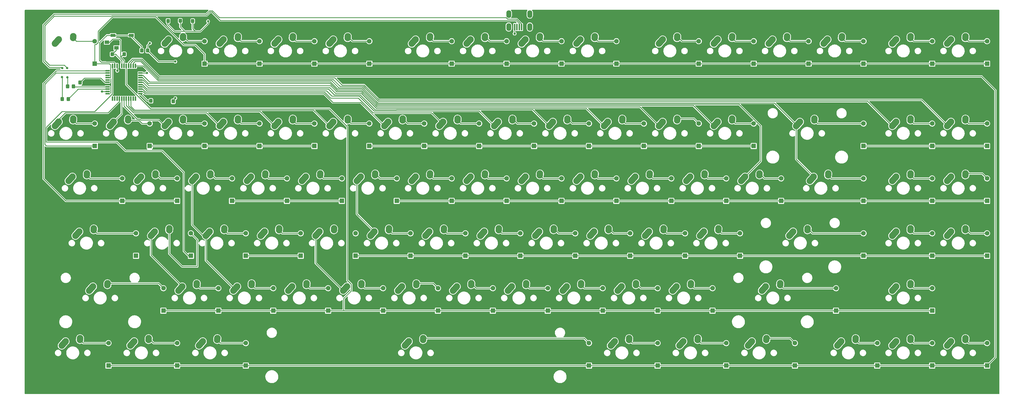
<source format=gbr>
G04 #@! TF.GenerationSoftware,KiCad,Pcbnew,(6.0.7-1)-1*
G04 #@! TF.CreationDate,2022-09-16T09:39:52+09:00*
G04 #@! TF.ProjectId,keyboard,6b657962-6f61-4726-942e-6b696361645f,rev?*
G04 #@! TF.SameCoordinates,Original*
G04 #@! TF.FileFunction,Copper,L2,Bot*
G04 #@! TF.FilePolarity,Positive*
%FSLAX46Y46*%
G04 Gerber Fmt 4.6, Leading zero omitted, Abs format (unit mm)*
G04 Created by KiCad (PCBNEW (6.0.7-1)-1) date 2022-09-16 09:39:52*
%MOMM*%
%LPD*%
G01*
G04 APERTURE LIST*
G04 Aperture macros list*
%AMRoundRect*
0 Rectangle with rounded corners*
0 $1 Rounding radius*
0 $2 $3 $4 $5 $6 $7 $8 $9 X,Y pos of 4 corners*
0 Add a 4 corners polygon primitive as box body*
4,1,4,$2,$3,$4,$5,$6,$7,$8,$9,$2,$3,0*
0 Add four circle primitives for the rounded corners*
1,1,$1+$1,$2,$3*
1,1,$1+$1,$4,$5*
1,1,$1+$1,$6,$7*
1,1,$1+$1,$8,$9*
0 Add four rect primitives between the rounded corners*
20,1,$1+$1,$2,$3,$4,$5,0*
20,1,$1+$1,$4,$5,$6,$7,0*
20,1,$1+$1,$6,$7,$8,$9,0*
20,1,$1+$1,$8,$9,$2,$3,0*%
%AMHorizOval*
0 Thick line with rounded ends*
0 $1 width*
0 $2 $3 position (X,Y) of the first rounded end (center of the circle)*
0 $4 $5 position (X,Y) of the second rounded end (center of the circle)*
0 Add line between two ends*
20,1,$1,$2,$3,$4,$5,0*
0 Add two circle primitives to create the rounded ends*
1,1,$1,$2,$3*
1,1,$1,$4,$5*%
G04 Aperture macros list end*
G04 #@! TA.AperFunction,ComponentPad*
%ADD10C,2.250000*%
G04 #@! TD*
G04 #@! TA.AperFunction,ComponentPad*
%ADD11HorizOval,2.250000X0.655001X0.730000X-0.655001X-0.730000X0*%
G04 #@! TD*
G04 #@! TA.AperFunction,ComponentPad*
%ADD12HorizOval,2.250000X0.020000X0.290000X-0.020000X-0.290000X0*%
G04 #@! TD*
G04 #@! TA.AperFunction,ComponentPad*
%ADD13R,1.600000X1.600000*%
G04 #@! TD*
G04 #@! TA.AperFunction,ComponentPad*
%ADD14C,1.600000*%
G04 #@! TD*
G04 #@! TA.AperFunction,SMDPad,CuDef*
%ADD15RoundRect,0.250000X0.325000X0.450000X-0.325000X0.450000X-0.325000X-0.450000X0.325000X-0.450000X0*%
G04 #@! TD*
G04 #@! TA.AperFunction,SMDPad,CuDef*
%ADD16RoundRect,0.250000X-0.325000X-0.450000X0.325000X-0.450000X0.325000X0.450000X-0.325000X0.450000X0*%
G04 #@! TD*
G04 #@! TA.AperFunction,SMDPad,CuDef*
%ADD17R,1.700000X1.000000*%
G04 #@! TD*
G04 #@! TA.AperFunction,SMDPad,CuDef*
%ADD18R,1.500000X0.550000*%
G04 #@! TD*
G04 #@! TA.AperFunction,SMDPad,CuDef*
%ADD19R,0.550000X1.500000*%
G04 #@! TD*
G04 #@! TA.AperFunction,SMDPad,CuDef*
%ADD20R,1.600000X1.300000*%
G04 #@! TD*
G04 #@! TA.AperFunction,ComponentPad*
%ADD21O,1.700000X2.700000*%
G04 #@! TD*
G04 #@! TA.AperFunction,SMDPad,CuDef*
%ADD22R,0.500000X2.250000*%
G04 #@! TD*
G04 #@! TA.AperFunction,ViaPad*
%ADD23C,0.800000*%
G04 #@! TD*
G04 #@! TA.AperFunction,Conductor*
%ADD24C,0.250000*%
G04 #@! TD*
G04 APERTURE END LIST*
D10*
X264652500Y-109800000D03*
D11*
X263997501Y-110530000D03*
D12*
X269672500Y-109010000D03*
D10*
X269692500Y-108720000D03*
D13*
X96202500Y-137250000D03*
D14*
X96202500Y-129450000D03*
D10*
X78915000Y-43125000D03*
D11*
X78260001Y-43855000D03*
D10*
X83955000Y-42045000D03*
D12*
X83935000Y-42335000D03*
D11*
X111597501Y-110530000D03*
D10*
X112252500Y-109800000D03*
D12*
X117272500Y-109010000D03*
D10*
X117292500Y-108720000D03*
D13*
X191452500Y-137250000D03*
D14*
X191452500Y-129450000D03*
D13*
X343852500Y-118200000D03*
D14*
X343852500Y-110400000D03*
D10*
X97965000Y-71700000D03*
D11*
X97310001Y-72430000D03*
D12*
X102985000Y-70910000D03*
D10*
X103005000Y-70620000D03*
D13*
X272415000Y-99150000D03*
D14*
X272415000Y-91350000D03*
D13*
X362902500Y-99150000D03*
D14*
X362902500Y-91350000D03*
D10*
X350377500Y-43125000D03*
D11*
X349722501Y-43855000D03*
D12*
X355397500Y-42335000D03*
D10*
X355417500Y-42045000D03*
D11*
X116360001Y-43855000D03*
D10*
X117015000Y-43125000D03*
D12*
X122035000Y-42335000D03*
D10*
X122055000Y-42045000D03*
D13*
X362902500Y-80100000D03*
D14*
X362902500Y-72300000D03*
D13*
X143827500Y-118200000D03*
D14*
X143827500Y-110400000D03*
D13*
X320040000Y-118200000D03*
D14*
X320040000Y-110400000D03*
D13*
X320040000Y-99150000D03*
D14*
X320040000Y-91350000D03*
D13*
X343852500Y-99150000D03*
D14*
X343852500Y-91350000D03*
D10*
X159877500Y-128850000D03*
D11*
X159222501Y-129580000D03*
D12*
X164897500Y-128060000D03*
D10*
X164917500Y-127770000D03*
D13*
X239077500Y-118200000D03*
D14*
X239077500Y-110400000D03*
D13*
X229552500Y-137250000D03*
D14*
X229552500Y-129450000D03*
D13*
X320040000Y-80100000D03*
D14*
X320040000Y-72300000D03*
D10*
X140827500Y-128850000D03*
D11*
X140172501Y-129580000D03*
D12*
X145847500Y-128060000D03*
D10*
X145867500Y-127770000D03*
D13*
X300990000Y-51525000D03*
D14*
X300990000Y-43725000D03*
D10*
X350377500Y-71700000D03*
D11*
X349722501Y-72430000D03*
D10*
X355417500Y-70620000D03*
D12*
X355397500Y-70910000D03*
D10*
X131302500Y-109800000D03*
D11*
X130647501Y-110530000D03*
D12*
X136322500Y-109010000D03*
D10*
X136342500Y-108720000D03*
X212265000Y-71700000D03*
D11*
X211610001Y-72430000D03*
D10*
X217305000Y-70620000D03*
D12*
X217285000Y-70910000D03*
D11*
X206847501Y-110530000D03*
D10*
X207502500Y-109800000D03*
X212542500Y-108720000D03*
D12*
X212522500Y-109010000D03*
D13*
X105727500Y-118200000D03*
D14*
X105727500Y-110400000D03*
D11*
X216372501Y-129580000D03*
D10*
X217027500Y-128850000D03*
X222067500Y-127770000D03*
D12*
X222047500Y-128060000D03*
D11*
X102072501Y-129580000D03*
D10*
X102727500Y-128850000D03*
D12*
X107747500Y-128060000D03*
D10*
X107767500Y-127770000D03*
D13*
X72390000Y-80100000D03*
D14*
X72390000Y-72300000D03*
D11*
X154460001Y-72430000D03*
D10*
X155115000Y-71700000D03*
D12*
X160135000Y-70910000D03*
D10*
X160155000Y-70620000D03*
D11*
X285428751Y-129580000D03*
D10*
X286083750Y-128850000D03*
X291123750Y-127770000D03*
D12*
X291103750Y-128060000D03*
D10*
X331327500Y-109800000D03*
D11*
X330672501Y-110530000D03*
D10*
X336367500Y-108720000D03*
D12*
X336347500Y-109010000D03*
D11*
X68735001Y-91480000D03*
D10*
X69390000Y-90750000D03*
X74430000Y-89670000D03*
D12*
X74410000Y-89960000D03*
D13*
X124777500Y-118200000D03*
D14*
X124777500Y-110400000D03*
D10*
X297990000Y-71700000D03*
D11*
X297335001Y-72430000D03*
D10*
X303030000Y-70620000D03*
D12*
X303010000Y-70910000D03*
D11*
X294953751Y-110530000D03*
D10*
X295608750Y-109800000D03*
X300648750Y-108720000D03*
D12*
X300628750Y-109010000D03*
D11*
X311622501Y-148630000D03*
D10*
X312277500Y-147900000D03*
D12*
X317297500Y-147110000D03*
D10*
X317317500Y-146820000D03*
D13*
X267652500Y-137250000D03*
D14*
X267652500Y-129450000D03*
D11*
X244947501Y-110530000D03*
D10*
X245602500Y-109800000D03*
X250642500Y-108720000D03*
D12*
X250622500Y-109010000D03*
D11*
X161603751Y-148630000D03*
D10*
X162258750Y-147900000D03*
X167298750Y-146820000D03*
D12*
X167278750Y-147110000D03*
D11*
X202085001Y-91480000D03*
D10*
X202740000Y-90750000D03*
X207780000Y-89670000D03*
D12*
X207760000Y-89960000D03*
D10*
X236077500Y-128850000D03*
D11*
X235422501Y-129580000D03*
D12*
X241097500Y-128060000D03*
D10*
X241117500Y-127770000D03*
D13*
X129540000Y-80100000D03*
D14*
X129540000Y-72300000D03*
D13*
X58102500Y-156300000D03*
D14*
X58102500Y-148500000D03*
D11*
X168747501Y-110530000D03*
D10*
X169402500Y-109800000D03*
X174442500Y-108720000D03*
D12*
X174422500Y-109010000D03*
D13*
X320040000Y-51525000D03*
D14*
X320040000Y-43725000D03*
D10*
X45577500Y-90750000D03*
D11*
X44922501Y-91480000D03*
D12*
X50597500Y-89960000D03*
D10*
X50617500Y-89670000D03*
D11*
X97310001Y-43855000D03*
D10*
X97965000Y-43125000D03*
X103005000Y-42045000D03*
D12*
X102985000Y-42335000D03*
D13*
X148590000Y-51525000D03*
D14*
X148590000Y-43725000D03*
D13*
X258127500Y-118200000D03*
D14*
X258127500Y-110400000D03*
D11*
X349722501Y-110530000D03*
D10*
X350377500Y-109800000D03*
X355417500Y-108720000D03*
D12*
X355397500Y-109010000D03*
D11*
X197322501Y-129580000D03*
D10*
X197977500Y-128850000D03*
D12*
X202997500Y-128060000D03*
D10*
X203017500Y-127770000D03*
D13*
X110490000Y-80100000D03*
D14*
X110490000Y-72300000D03*
D10*
X188452500Y-109800000D03*
D11*
X187797501Y-110530000D03*
D12*
X193472500Y-109010000D03*
D10*
X193492500Y-108720000D03*
D11*
X254472501Y-129580000D03*
D10*
X255127500Y-128850000D03*
D12*
X260147500Y-128060000D03*
D10*
X260167500Y-127770000D03*
D13*
X291465000Y-99150000D03*
D14*
X291465000Y-91350000D03*
D10*
X183690000Y-43125000D03*
D11*
X183035001Y-43855000D03*
D10*
X188730000Y-42045000D03*
D12*
X188710000Y-42335000D03*
D13*
X181927500Y-118200000D03*
D14*
X181927500Y-110400000D03*
D13*
X281940000Y-80100000D03*
D14*
X281940000Y-72300000D03*
D13*
X148590000Y-80100000D03*
D14*
X148590000Y-72300000D03*
D10*
X202740000Y-43125000D03*
D11*
X202085001Y-43855000D03*
D10*
X207780000Y-42045000D03*
D12*
X207760000Y-42335000D03*
D13*
X100965000Y-99150000D03*
D14*
X100965000Y-91350000D03*
D13*
X248602500Y-156300000D03*
D14*
X248602500Y-148500000D03*
D11*
X280666251Y-148630000D03*
D10*
X281321250Y-147900000D03*
D12*
X286341250Y-147110000D03*
D10*
X286361250Y-146820000D03*
D13*
X77152500Y-137250000D03*
D14*
X77152500Y-129450000D03*
D11*
X52066251Y-129580000D03*
D10*
X52721250Y-128850000D03*
D12*
X57741250Y-128060000D03*
D10*
X57761250Y-127770000D03*
D11*
X125885001Y-91480000D03*
D10*
X126540000Y-90750000D03*
D12*
X131560000Y-89960000D03*
D10*
X131580000Y-89670000D03*
D13*
X248602500Y-137250000D03*
D14*
X248602500Y-129450000D03*
D10*
X67008750Y-147900000D03*
D11*
X66353751Y-148630000D03*
D10*
X72048750Y-146820000D03*
D12*
X72028750Y-147110000D03*
D13*
X362902500Y-118200000D03*
D14*
X362902500Y-110400000D03*
D13*
X277177500Y-118200000D03*
D14*
X277177500Y-110400000D03*
D11*
X73497501Y-110530000D03*
D10*
X74152500Y-109800000D03*
D12*
X79172500Y-109010000D03*
D10*
X79192500Y-108720000D03*
X269415000Y-43125000D03*
D11*
X268760001Y-43855000D03*
D12*
X274435000Y-42335000D03*
D10*
X274455000Y-42045000D03*
X93202500Y-109800000D03*
D11*
X92547501Y-110530000D03*
D12*
X98222500Y-109010000D03*
D10*
X98242500Y-108720000D03*
D13*
X129540000Y-51525000D03*
D14*
X129540000Y-43725000D03*
D11*
X40160001Y-43855000D03*
D10*
X40815000Y-43125000D03*
D12*
X45835000Y-42335000D03*
D10*
X45855000Y-42045000D03*
D13*
X81915000Y-156300000D03*
D14*
X81915000Y-148500000D03*
D11*
X330672501Y-72430000D03*
D10*
X331327500Y-71700000D03*
D12*
X336347500Y-70910000D03*
D10*
X336367500Y-70620000D03*
D13*
X81915000Y-99150000D03*
D14*
X81915000Y-91350000D03*
D13*
X115252500Y-137250000D03*
D14*
X115252500Y-129450000D03*
D13*
X53340000Y-80100000D03*
D14*
X53340000Y-72300000D03*
D10*
X90821250Y-147900000D03*
D11*
X90166251Y-148630000D03*
D10*
X95861250Y-146820000D03*
D12*
X95841250Y-147110000D03*
D10*
X269415000Y-71700000D03*
D11*
X268760001Y-72430000D03*
D12*
X274435000Y-70910000D03*
D10*
X274455000Y-70620000D03*
D11*
X221135001Y-91480000D03*
D10*
X221790000Y-90750000D03*
X226830000Y-89670000D03*
D12*
X226810000Y-89960000D03*
D13*
X272415000Y-156300000D03*
D14*
X272415000Y-148500000D03*
D13*
X200977500Y-118200000D03*
D14*
X200977500Y-110400000D03*
D13*
X243840000Y-80100000D03*
D14*
X243840000Y-72300000D03*
D10*
X350377500Y-147900000D03*
D11*
X349722501Y-148630000D03*
D10*
X355417500Y-146820000D03*
D12*
X355397500Y-147110000D03*
D10*
X288465000Y-43125000D03*
D11*
X287810001Y-43855000D03*
D12*
X293485000Y-42335000D03*
D10*
X293505000Y-42045000D03*
D13*
X343852500Y-137250000D03*
D14*
X343852500Y-129450000D03*
D13*
X62865000Y-99150000D03*
D14*
X62865000Y-91350000D03*
D13*
X134302500Y-137250000D03*
D14*
X134302500Y-129450000D03*
D13*
X281940000Y-51525000D03*
D14*
X281940000Y-43725000D03*
D10*
X183690000Y-90750000D03*
D11*
X183035001Y-91480000D03*
D10*
X188730000Y-89670000D03*
D12*
X188710000Y-89960000D03*
D13*
X296227500Y-156300000D03*
D14*
X296227500Y-148500000D03*
D13*
X210502500Y-137250000D03*
D14*
X210502500Y-129450000D03*
D13*
X324802500Y-156300000D03*
D14*
X324802500Y-148500000D03*
D13*
X186690000Y-80100000D03*
D14*
X186690000Y-72300000D03*
D13*
X224790000Y-80100000D03*
D14*
X224790000Y-72300000D03*
D13*
X215265000Y-99150000D03*
D14*
X215265000Y-91350000D03*
D10*
X226552500Y-109800000D03*
D11*
X225897501Y-110530000D03*
D10*
X231592500Y-108720000D03*
D12*
X231572500Y-109010000D03*
D13*
X162877500Y-118200000D03*
D14*
X162877500Y-110400000D03*
D10*
X83677500Y-128850000D03*
D11*
X83022501Y-129580000D03*
D10*
X88717500Y-127770000D03*
D12*
X88697500Y-128060000D03*
D13*
X196215000Y-51525000D03*
D14*
X196215000Y-43725000D03*
D13*
X53340000Y-51525000D03*
D14*
X53340000Y-43725000D03*
D10*
X307515000Y-43125000D03*
D11*
X306860001Y-43855000D03*
D12*
X312535000Y-42335000D03*
D10*
X312555000Y-42045000D03*
D13*
X110490000Y-51525000D03*
D14*
X110490000Y-43725000D03*
D11*
X302097501Y-91480000D03*
D10*
X302752500Y-90750000D03*
X307792500Y-89670000D03*
D12*
X307772500Y-89960000D03*
D13*
X253365000Y-99150000D03*
D14*
X253365000Y-91350000D03*
D10*
X150352500Y-109800000D03*
D11*
X149697501Y-110530000D03*
D10*
X155392500Y-108720000D03*
D12*
X155372500Y-109010000D03*
D10*
X40815000Y-71700000D03*
D11*
X40160001Y-72430000D03*
D12*
X45835000Y-70910000D03*
D10*
X45855000Y-70620000D03*
X278940000Y-90750000D03*
D11*
X278285001Y-91480000D03*
D12*
X283960000Y-89960000D03*
D10*
X283980000Y-89670000D03*
X331327500Y-128850000D03*
D11*
X330672501Y-129580000D03*
D10*
X336367500Y-127770000D03*
D12*
X336347500Y-128060000D03*
D10*
X331327500Y-147900000D03*
D11*
X330672501Y-148630000D03*
D12*
X336347500Y-147110000D03*
D10*
X336367500Y-146820000D03*
D13*
X167640000Y-80100000D03*
D14*
X167640000Y-72300000D03*
D13*
X234315000Y-51525000D03*
D14*
X234315000Y-43725000D03*
D11*
X233041251Y-148630000D03*
D10*
X233696250Y-147900000D03*
X238736250Y-146820000D03*
D12*
X238716250Y-147110000D03*
D11*
X144935001Y-91480000D03*
D10*
X145590000Y-90750000D03*
D12*
X150610000Y-89960000D03*
D10*
X150630000Y-89670000D03*
D13*
X86677500Y-118200000D03*
D14*
X86677500Y-110400000D03*
D10*
X250365000Y-43125000D03*
D11*
X249710001Y-43855000D03*
D10*
X255405000Y-42045000D03*
D12*
X255385000Y-42335000D03*
D10*
X178927500Y-128850000D03*
D11*
X178272501Y-129580000D03*
D12*
X183947500Y-128060000D03*
D10*
X183967500Y-127770000D03*
X164640000Y-90750000D03*
D11*
X163985001Y-91480000D03*
D12*
X169660000Y-89960000D03*
D10*
X169680000Y-89670000D03*
D13*
X234315000Y-99150000D03*
D14*
X234315000Y-91350000D03*
D13*
X362902500Y-51525000D03*
D14*
X362902500Y-43725000D03*
D10*
X257508750Y-147900000D03*
D11*
X256853751Y-148630000D03*
D12*
X262528750Y-147110000D03*
D10*
X262548750Y-146820000D03*
D13*
X177165000Y-51525000D03*
D14*
X177165000Y-43725000D03*
D13*
X262890000Y-51525000D03*
D14*
X262890000Y-43725000D03*
D11*
X47303751Y-110530000D03*
D10*
X47958750Y-109800000D03*
X52998750Y-108720000D03*
D12*
X52978750Y-109010000D03*
D11*
X42541251Y-148630000D03*
D10*
X43196250Y-147900000D03*
D12*
X48216250Y-147110000D03*
D10*
X48236250Y-146820000D03*
D13*
X343852500Y-80100000D03*
D14*
X343852500Y-72300000D03*
D11*
X163985001Y-43855000D03*
D10*
X164640000Y-43125000D03*
X169680000Y-42045000D03*
D12*
X169660000Y-42335000D03*
D11*
X59210001Y-72430000D03*
D10*
X59865000Y-71700000D03*
D12*
X64885000Y-70910000D03*
D10*
X64905000Y-70620000D03*
D13*
X343852500Y-51525000D03*
D14*
X343852500Y-43725000D03*
D10*
X221790000Y-43125000D03*
D11*
X221135001Y-43855000D03*
D10*
X226830000Y-42045000D03*
D12*
X226810000Y-42335000D03*
D13*
X262890000Y-80100000D03*
D14*
X262890000Y-72300000D03*
D10*
X107490000Y-90750000D03*
D11*
X106835001Y-91480000D03*
D10*
X112530000Y-89670000D03*
D12*
X112510000Y-89960000D03*
D13*
X343852500Y-156300000D03*
D14*
X343852500Y-148500000D03*
D10*
X250365000Y-71700000D03*
D11*
X249710001Y-72430000D03*
D12*
X255385000Y-70910000D03*
D10*
X255405000Y-70620000D03*
X121777500Y-128850000D03*
D11*
X121122501Y-129580000D03*
D10*
X126817500Y-127770000D03*
D12*
X126797500Y-128060000D03*
D11*
X135410001Y-72430000D03*
D10*
X136065000Y-71700000D03*
D12*
X141085000Y-70910000D03*
D10*
X141105000Y-70620000D03*
D11*
X240185001Y-91480000D03*
D10*
X240840000Y-90750000D03*
X245880000Y-89670000D03*
D12*
X245860000Y-89960000D03*
D10*
X117015000Y-71700000D03*
D11*
X116360001Y-72430000D03*
D10*
X122055000Y-70620000D03*
D12*
X122035000Y-70910000D03*
D10*
X331327500Y-90750000D03*
D11*
X330672501Y-91480000D03*
D10*
X336367500Y-89670000D03*
D12*
X336347500Y-89960000D03*
D10*
X259890000Y-90750000D03*
D11*
X259235001Y-91480000D03*
D12*
X264910000Y-89960000D03*
D10*
X264930000Y-89670000D03*
D13*
X205740000Y-80100000D03*
D14*
X205740000Y-72300000D03*
D11*
X230660001Y-72430000D03*
D10*
X231315000Y-71700000D03*
D12*
X236335000Y-70910000D03*
D10*
X236355000Y-70620000D03*
X88440000Y-90750000D03*
D11*
X87785001Y-91480000D03*
D10*
X93480000Y-89670000D03*
D12*
X93460000Y-89960000D03*
D13*
X172402500Y-137250000D03*
D14*
X172402500Y-129450000D03*
D13*
X158115000Y-99150000D03*
D14*
X158115000Y-91350000D03*
D13*
X120015000Y-99150000D03*
D14*
X120015000Y-91350000D03*
D13*
X362902500Y-156300000D03*
D14*
X362902500Y-148500000D03*
D13*
X91440000Y-80100000D03*
D14*
X91440000Y-72300000D03*
D10*
X331327500Y-43125000D03*
D11*
X330672501Y-43855000D03*
D10*
X336367500Y-42045000D03*
D12*
X336347500Y-42335000D03*
D13*
X91440000Y-51525000D03*
D14*
X91440000Y-43725000D03*
D13*
X139065000Y-99150000D03*
D14*
X139065000Y-91350000D03*
D13*
X310515000Y-137250000D03*
D14*
X310515000Y-129450000D03*
D13*
X67627500Y-118200000D03*
D14*
X67627500Y-110400000D03*
D13*
X153352500Y-137250000D03*
D14*
X153352500Y-129450000D03*
D13*
X105727500Y-156300000D03*
D14*
X105727500Y-148500000D03*
D10*
X350377500Y-90750000D03*
D11*
X349722501Y-91480000D03*
D12*
X355397500Y-89960000D03*
D10*
X355417500Y-89670000D03*
D13*
X224790000Y-156300000D03*
D14*
X224790000Y-148500000D03*
D13*
X215265000Y-51525000D03*
D14*
X215265000Y-43725000D03*
D10*
X193215000Y-71700000D03*
D11*
X192560001Y-72430000D03*
D12*
X198235000Y-70910000D03*
D10*
X198255000Y-70620000D03*
D11*
X135410001Y-43855000D03*
D10*
X136065000Y-43125000D03*
D12*
X141085000Y-42335000D03*
D10*
X141105000Y-42045000D03*
D13*
X177165000Y-99150000D03*
D14*
X177165000Y-91350000D03*
D10*
X174165000Y-71700000D03*
D11*
X173510001Y-72430000D03*
D12*
X179185000Y-70910000D03*
D10*
X179205000Y-70620000D03*
D13*
X220027500Y-118200000D03*
D14*
X220027500Y-110400000D03*
D13*
X196215000Y-99150000D03*
D14*
X196215000Y-91350000D03*
D11*
X78260001Y-72430000D03*
D10*
X78915000Y-71700000D03*
X83955000Y-70620000D03*
D12*
X83935000Y-70910000D03*
D15*
X45932603Y-59430836D03*
X43882603Y-59430836D03*
D16*
X72810749Y-64408040D03*
X74860749Y-64408040D03*
D15*
X59364994Y-48260000D03*
X57314994Y-48260000D03*
D16*
X63531621Y-48259999D03*
X65581621Y-48259999D03*
D15*
X44124744Y-63825486D03*
X42074744Y-63825486D03*
D16*
X69608104Y-46983569D03*
X71658104Y-46983569D03*
D17*
X59685239Y-37866315D03*
X65985239Y-37866315D03*
X59685239Y-41666315D03*
X65985239Y-41666315D03*
D18*
X57768511Y-61969110D03*
X57768511Y-61169110D03*
X57768511Y-60369110D03*
X57768511Y-59569110D03*
X57768511Y-58769110D03*
X57768511Y-57969110D03*
X57768511Y-57169110D03*
X57768511Y-56369110D03*
X57768511Y-55569110D03*
X57768511Y-54769110D03*
X57768511Y-53969110D03*
D19*
X59468511Y-52269110D03*
X60268511Y-52269110D03*
X61068511Y-52269110D03*
X61868511Y-52269110D03*
X62668511Y-52269110D03*
X63468511Y-52269110D03*
X64268511Y-52269110D03*
X65068511Y-52269110D03*
X65868511Y-52269110D03*
X66668511Y-52269110D03*
X67468511Y-52269110D03*
D18*
X69168511Y-53969110D03*
X69168511Y-54769110D03*
X69168511Y-55569110D03*
X69168511Y-56369110D03*
X69168511Y-57169110D03*
X69168511Y-57969110D03*
X69168511Y-58769110D03*
X69168511Y-59569110D03*
X69168511Y-60369110D03*
X69168511Y-61169110D03*
X69168511Y-61969110D03*
D19*
X67468511Y-63669110D03*
X66668511Y-63669110D03*
X65868511Y-63669110D03*
X65068511Y-63669110D03*
X64268511Y-63669110D03*
X63468511Y-63669110D03*
X62668511Y-63669110D03*
X61868511Y-63669110D03*
X61068511Y-63669110D03*
X60268511Y-63669110D03*
X59468511Y-63669110D03*
D15*
X80583464Y-64606701D03*
X78533464Y-64606701D03*
D16*
X87295834Y-36727454D03*
X89345834Y-36727454D03*
X48215889Y-58063412D03*
X50265889Y-58063412D03*
D20*
X60845255Y-46060725D03*
X57545255Y-46060725D03*
X57545255Y-44060725D03*
X60845255Y-44060725D03*
D21*
X204246250Y-38800000D03*
X204246250Y-34300000D03*
X196946250Y-38800000D03*
X196946250Y-34300000D03*
D22*
X202196250Y-38800000D03*
X201396250Y-38800000D03*
X200596250Y-38800000D03*
X199796250Y-38800000D03*
X198996250Y-38800000D03*
D16*
X82991078Y-36656153D03*
X85041078Y-36656153D03*
X78757529Y-36691804D03*
X80807529Y-36691804D03*
D23*
X68580000Y-43180000D03*
X202512727Y-35933255D03*
X76200000Y-53340000D03*
X70661878Y-53950206D03*
X56645106Y-58825100D03*
X69314539Y-48994539D03*
X61874239Y-50708677D03*
X76200000Y-63500000D03*
X93659896Y-34325313D03*
X72446811Y-44414151D03*
X92639184Y-36806974D03*
X81280000Y-63500000D03*
X55854285Y-61160762D03*
X61143502Y-53974336D03*
X81280000Y-50800000D03*
X71439683Y-54707828D03*
X199011613Y-41091873D03*
X41978089Y-56145825D03*
X42036799Y-53092935D03*
X43829660Y-56240859D03*
X43737769Y-53011529D03*
D24*
X65581621Y-48259999D02*
X68579999Y-48259999D01*
X57314994Y-48260000D02*
X57249918Y-48325076D01*
X77426763Y-63500000D02*
X78533464Y-64606701D01*
X61874239Y-52263382D02*
X61868511Y-52269110D01*
X57249918Y-48325076D02*
X57249918Y-50516647D01*
X68500655Y-37866315D02*
X69677630Y-39043290D01*
X61748560Y-50582998D02*
X61874239Y-50708677D01*
X202512727Y-36517273D02*
X202196250Y-36833750D01*
X69677630Y-42082370D02*
X68580000Y-43180000D01*
X76200000Y-63500000D02*
X77426763Y-63500000D01*
X68579999Y-48259999D02*
X69314539Y-48994539D01*
X69314539Y-48994539D02*
X69725430Y-49405430D01*
X90513288Y-35560000D02*
X91440000Y-35560000D01*
X57768511Y-58769110D02*
X56701096Y-58769110D01*
X55883418Y-58063412D02*
X56645106Y-58825100D01*
X74889572Y-64032931D02*
X75667069Y-64032931D01*
X57316269Y-50582998D02*
X61748560Y-50582998D01*
X80807529Y-36691804D02*
X81939333Y-35560000D01*
X85041078Y-36656153D02*
X85263847Y-36656153D01*
X202512727Y-35933255D02*
X202512727Y-36517273D01*
X57249918Y-50516647D02*
X57316269Y-50582998D01*
X59685239Y-37866315D02*
X65985239Y-37866315D01*
X85263847Y-36656153D02*
X86360000Y-35560000D01*
X59545255Y-44060725D02*
X57545255Y-46060725D01*
X69725430Y-49405430D02*
X72265430Y-49405430D01*
X57314994Y-48260000D02*
X57314994Y-46290986D01*
X89345834Y-36727454D02*
X90513288Y-35560000D01*
X72265430Y-49405430D02*
X76200000Y-53340000D01*
X60845255Y-44060725D02*
X59545255Y-44060725D01*
X56701096Y-58769110D02*
X56645106Y-58825100D01*
X50265889Y-58063412D02*
X55883418Y-58063412D01*
X61874239Y-50708677D02*
X61874239Y-52263382D01*
X69677630Y-39043290D02*
X69677630Y-42082370D01*
X91440000Y-35560000D02*
X92425209Y-35560000D01*
X92425209Y-35560000D02*
X93659896Y-34325313D01*
X75667069Y-64032931D02*
X76200000Y-63500000D01*
X202196250Y-36833750D02*
X202196250Y-38800000D01*
X69168511Y-53969110D02*
X70642974Y-53969110D01*
X81939333Y-35560000D02*
X91440000Y-35560000D01*
X57314994Y-46290986D02*
X57545255Y-46060725D01*
X65985239Y-37866315D02*
X68500655Y-37866315D01*
X70642974Y-53969110D02*
X70661878Y-53950206D01*
X80967956Y-40274683D02*
X78650671Y-37957398D01*
X87304793Y-39427936D02*
X87304793Y-36736413D01*
X83000037Y-38777361D02*
X83000037Y-36665112D01*
X69168511Y-54769110D02*
X71378401Y-54769110D01*
X81280000Y-50800000D02*
X75474535Y-50800000D01*
X83000037Y-36665112D02*
X82991078Y-36656153D01*
X71378401Y-54769110D02*
X71439683Y-54707828D01*
X80583464Y-64196536D02*
X81280000Y-63500000D01*
X87304793Y-36736413D02*
X87295834Y-36727454D01*
X87304793Y-39427936D02*
X88151540Y-40274683D01*
X88151540Y-40274683D02*
X89987543Y-40274683D01*
X55862633Y-61169110D02*
X55854285Y-61160762D01*
X84497359Y-40274683D02*
X80967956Y-40274683D01*
X57768511Y-61169110D02*
X55862633Y-61169110D01*
X61143502Y-52344101D02*
X61068511Y-52269110D01*
X61143502Y-53974336D02*
X61143502Y-52344101D01*
X71658104Y-45202858D02*
X72446811Y-44414151D01*
X71658104Y-46983569D02*
X71658104Y-45202858D01*
X80583464Y-64606701D02*
X80583464Y-64196536D01*
X198996250Y-41076510D02*
X199011613Y-41091873D01*
X84497359Y-40274683D02*
X88151540Y-40274683D01*
X198996250Y-38800000D02*
X198996250Y-41076510D01*
X89987543Y-40274683D02*
X92639184Y-37623042D01*
X92639184Y-37623042D02*
X92639184Y-36806974D01*
X78650671Y-36798662D02*
X78757529Y-36691804D01*
X83000037Y-38777361D02*
X84497359Y-40274683D01*
X78650671Y-37957398D02*
X78650671Y-36798662D01*
X75474535Y-50800000D02*
X71658104Y-46983569D01*
X40640000Y-71525000D02*
X40815000Y-71700000D01*
X40640000Y-71120000D02*
X40640000Y-71525000D01*
X61868511Y-64669110D02*
X57957621Y-68580000D01*
X61868511Y-63669110D02*
X61868511Y-64669110D01*
X43180000Y-68580000D02*
X40640000Y-71120000D01*
X57957621Y-68580000D02*
X43180000Y-68580000D01*
X62668511Y-68896489D02*
X59865000Y-71700000D01*
X62668511Y-63669110D02*
X62668511Y-68896489D01*
X63468511Y-63669110D02*
X63468511Y-66263578D01*
X72842500Y-118015000D02*
X72842500Y-111260000D01*
X75565000Y-71120000D02*
X77605000Y-73160000D01*
X67954933Y-70750000D02*
X68846396Y-70750000D01*
X69216396Y-71120000D02*
X75565000Y-71120000D01*
X83677500Y-128850000D02*
X72842500Y-118015000D01*
X68846396Y-70750000D02*
X69216396Y-71120000D01*
X63468511Y-66263578D02*
X67954933Y-70750000D01*
X66806805Y-68578017D02*
X67053942Y-68578017D01*
X91892500Y-119832500D02*
X101600000Y-129540000D01*
X67055925Y-68580000D02*
X92075000Y-68580000D01*
X91892500Y-111260000D02*
X90940000Y-111260000D01*
X64268511Y-63669110D02*
X64268511Y-66039723D01*
X87130000Y-107450000D02*
X87130000Y-92210000D01*
X67053942Y-68578017D02*
X67055925Y-68580000D01*
X64268511Y-66039723D02*
X66806805Y-68578017D01*
X91892500Y-111260000D02*
X91892500Y-119832500D01*
X92075000Y-68580000D02*
X96655000Y-73160000D01*
X90940000Y-111260000D02*
X87130000Y-107450000D01*
X66918840Y-68053656D02*
X110598656Y-68053656D01*
X110598656Y-68053656D02*
X115705000Y-73160000D01*
X65068511Y-63669110D02*
X65068511Y-66203327D01*
X65068511Y-66203327D02*
X66918840Y-68053656D01*
X65845011Y-66343431D02*
X67105236Y-67603656D01*
X139517500Y-130310000D02*
X129992500Y-120785000D01*
X65868511Y-63669110D02*
X65845011Y-63692610D01*
X65845011Y-63692610D02*
X65845011Y-66343431D01*
X67105236Y-67603656D02*
X129198656Y-67603656D01*
X129992500Y-120785000D02*
X129992500Y-111431099D01*
X129198656Y-67603656D02*
X134755000Y-73160000D01*
X70043511Y-61169110D02*
X70830099Y-61955698D01*
X70830099Y-61955698D02*
X132897172Y-61955698D01*
X69168511Y-61169110D02*
X70043511Y-61169110D01*
X132897172Y-61955698D02*
X135919344Y-64977870D01*
X144280000Y-103727500D02*
X144280000Y-92210000D01*
X145622870Y-64977870D02*
X153805000Y-73160000D01*
X150352500Y-109800000D02*
X144280000Y-103727500D01*
X135919344Y-64977870D02*
X145622870Y-64977870D01*
X172855000Y-71255000D02*
X172855000Y-73160000D01*
X69879907Y-60369110D02*
X70968646Y-61457849D01*
X135077870Y-63500000D02*
X144781396Y-63500000D01*
X170180000Y-68580000D02*
X172855000Y-71255000D01*
X69168511Y-60369110D02*
X69879907Y-60369110D01*
X144781396Y-63500000D02*
X149861396Y-68580000D01*
X133035719Y-61457849D02*
X135077870Y-63500000D01*
X149861396Y-68580000D02*
X170180000Y-68580000D01*
X70968646Y-61457849D02*
X133035719Y-61457849D01*
X69168511Y-59569110D02*
X70043511Y-59569110D01*
X71379084Y-60904683D02*
X133768975Y-60904683D01*
X133768975Y-60904683D02*
X135641669Y-62777377D01*
X145051789Y-62777377D02*
X150214333Y-67939921D01*
X135641669Y-62777377D02*
X145051789Y-62777377D01*
X150214333Y-67939921D02*
X186684921Y-67939921D01*
X186684921Y-67939921D02*
X191905000Y-73160000D01*
X70043511Y-59569110D02*
X71379084Y-60904683D01*
X205246772Y-67451772D02*
X210955000Y-73160000D01*
X157929416Y-67489921D02*
X157967565Y-67451772D01*
X150613122Y-67489921D02*
X157929416Y-67489921D01*
X157967565Y-67451772D02*
X205246772Y-67451772D01*
X134425777Y-60296200D02*
X136456954Y-62327377D01*
X69879907Y-58769110D02*
X71406997Y-60296200D01*
X71406997Y-60296200D02*
X134425777Y-60296200D01*
X136456954Y-62327377D02*
X145450578Y-62327377D01*
X145450578Y-62327377D02*
X150613122Y-67489921D01*
X69168511Y-58769110D02*
X69879907Y-58769110D01*
X134842455Y-59798351D02*
X136921481Y-61877377D01*
X70043511Y-57969110D02*
X71872752Y-59798351D01*
X151030075Y-67001772D02*
X223846772Y-67001772D01*
X145829382Y-61877377D02*
X150991926Y-67039921D01*
X150991926Y-67039921D02*
X151030075Y-67001772D01*
X223846772Y-67001772D02*
X230005000Y-73160000D01*
X71872752Y-59798351D02*
X134842455Y-59798351D01*
X136921481Y-61877377D02*
X145829382Y-61877377D01*
X69168511Y-57969110D02*
X70043511Y-57969110D01*
X242446772Y-66551772D02*
X249055000Y-73160000D01*
X72064269Y-59189868D02*
X135164732Y-59189868D01*
X69168511Y-57169110D02*
X70043511Y-57169110D01*
X137251161Y-61276297D02*
X145864698Y-61276297D01*
X135164732Y-59189868D02*
X137251161Y-61276297D01*
X70043511Y-57169110D02*
X72064269Y-59189868D01*
X145864698Y-61276297D02*
X151140173Y-66551772D01*
X151140173Y-66551772D02*
X242446772Y-66551772D01*
X69879907Y-56369110D02*
X71870917Y-58360120D01*
X146051094Y-60826297D02*
X151264797Y-66040000D01*
X137437557Y-60826297D02*
X146051094Y-60826297D01*
X260985000Y-66040000D02*
X268105000Y-73160000D01*
X134971380Y-58360120D02*
X137437557Y-60826297D01*
X151264797Y-66040000D02*
X260985000Y-66040000D01*
X69168511Y-56369110D02*
X69879907Y-56369110D01*
X71870917Y-58360120D02*
X134971380Y-58360120D01*
X69168511Y-55569110D02*
X70043511Y-55569110D01*
X284368368Y-85321632D02*
X278940000Y-90750000D01*
X284373790Y-73142799D02*
X284373790Y-78435219D01*
X135109926Y-57862270D02*
X137571426Y-60323770D01*
X72336671Y-57862270D02*
X135109926Y-57862270D01*
X70043511Y-55569110D02*
X72336671Y-57862270D01*
X284373790Y-78435219D02*
X284368368Y-78440641D01*
X137571426Y-60323770D02*
X146184963Y-60323770D01*
X146184963Y-60323770D02*
X151451193Y-65590000D01*
X151451193Y-65590000D02*
X276820991Y-65590000D01*
X276820991Y-65590000D02*
X284373790Y-73142799D01*
X284368368Y-78440641D02*
X284368368Y-85321632D01*
X137992863Y-59873770D02*
X146205514Y-59873770D01*
X146205514Y-59873770D02*
X146226767Y-59852517D01*
X67468511Y-52269110D02*
X70164890Y-52269110D01*
X289086163Y-65136238D02*
X296680000Y-72730075D01*
X70164890Y-52269110D02*
X75308050Y-57412270D01*
X151633827Y-65136238D02*
X289086163Y-65136238D01*
X135531363Y-57412270D02*
X137992863Y-59873770D01*
X302752500Y-90750000D02*
X296680000Y-84677500D01*
X146350106Y-59852517D02*
X151633827Y-65136238D01*
X146226767Y-59852517D02*
X146350106Y-59852517D01*
X75308050Y-57412270D02*
X135531363Y-57412270D01*
X296680000Y-72730075D02*
X296680000Y-73160000D01*
X296680000Y-84677500D02*
X296680000Y-73160000D01*
X66668511Y-52269110D02*
X66668511Y-51394110D01*
X146591686Y-59402517D02*
X151768541Y-64579372D01*
X151768541Y-64579372D02*
X321436872Y-64579372D01*
X321436872Y-64579372D02*
X330017500Y-73160000D01*
X66668511Y-51394110D02*
X67262621Y-50800000D01*
X138445075Y-59423770D02*
X138466328Y-59402517D01*
X135963503Y-56942198D02*
X138445075Y-59423770D01*
X67262621Y-50800000D02*
X69332176Y-50800000D01*
X75474374Y-56942198D02*
X135963503Y-56942198D01*
X138466328Y-59402517D02*
X146591686Y-59402517D01*
X69332176Y-50800000D02*
X75474374Y-56942198D01*
X75583610Y-56415038D02*
X136624962Y-56415038D01*
X69511976Y-50343404D02*
X75583610Y-56415038D01*
X151915162Y-64089597D02*
X339893274Y-64089597D01*
X146778082Y-58952517D02*
X151915162Y-64089597D01*
X339894990Y-64091313D02*
X340211471Y-64091313D01*
X66794217Y-50343404D02*
X69511976Y-50343404D01*
X339893274Y-64089597D02*
X339894990Y-64091313D01*
X136624962Y-56415038D02*
X139162441Y-58952517D01*
X65868511Y-52269110D02*
X65868511Y-51269110D01*
X349067500Y-72947342D02*
X349067500Y-73160000D01*
X139162441Y-58952517D02*
X146778082Y-58952517D01*
X65868511Y-51269110D02*
X66794217Y-50343404D01*
X340211471Y-64091313D02*
X349067500Y-72947342D01*
X54465000Y-44190991D02*
X54465000Y-40308253D01*
X110490000Y-51525000D02*
X129540000Y-51525000D01*
X300990000Y-51525000D02*
X320040000Y-51525000D01*
X262890000Y-51525000D02*
X281940000Y-51525000D01*
X234315000Y-51525000D02*
X262890000Y-51525000D01*
X58843511Y-56294110D02*
X58843511Y-51948511D01*
X58843511Y-51948511D02*
X58420000Y-51525000D01*
X58768511Y-56369110D02*
X58843511Y-56294110D01*
X196215000Y-51525000D02*
X215265000Y-51525000D01*
X129540000Y-51525000D02*
X148590000Y-51525000D01*
X91440000Y-51525000D02*
X110490000Y-51525000D01*
X58420000Y-51525000D02*
X53340000Y-51525000D01*
X53340000Y-44850000D02*
X53805991Y-44850000D01*
X91440000Y-48260000D02*
X91440000Y-51525000D01*
X54465000Y-40308253D02*
X59493884Y-35279369D01*
X281940000Y-51525000D02*
X300990000Y-51525000D01*
X343852500Y-51525000D02*
X362902500Y-51525000D01*
X53340000Y-51525000D02*
X53340000Y-44850000D01*
X88203656Y-45023656D02*
X91440000Y-48260000D01*
X84209465Y-45023656D02*
X88203656Y-45023656D01*
X74465178Y-35279369D02*
X84209465Y-45023656D01*
X320040000Y-51525000D02*
X343852500Y-51525000D01*
X177165000Y-51525000D02*
X196215000Y-51525000D01*
X215265000Y-51525000D02*
X234315000Y-51525000D01*
X59493884Y-35279369D02*
X74465178Y-35279369D01*
X53805991Y-44850000D02*
X54465000Y-44190991D01*
X57768511Y-56369110D02*
X58768511Y-56369110D01*
X148590000Y-51525000D02*
X177165000Y-51525000D01*
X148590000Y-80100000D02*
X167640000Y-80100000D01*
X36010000Y-79565001D02*
X36010000Y-58606396D01*
X91440000Y-80100000D02*
X110490000Y-80100000D01*
X53340000Y-80100000D02*
X36544999Y-80100000D01*
X72390000Y-80100000D02*
X91440000Y-80100000D01*
X39847286Y-54769110D02*
X57768511Y-54769110D01*
X320040000Y-80100000D02*
X343852500Y-80100000D01*
X205740000Y-80100000D02*
X224790000Y-80100000D01*
X224790000Y-80100000D02*
X243840000Y-80100000D01*
X186690000Y-80100000D02*
X205740000Y-80100000D01*
X167640000Y-80100000D02*
X186690000Y-80100000D01*
X343852500Y-80100000D02*
X362902500Y-80100000D01*
X243840000Y-80100000D02*
X262890000Y-80100000D01*
X36544999Y-80100000D02*
X36010000Y-79565001D01*
X36010000Y-58606396D02*
X39847286Y-54769110D01*
X110490000Y-80100000D02*
X129540000Y-80100000D01*
X262890000Y-80100000D02*
X281940000Y-80100000D01*
X272415000Y-99150000D02*
X291465000Y-99150000D01*
X291465000Y-99150000D02*
X320040000Y-99150000D01*
X177165000Y-99150000D02*
X196215000Y-99150000D01*
X320040000Y-99150000D02*
X343852500Y-99150000D01*
X35560000Y-58420000D02*
X35560000Y-91440000D01*
X215265000Y-99150000D02*
X234315000Y-99150000D01*
X57768511Y-53969110D02*
X40010890Y-53969110D01*
X253365000Y-99150000D02*
X272415000Y-99150000D01*
X40010890Y-53969110D02*
X35560000Y-58420000D01*
X158115000Y-99150000D02*
X177165000Y-99150000D01*
X120015000Y-99150000D02*
X139065000Y-99150000D01*
X196215000Y-99150000D02*
X215265000Y-99150000D01*
X35560000Y-91440000D02*
X43270000Y-99150000D01*
X62865000Y-99150000D02*
X81915000Y-99150000D01*
X43270000Y-99150000D02*
X62865000Y-99150000D01*
X100965000Y-99150000D02*
X120015000Y-99150000D01*
X343852500Y-99150000D02*
X362902500Y-99150000D01*
X234315000Y-99150000D02*
X253365000Y-99150000D01*
X220027500Y-118200000D02*
X239077500Y-118200000D01*
X53282621Y-68130000D02*
X41990000Y-68130000D01*
X181927500Y-118200000D02*
X200977500Y-118200000D01*
X84208650Y-89288650D02*
X84208650Y-116559550D01*
X59468511Y-52269110D02*
X59468511Y-61944110D01*
X60960000Y-78740000D02*
X63990000Y-81770000D01*
X36460000Y-73660000D02*
X36460000Y-78740000D01*
X277177500Y-118200000D02*
X320040000Y-118200000D01*
X200977500Y-118200000D02*
X220027500Y-118200000D01*
X320040000Y-118200000D02*
X343852500Y-118200000D01*
X36460000Y-78740000D02*
X60960000Y-78740000D01*
X41990000Y-68130000D02*
X36460000Y-73660000D01*
X162877500Y-118200000D02*
X181927500Y-118200000D01*
X63990000Y-81770000D02*
X76690000Y-81770000D01*
X258127500Y-118200000D02*
X277177500Y-118200000D01*
X84208650Y-116559550D02*
X85849100Y-118200000D01*
X105727500Y-118200000D02*
X124777500Y-118200000D01*
X59468511Y-61944110D02*
X53282621Y-68130000D01*
X143827500Y-118200000D02*
X162877500Y-118200000D01*
X343852500Y-118200000D02*
X362902500Y-118200000D01*
X239077500Y-118200000D02*
X258127500Y-118200000D01*
X76690000Y-81770000D02*
X84208650Y-89288650D01*
X85849100Y-118200000D02*
X86677500Y-118200000D01*
X134302500Y-137250000D02*
X115252500Y-137250000D01*
X210502500Y-137250000D02*
X191452500Y-137250000D01*
X142150000Y-137250000D02*
X134302500Y-137250000D01*
X248602500Y-137250000D02*
X229552500Y-137250000D01*
X310515000Y-137250000D02*
X267652500Y-137250000D01*
X142307857Y-130413242D02*
X139700000Y-133021099D01*
X229552500Y-137250000D02*
X210502500Y-137250000D01*
X134715546Y-67153656D02*
X140933901Y-73372011D01*
X267652500Y-137250000D02*
X248602500Y-137250000D01*
X343852500Y-137250000D02*
X310515000Y-137250000D01*
X142307857Y-128066945D02*
X142307857Y-130413242D01*
X140933901Y-73372011D02*
X140933901Y-126692989D01*
X172402500Y-137250000D02*
X153352500Y-137250000D01*
X191452500Y-137250000D02*
X172402500Y-137250000D01*
X64268511Y-58744110D02*
X72678057Y-67153656D01*
X96202500Y-137250000D02*
X77152500Y-137250000D01*
X64268511Y-52269110D02*
X64268511Y-58744110D01*
X115252500Y-137250000D02*
X96202500Y-137250000D01*
X72678057Y-67153656D02*
X134715546Y-67153656D01*
X139700000Y-133021099D02*
X139700000Y-137160000D01*
X140933901Y-126692989D02*
X142307857Y-128066945D01*
X153352500Y-137250000D02*
X142150000Y-137250000D01*
X248602500Y-156300000D02*
X272415000Y-156300000D01*
X65068511Y-51269110D02*
X66444217Y-49893404D01*
X66444217Y-49893404D02*
X69698372Y-49893404D01*
X65068511Y-52269110D02*
X65068511Y-51269110D01*
X81915000Y-156300000D02*
X105727500Y-156300000D01*
X272415000Y-156300000D02*
X296227500Y-156300000D01*
X224790000Y-156300000D02*
X248602500Y-156300000D01*
X105727500Y-156300000D02*
X224790000Y-156300000D01*
X296227500Y-156300000D02*
X324802500Y-156300000D01*
X365760000Y-60706715D02*
X365760000Y-153442500D01*
X361018323Y-55965038D02*
X365760000Y-60706715D01*
X75770006Y-55965038D02*
X361018323Y-55965038D01*
X69698372Y-49893404D02*
X75770006Y-55965038D01*
X343852500Y-156300000D02*
X362902500Y-156300000D01*
X324802500Y-156300000D02*
X343852500Y-156300000D01*
X58102500Y-156300000D02*
X81915000Y-156300000D01*
X365760000Y-153442500D02*
X362902500Y-156300000D01*
X46915000Y-43725000D02*
X53340000Y-43725000D01*
X45815000Y-42625000D02*
X46915000Y-43725000D01*
X85635000Y-43725000D02*
X91440000Y-43725000D01*
X83955000Y-42045000D02*
X85635000Y-43725000D01*
X104065000Y-43725000D02*
X110490000Y-43725000D01*
X102965000Y-42625000D02*
X104065000Y-43725000D01*
X123115000Y-43725000D02*
X129540000Y-43725000D01*
X122015000Y-42625000D02*
X123115000Y-43725000D01*
X141105000Y-42045000D02*
X142785000Y-43725000D01*
X142785000Y-43725000D02*
X148590000Y-43725000D01*
X170740000Y-43725000D02*
X177165000Y-43725000D01*
X169640000Y-42625000D02*
X170740000Y-43725000D01*
X190410000Y-43725000D02*
X196215000Y-43725000D01*
X188730000Y-42045000D02*
X190410000Y-43725000D01*
X207740000Y-42625000D02*
X208840000Y-43725000D01*
X208840000Y-43725000D02*
X215265000Y-43725000D01*
X227890000Y-43725000D02*
X234315000Y-43725000D01*
X226790000Y-42625000D02*
X227890000Y-43725000D01*
X257085000Y-43725000D02*
X262890000Y-43725000D01*
X255405000Y-42045000D02*
X257085000Y-43725000D01*
X275515000Y-43725000D02*
X281940000Y-43725000D01*
X274415000Y-42625000D02*
X275515000Y-43725000D01*
X293465000Y-42625000D02*
X294565000Y-43725000D01*
X294565000Y-43725000D02*
X300990000Y-43725000D01*
X312515000Y-42625000D02*
X313615000Y-43725000D01*
X313615000Y-43725000D02*
X320040000Y-43725000D01*
X337427500Y-43725000D02*
X343852500Y-43725000D01*
X336327500Y-42625000D02*
X337427500Y-43725000D01*
X355377500Y-42625000D02*
X356477500Y-43725000D01*
X356477500Y-43725000D02*
X362902500Y-43725000D01*
X46915000Y-72300000D02*
X53340000Y-72300000D01*
X45815000Y-71200000D02*
X46915000Y-72300000D01*
X68660000Y-71200000D02*
X69760000Y-72300000D01*
X69760000Y-72300000D02*
X72390000Y-72300000D01*
X64865000Y-71200000D02*
X68660000Y-71200000D01*
X85015000Y-72300000D02*
X91440000Y-72300000D01*
X83915000Y-71200000D02*
X85015000Y-72300000D01*
X102965000Y-71200000D02*
X104065000Y-72300000D01*
X104065000Y-72300000D02*
X110490000Y-72300000D01*
X123115000Y-72300000D02*
X129540000Y-72300000D01*
X122015000Y-71200000D02*
X123115000Y-72300000D01*
X141065000Y-71200000D02*
X142165000Y-72300000D01*
X142165000Y-72300000D02*
X148590000Y-72300000D01*
X161835000Y-72300000D02*
X167640000Y-72300000D01*
X160155000Y-70620000D02*
X161835000Y-72300000D01*
X179165000Y-71200000D02*
X180265000Y-72300000D01*
X180265000Y-72300000D02*
X186690000Y-72300000D01*
X199935000Y-72300000D02*
X205740000Y-72300000D01*
X198255000Y-70620000D02*
X199935000Y-72300000D01*
X218985000Y-72300000D02*
X224790000Y-72300000D01*
X217305000Y-70620000D02*
X218985000Y-72300000D01*
X236315000Y-71200000D02*
X237415000Y-72300000D01*
X237415000Y-72300000D02*
X243840000Y-72300000D01*
X255405000Y-70620000D02*
X261210000Y-70620000D01*
X261210000Y-70620000D02*
X262890000Y-72300000D01*
X274415000Y-71200000D02*
X275515000Y-72300000D01*
X275515000Y-72300000D02*
X281940000Y-72300000D01*
X302990000Y-71200000D02*
X304090000Y-72300000D01*
X304090000Y-72300000D02*
X320040000Y-72300000D01*
X336327500Y-71200000D02*
X337427500Y-72300000D01*
X337427500Y-72300000D02*
X343852500Y-72300000D01*
X356477500Y-72300000D02*
X362902500Y-72300000D01*
X355377500Y-71200000D02*
X356477500Y-72300000D01*
X50577500Y-90250000D02*
X51677500Y-91350000D01*
X51677500Y-91350000D02*
X62865000Y-91350000D01*
X76110000Y-91350000D02*
X81915000Y-91350000D01*
X74430000Y-89670000D02*
X76110000Y-91350000D01*
X93480000Y-89670000D02*
X95160000Y-91350000D01*
X95160000Y-91350000D02*
X100965000Y-91350000D01*
X113590000Y-91350000D02*
X120015000Y-91350000D01*
X112490000Y-90250000D02*
X113590000Y-91350000D01*
X131540000Y-90250000D02*
X132640000Y-91350000D01*
X132640000Y-91350000D02*
X139065000Y-91350000D01*
X150630000Y-89670000D02*
X152310000Y-91350000D01*
X152310000Y-91350000D02*
X158115000Y-91350000D01*
X170740000Y-91350000D02*
X177165000Y-91350000D01*
X169640000Y-90250000D02*
X170740000Y-91350000D01*
X188690000Y-90250000D02*
X189790000Y-91350000D01*
X189790000Y-91350000D02*
X196215000Y-91350000D01*
X208840000Y-91350000D02*
X215265000Y-91350000D01*
X207740000Y-90250000D02*
X208840000Y-91350000D01*
X226790000Y-90250000D02*
X227890000Y-91350000D01*
X227890000Y-91350000D02*
X234315000Y-91350000D01*
X245840000Y-90250000D02*
X246940000Y-91350000D01*
X246940000Y-91350000D02*
X253365000Y-91350000D01*
X265990000Y-91350000D02*
X272415000Y-91350000D01*
X264890000Y-90250000D02*
X265990000Y-91350000D01*
X285660000Y-91350000D02*
X291465000Y-91350000D01*
X283980000Y-89670000D02*
X285660000Y-91350000D01*
X307752500Y-90250000D02*
X308852500Y-91350000D01*
X308852500Y-91350000D02*
X320040000Y-91350000D01*
X337427500Y-91350000D02*
X343852500Y-91350000D01*
X336327500Y-90250000D02*
X337427500Y-91350000D01*
X361222500Y-89670000D02*
X362902500Y-91350000D01*
X355417500Y-89670000D02*
X361222500Y-89670000D01*
X54058750Y-110400000D02*
X67627500Y-110400000D01*
X52958750Y-109300000D02*
X54058750Y-110400000D01*
X79152500Y-117415278D02*
X83657222Y-121920000D01*
X88900000Y-121920000D02*
X88900000Y-112622500D01*
X88900000Y-112622500D02*
X86677500Y-110400000D01*
X83657222Y-121920000D02*
X88900000Y-121920000D01*
X79152500Y-109300000D02*
X79152500Y-117415278D01*
X98202500Y-109300000D02*
X99302500Y-110400000D01*
X99302500Y-110400000D02*
X105727500Y-110400000D01*
X117252500Y-109300000D02*
X118352500Y-110400000D01*
X118352500Y-110400000D02*
X124777500Y-110400000D01*
X156452500Y-110400000D02*
X162877500Y-110400000D01*
X155352500Y-109300000D02*
X156452500Y-110400000D01*
X174402500Y-109300000D02*
X175502500Y-110400000D01*
X175502500Y-110400000D02*
X181927500Y-110400000D01*
X194552500Y-110400000D02*
X200977500Y-110400000D01*
X193452500Y-109300000D02*
X194552500Y-110400000D01*
X214222500Y-110400000D02*
X220027500Y-110400000D01*
X212542500Y-108720000D02*
X214222500Y-110400000D01*
X233272500Y-110400000D02*
X239077500Y-110400000D01*
X231592500Y-108720000D02*
X233272500Y-110400000D01*
X250602500Y-109300000D02*
X251702500Y-110400000D01*
X251702500Y-110400000D02*
X258127500Y-110400000D01*
X269652500Y-109300000D02*
X270752500Y-110400000D01*
X270752500Y-110400000D02*
X277177500Y-110400000D01*
X300648750Y-108720000D02*
X302328750Y-110400000D01*
X302328750Y-110400000D02*
X320040000Y-110400000D01*
X337427500Y-110400000D02*
X343852500Y-110400000D01*
X336327500Y-109300000D02*
X337427500Y-110400000D01*
X357097500Y-110400000D02*
X362902500Y-110400000D01*
X355417500Y-108720000D02*
X357097500Y-110400000D01*
X75472500Y-127770000D02*
X77152500Y-129450000D01*
X57761250Y-127770000D02*
X75472500Y-127770000D01*
X89777500Y-129450000D02*
X96202500Y-129450000D01*
X88677500Y-128350000D02*
X89777500Y-129450000D01*
X108827500Y-129450000D02*
X115252500Y-129450000D01*
X107727500Y-128350000D02*
X108827500Y-129450000D01*
X126777500Y-128350000D02*
X127877500Y-129450000D01*
X127877500Y-129450000D02*
X134302500Y-129450000D01*
X145827500Y-128350000D02*
X146927500Y-129450000D01*
X146927500Y-129450000D02*
X153352500Y-129450000D01*
X170722500Y-127770000D02*
X172402500Y-129450000D01*
X164917500Y-127770000D02*
X170722500Y-127770000D01*
X185647500Y-129450000D02*
X191452500Y-129450000D01*
X183967500Y-127770000D02*
X185647500Y-129450000D01*
X202977500Y-128350000D02*
X204077500Y-129450000D01*
X204077500Y-129450000D02*
X210502500Y-129450000D01*
X223127500Y-129450000D02*
X229552500Y-129450000D01*
X222027500Y-128350000D02*
X223127500Y-129450000D01*
X241117500Y-127770000D02*
X242797500Y-129450000D01*
X242797500Y-129450000D02*
X248602500Y-129450000D01*
X260127500Y-128350000D02*
X261227500Y-129450000D01*
X261227500Y-129450000D02*
X267652500Y-129450000D01*
X292183750Y-129450000D02*
X310515000Y-129450000D01*
X291083750Y-128350000D02*
X292183750Y-129450000D01*
X337427500Y-129450000D02*
X343852500Y-129450000D01*
X336327500Y-128350000D02*
X337427500Y-129450000D01*
X48196250Y-147400000D02*
X49296250Y-148500000D01*
X49296250Y-148500000D02*
X58102500Y-148500000D01*
X73728750Y-148500000D02*
X81915000Y-148500000D01*
X72048750Y-146820000D02*
X73728750Y-148500000D01*
X96921250Y-148500000D02*
X105727500Y-148500000D01*
X95821250Y-147400000D02*
X96921250Y-148500000D01*
X223110000Y-146820000D02*
X224790000Y-148500000D01*
X167298750Y-146820000D02*
X223110000Y-146820000D01*
X238696250Y-147400000D02*
X239796250Y-148500000D01*
X239796250Y-148500000D02*
X248602500Y-148500000D01*
X262508750Y-147400000D02*
X263608750Y-148500000D01*
X263608750Y-148500000D02*
X272415000Y-148500000D01*
X286361250Y-146820000D02*
X294547500Y-146820000D01*
X294547500Y-146820000D02*
X296227500Y-148500000D01*
X317277500Y-147400000D02*
X318377500Y-148500000D01*
X318377500Y-148500000D02*
X324802500Y-148500000D01*
X337427500Y-148500000D02*
X343852500Y-148500000D01*
X336327500Y-147400000D02*
X337427500Y-148500000D01*
X356477500Y-148500000D02*
X362902500Y-148500000D01*
X355377500Y-147400000D02*
X356477500Y-148500000D01*
X59364994Y-48260000D02*
X60558393Y-48260000D01*
X62815040Y-50516647D02*
X62668511Y-50663176D01*
X62668511Y-50663176D02*
X62668511Y-52269110D01*
X60845255Y-46060725D02*
X60845255Y-46779739D01*
X60845255Y-46779739D02*
X59364994Y-48260000D01*
X60558393Y-48260000D02*
X62815040Y-50516647D01*
X62279564Y-43383346D02*
X62279564Y-49273578D01*
X63531621Y-48259999D02*
X63293143Y-48259999D01*
X63293143Y-48259999D02*
X62279564Y-49273578D01*
X57545255Y-44060725D02*
X58465828Y-44060725D01*
X63468511Y-50462525D02*
X63468511Y-52269110D01*
X59583062Y-42943491D02*
X61839709Y-42943491D01*
X58465828Y-44060725D02*
X59583062Y-42943491D01*
X61839709Y-42943491D02*
X62279564Y-43383346D01*
X62279564Y-49273578D02*
X63468511Y-50462525D01*
X55624367Y-51032998D02*
X59907399Y-51032998D01*
X59685239Y-41666315D02*
X57530866Y-41666315D01*
X65787029Y-41792869D02*
X69608104Y-45613944D01*
X54915000Y-50323631D02*
X55624367Y-51032998D01*
X59926523Y-51052122D02*
X59965545Y-51052122D01*
X59907399Y-51032998D02*
X59926523Y-51052122D01*
X69608104Y-45613944D02*
X69608104Y-46983569D01*
X59811793Y-41792869D02*
X65787029Y-41792869D01*
X60268511Y-51355088D02*
X60268511Y-52269110D01*
X57530866Y-41666315D02*
X54915000Y-44282181D01*
X54915000Y-44282181D02*
X54915000Y-50323631D01*
X59965545Y-51052122D02*
X60268511Y-51355088D01*
X71607441Y-64408040D02*
X69168511Y-61969110D01*
X72810749Y-64408040D02*
X71607441Y-64408040D01*
X47581120Y-60369110D02*
X44124744Y-63825486D01*
X57768511Y-60369110D02*
X47581120Y-60369110D01*
X45932603Y-59430836D02*
X46070877Y-59569110D01*
X46070877Y-59569110D02*
X57768511Y-59569110D01*
X196559569Y-36075020D02*
X199707826Y-36075020D01*
X35560000Y-38100000D02*
X39280631Y-34379369D01*
X96556284Y-35560000D02*
X196044549Y-35560000D01*
X41978089Y-56145825D02*
X42074744Y-56242480D01*
X35560000Y-50800000D02*
X35560000Y-38100000D01*
X199707826Y-36075020D02*
X201396250Y-37763444D01*
X93173195Y-33150313D02*
X94146597Y-33150313D01*
X39280631Y-34379369D02*
X91944139Y-34379369D01*
X91944139Y-34379369D02*
X93173195Y-33150313D01*
X196044549Y-35560000D02*
X196559569Y-36075020D01*
X41760675Y-52816811D02*
X37576811Y-52816811D01*
X41978089Y-56145825D02*
X42155000Y-56322736D01*
X94146597Y-33150313D02*
X96556284Y-35560000D01*
X42074744Y-56242480D02*
X42074744Y-63825486D01*
X42036799Y-53092935D02*
X41760675Y-52816811D01*
X201396250Y-37763444D02*
X201396250Y-38800000D01*
X37576811Y-52816811D02*
X35560000Y-50800000D01*
X59307488Y-34829369D02*
X92130535Y-34829369D01*
X92130535Y-34829369D02*
X93359591Y-33600313D01*
X200596250Y-37599840D02*
X200596250Y-38800000D01*
X93960201Y-33600313D02*
X96884908Y-36525020D01*
X43882603Y-59430836D02*
X43882603Y-56293802D01*
X36010000Y-38304313D02*
X39269353Y-35044960D01*
X96884908Y-36525020D02*
X199521430Y-36525020D01*
X36010000Y-50446711D02*
X36010000Y-38304313D01*
X37616013Y-52052724D02*
X36010000Y-50446711D01*
X59091897Y-35044960D02*
X59307488Y-34829369D01*
X42778964Y-52052724D02*
X37616013Y-52052724D01*
X39269353Y-35044960D02*
X59091897Y-35044960D01*
X43882603Y-56293802D02*
X43829660Y-56240859D01*
X43737769Y-53011529D02*
X42778964Y-52052724D01*
X93359591Y-33600313D02*
X93960201Y-33600313D01*
X199521430Y-36525020D02*
X200596250Y-37599840D01*
X57768511Y-57969110D02*
X56893511Y-57969110D01*
X55414539Y-56490138D02*
X49789163Y-56490138D01*
X49789163Y-56490138D02*
X48215889Y-58063412D01*
X56893511Y-57969110D02*
X55414539Y-56490138D01*
G04 #@! TA.AperFunction,Conductor*
G36*
X92705902Y-32870502D02*
G01*
X92752395Y-32924158D01*
X92762499Y-32994432D01*
X92733005Y-33059012D01*
X92726876Y-33065595D01*
X91825507Y-33966964D01*
X91763195Y-34000990D01*
X91736412Y-34003869D01*
X39334127Y-34003869D01*
X39310830Y-34001390D01*
X39308745Y-34001292D01*
X39298565Y-33999100D01*
X39266502Y-34002895D01*
X39265647Y-34002996D01*
X39259810Y-34003340D01*
X39259818Y-34003441D01*
X39254642Y-34003869D01*
X39249438Y-34003869D01*
X39237127Y-34005918D01*
X39230642Y-34006997D01*
X39224765Y-34007834D01*
X39174422Y-34013793D01*
X39166256Y-34017714D01*
X39157318Y-34019202D01*
X39148155Y-34024146D01*
X39112698Y-34043277D01*
X39107409Y-34045971D01*
X39068878Y-34064473D01*
X39068872Y-34064477D01*
X39061731Y-34067906D01*
X39057500Y-34071463D01*
X39055571Y-34073392D01*
X39053694Y-34075114D01*
X39053557Y-34075188D01*
X39053457Y-34075078D01*
X39052977Y-34075501D01*
X39047302Y-34078563D01*
X39040233Y-34086210D01*
X39040232Y-34086211D01*
X39011091Y-34117736D01*
X39007661Y-34121302D01*
X35332311Y-37796652D01*
X35314080Y-37811377D01*
X35312540Y-37812778D01*
X35303790Y-37818428D01*
X35297343Y-37826606D01*
X35283264Y-37844465D01*
X35279383Y-37848832D01*
X35279461Y-37848898D01*
X35276107Y-37852856D01*
X35272425Y-37856538D01*
X35261339Y-37872052D01*
X35257788Y-37876781D01*
X35226397Y-37916600D01*
X35223395Y-37925149D01*
X35218128Y-37932519D01*
X35215144Y-37942498D01*
X35203608Y-37981070D01*
X35201774Y-37986714D01*
X35187604Y-38027065D01*
X35187603Y-38027071D01*
X35184977Y-38034548D01*
X35184500Y-38040055D01*
X35184500Y-38042762D01*
X35184389Y-38045335D01*
X35184341Y-38045494D01*
X35184197Y-38045488D01*
X35184158Y-38046108D01*
X35182310Y-38052287D01*
X35183419Y-38080517D01*
X35184403Y-38105555D01*
X35184500Y-38110502D01*
X35184500Y-50746504D01*
X35182021Y-50769801D01*
X35181923Y-50771886D01*
X35179731Y-50782066D01*
X35181370Y-50795912D01*
X35183627Y-50814984D01*
X35183971Y-50820821D01*
X35184072Y-50820813D01*
X35184500Y-50825992D01*
X35184500Y-50831193D01*
X35185354Y-50836321D01*
X35185354Y-50836327D01*
X35187628Y-50849987D01*
X35188465Y-50855863D01*
X35194424Y-50906210D01*
X35198346Y-50914377D01*
X35199833Y-50923313D01*
X35204777Y-50932475D01*
X35204778Y-50932479D01*
X35223906Y-50967929D01*
X35226602Y-50973220D01*
X35237404Y-50995716D01*
X35248537Y-51018900D01*
X35252094Y-51023131D01*
X35254026Y-51025063D01*
X35255745Y-51026937D01*
X35255819Y-51027074D01*
X35255709Y-51027174D01*
X35256132Y-51027654D01*
X35259194Y-51033329D01*
X35266841Y-51040398D01*
X35266842Y-51040399D01*
X35298367Y-51069540D01*
X35301933Y-51072970D01*
X37273463Y-53044500D01*
X37288188Y-53062731D01*
X37289589Y-53064271D01*
X37295239Y-53073021D01*
X37303417Y-53079468D01*
X37321276Y-53093547D01*
X37325643Y-53097428D01*
X37325709Y-53097350D01*
X37329667Y-53100704D01*
X37333349Y-53104386D01*
X37337580Y-53107409D01*
X37337583Y-53107412D01*
X37342244Y-53110742D01*
X37348863Y-53115472D01*
X37353592Y-53119023D01*
X37393411Y-53150414D01*
X37401960Y-53153416D01*
X37409330Y-53158683D01*
X37457889Y-53173205D01*
X37463530Y-53175038D01*
X37503875Y-53189206D01*
X37511359Y-53191834D01*
X37516866Y-53192311D01*
X37519573Y-53192311D01*
X37522145Y-53192422D01*
X37522305Y-53192470D01*
X37522299Y-53192614D01*
X37522917Y-53192653D01*
X37529097Y-53194501D01*
X37582366Y-53192408D01*
X37587312Y-53192311D01*
X41292380Y-53192311D01*
X41360501Y-53212313D01*
X41406994Y-53265969D01*
X41410706Y-53275010D01*
X41452942Y-53390425D01*
X41457180Y-53396731D01*
X41457180Y-53396732D01*
X41457583Y-53397331D01*
X41457742Y-53397834D01*
X41460627Y-53403496D01*
X41459683Y-53403977D01*
X41478978Y-53465027D01*
X41460376Y-53533543D01*
X41407685Y-53581126D01*
X41353004Y-53593610D01*
X40064386Y-53593610D01*
X40041089Y-53591131D01*
X40039004Y-53591033D01*
X40028824Y-53588841D01*
X39996761Y-53592636D01*
X39995906Y-53592737D01*
X39990069Y-53593081D01*
X39990077Y-53593182D01*
X39984898Y-53593610D01*
X39979697Y-53593610D01*
X39974569Y-53594464D01*
X39974563Y-53594464D01*
X39960903Y-53596738D01*
X39955026Y-53597575D01*
X39904680Y-53603534D01*
X39896513Y-53607456D01*
X39887577Y-53608943D01*
X39878415Y-53613887D01*
X39878411Y-53613888D01*
X39842961Y-53633016D01*
X39837670Y-53635712D01*
X39799141Y-53654213D01*
X39791990Y-53657647D01*
X39787759Y-53661204D01*
X39785827Y-53663136D01*
X39783953Y-53664855D01*
X39783816Y-53664929D01*
X39783716Y-53664819D01*
X39783236Y-53665242D01*
X39777561Y-53668304D01*
X39770492Y-53675951D01*
X39770491Y-53675952D01*
X39741350Y-53707477D01*
X39737920Y-53711043D01*
X35332311Y-58116652D01*
X35314080Y-58131377D01*
X35312540Y-58132778D01*
X35303790Y-58138428D01*
X35297343Y-58146606D01*
X35283264Y-58164465D01*
X35279383Y-58168832D01*
X35279461Y-58168898D01*
X35276107Y-58172856D01*
X35272425Y-58176538D01*
X35261339Y-58192052D01*
X35257788Y-58196781D01*
X35226397Y-58236600D01*
X35223395Y-58245149D01*
X35218128Y-58252519D01*
X35208176Y-58285797D01*
X35203608Y-58301070D01*
X35201774Y-58306714D01*
X35187604Y-58347065D01*
X35187603Y-58347071D01*
X35184977Y-58354548D01*
X35184500Y-58360055D01*
X35184500Y-58362762D01*
X35184389Y-58365335D01*
X35184341Y-58365494D01*
X35184197Y-58365488D01*
X35184158Y-58366108D01*
X35182310Y-58372287D01*
X35182719Y-58382692D01*
X35184403Y-58425555D01*
X35184500Y-58430502D01*
X35184500Y-91386504D01*
X35182021Y-91409801D01*
X35181923Y-91411886D01*
X35179731Y-91422066D01*
X35180955Y-91432405D01*
X35183627Y-91454984D01*
X35183971Y-91460821D01*
X35184072Y-91460813D01*
X35184500Y-91465992D01*
X35184500Y-91471193D01*
X35185354Y-91476321D01*
X35185354Y-91476327D01*
X35187628Y-91489987D01*
X35188465Y-91495863D01*
X35194424Y-91546210D01*
X35198346Y-91554377D01*
X35199833Y-91563313D01*
X35204777Y-91572475D01*
X35204778Y-91572479D01*
X35223906Y-91607929D01*
X35226602Y-91613220D01*
X35245103Y-91651749D01*
X35248537Y-91658900D01*
X35252094Y-91663131D01*
X35254026Y-91665063D01*
X35255745Y-91666937D01*
X35255819Y-91667074D01*
X35255709Y-91667174D01*
X35256132Y-91667654D01*
X35259194Y-91673329D01*
X35266841Y-91680398D01*
X35266842Y-91680399D01*
X35298367Y-91709540D01*
X35301933Y-91712970D01*
X42966654Y-99377692D01*
X42981367Y-99395909D01*
X42982778Y-99397460D01*
X42988428Y-99406210D01*
X42996608Y-99412658D01*
X42996610Y-99412661D01*
X43014461Y-99426734D01*
X43018835Y-99430621D01*
X43018901Y-99430543D01*
X43022860Y-99433898D01*
X43026538Y-99437576D01*
X43030762Y-99440595D01*
X43030771Y-99440602D01*
X43042074Y-99448679D01*
X43046820Y-99452243D01*
X43086600Y-99483603D01*
X43095148Y-99486605D01*
X43102519Y-99491872D01*
X43112492Y-99494855D01*
X43112495Y-99494856D01*
X43151083Y-99506396D01*
X43156730Y-99508231D01*
X43197064Y-99522395D01*
X43197065Y-99522395D01*
X43204548Y-99525023D01*
X43210055Y-99525500D01*
X43212762Y-99525500D01*
X43215332Y-99525611D01*
X43215494Y-99525659D01*
X43215488Y-99525804D01*
X43216108Y-99525843D01*
X43222287Y-99527691D01*
X43275581Y-99525597D01*
X43280527Y-99525500D01*
X61688500Y-99525500D01*
X61756621Y-99545502D01*
X61803114Y-99599158D01*
X61814500Y-99651500D01*
X61814500Y-99974674D01*
X61829034Y-100047740D01*
X61884399Y-100130601D01*
X61967260Y-100185966D01*
X62040326Y-100200500D01*
X63689674Y-100200500D01*
X63762740Y-100185966D01*
X63845601Y-100130601D01*
X63900966Y-100047740D01*
X63915500Y-99974674D01*
X63915500Y-99651500D01*
X63935502Y-99583379D01*
X63989158Y-99536886D01*
X64041500Y-99525500D01*
X80738500Y-99525500D01*
X80806621Y-99545502D01*
X80853114Y-99599158D01*
X80864500Y-99651500D01*
X80864500Y-99974674D01*
X80879034Y-100047740D01*
X80934399Y-100130601D01*
X81017260Y-100185966D01*
X81090326Y-100200500D01*
X82739674Y-100200500D01*
X82812740Y-100185966D01*
X82895601Y-100130601D01*
X82950966Y-100047740D01*
X82965500Y-99974674D01*
X82965500Y-98325326D01*
X82950966Y-98252260D01*
X82895601Y-98169399D01*
X82812740Y-98114034D01*
X82739674Y-98099500D01*
X81090326Y-98099500D01*
X81017260Y-98114034D01*
X80934399Y-98169399D01*
X80879034Y-98252260D01*
X80864500Y-98325326D01*
X80864500Y-98648500D01*
X80844498Y-98716621D01*
X80790842Y-98763114D01*
X80738500Y-98774500D01*
X64041500Y-98774500D01*
X63973379Y-98754498D01*
X63926886Y-98700842D01*
X63915500Y-98648500D01*
X63915500Y-98325326D01*
X63900966Y-98252260D01*
X63845601Y-98169399D01*
X63762740Y-98114034D01*
X63689674Y-98099500D01*
X62040326Y-98099500D01*
X61967260Y-98114034D01*
X61884399Y-98169399D01*
X61829034Y-98252260D01*
X61814500Y-98325326D01*
X61814500Y-98648500D01*
X61794498Y-98716621D01*
X61740842Y-98763114D01*
X61688500Y-98774500D01*
X43477727Y-98774500D01*
X43409606Y-98754498D01*
X43388632Y-98737595D01*
X39345806Y-94694769D01*
X41868230Y-94694769D01*
X41878159Y-94909306D01*
X41928478Y-95118094D01*
X41930960Y-95123552D01*
X41930961Y-95123556D01*
X41977471Y-95225849D01*
X42017369Y-95313600D01*
X42141626Y-95488770D01*
X42145949Y-95492909D01*
X42145953Y-95492913D01*
X42284793Y-95625823D01*
X42296765Y-95637284D01*
X42477189Y-95753782D01*
X42676387Y-95834061D01*
X42780758Y-95854443D01*
X42882725Y-95874356D01*
X42882728Y-95874356D01*
X42887171Y-95875224D01*
X42892814Y-95875500D01*
X43051164Y-95875500D01*
X43211295Y-95860222D01*
X43217051Y-95858533D01*
X43217053Y-95858533D01*
X43308120Y-95831817D01*
X43417376Y-95799765D01*
X43422704Y-95797021D01*
X43602976Y-95704175D01*
X43602979Y-95704173D01*
X43608307Y-95701429D01*
X43777198Y-95568763D01*
X43917955Y-95406554D01*
X44025501Y-95220655D01*
X44095953Y-95017774D01*
X44110836Y-94915131D01*
X44125909Y-94811171D01*
X44125909Y-94811168D01*
X44126770Y-94805231D01*
X44126394Y-94797108D01*
X45828570Y-94797108D01*
X45828933Y-94801256D01*
X45828933Y-94801260D01*
X45854191Y-95089964D01*
X45854192Y-95089972D01*
X45854556Y-95094130D01*
X45855470Y-95098219D01*
X45903614Y-95313600D01*
X45919597Y-95385105D01*
X46022550Y-95664923D01*
X46024497Y-95668616D01*
X46024498Y-95668618D01*
X46041797Y-95701429D01*
X46161606Y-95928666D01*
X46334322Y-96171701D01*
X46337166Y-96174751D01*
X46337171Y-96174757D01*
X46534814Y-96386703D01*
X46537664Y-96389759D01*
X46768059Y-96579008D01*
X47021460Y-96736123D01*
X47025272Y-96737836D01*
X47289597Y-96856629D01*
X47289603Y-96856631D01*
X47293414Y-96858344D01*
X47297420Y-96859538D01*
X47297422Y-96859539D01*
X47436279Y-96900934D01*
X47579144Y-96943523D01*
X47873629Y-96990165D01*
X47918901Y-96992221D01*
X47965469Y-96994336D01*
X47965488Y-96994336D01*
X47966888Y-96994400D01*
X48153125Y-96994400D01*
X48375001Y-96979663D01*
X48667274Y-96920730D01*
X48949186Y-96823660D01*
X48952919Y-96821791D01*
X48952923Y-96821789D01*
X49212040Y-96692033D01*
X49212042Y-96692032D01*
X49215784Y-96690158D01*
X49462383Y-96522570D01*
X49684651Y-96323839D01*
X49878684Y-96097457D01*
X49880958Y-96093955D01*
X49880962Y-96093950D01*
X50038792Y-95850913D01*
X50038795Y-95850908D01*
X50041071Y-95847403D01*
X50168961Y-95578068D01*
X50196302Y-95492913D01*
X50258826Y-95298172D01*
X50258826Y-95298171D01*
X50260106Y-95294185D01*
X50286135Y-95149521D01*
X50312165Y-95004850D01*
X50312166Y-95004845D01*
X50312904Y-95000741D01*
X50317057Y-94909306D01*
X50326241Y-94707062D01*
X50326241Y-94707056D01*
X50326430Y-94702892D01*
X50326067Y-94698740D01*
X50325720Y-94694769D01*
X52028230Y-94694769D01*
X52038159Y-94909306D01*
X52088478Y-95118094D01*
X52090960Y-95123552D01*
X52090961Y-95123556D01*
X52137471Y-95225849D01*
X52177369Y-95313600D01*
X52301626Y-95488770D01*
X52305949Y-95492909D01*
X52305953Y-95492913D01*
X52444793Y-95625823D01*
X52456765Y-95637284D01*
X52637189Y-95753782D01*
X52836387Y-95834061D01*
X52940758Y-95854443D01*
X53042725Y-95874356D01*
X53042728Y-95874356D01*
X53047171Y-95875224D01*
X53052814Y-95875500D01*
X53211164Y-95875500D01*
X53371295Y-95860222D01*
X53377051Y-95858533D01*
X53377053Y-95858533D01*
X53468120Y-95831817D01*
X53577376Y-95799765D01*
X53582704Y-95797021D01*
X53762976Y-95704175D01*
X53762979Y-95704173D01*
X53768307Y-95701429D01*
X53937198Y-95568763D01*
X54077955Y-95406554D01*
X54185501Y-95220655D01*
X54255953Y-95017774D01*
X54270836Y-94915131D01*
X54285909Y-94811171D01*
X54285909Y-94811168D01*
X54286770Y-94805231D01*
X54281658Y-94694769D01*
X65680730Y-94694769D01*
X65690659Y-94909306D01*
X65740978Y-95118094D01*
X65743460Y-95123552D01*
X65743461Y-95123556D01*
X65789971Y-95225849D01*
X65829869Y-95313600D01*
X65954126Y-95488770D01*
X65958449Y-95492909D01*
X65958453Y-95492913D01*
X66097293Y-95625823D01*
X66109265Y-95637284D01*
X66289689Y-95753782D01*
X66488887Y-95834061D01*
X66593258Y-95854443D01*
X66695225Y-95874356D01*
X66695228Y-95874356D01*
X66699671Y-95875224D01*
X66705314Y-95875500D01*
X66863664Y-95875500D01*
X67023795Y-95860222D01*
X67029551Y-95858533D01*
X67029553Y-95858533D01*
X67120620Y-95831817D01*
X67229876Y-95799765D01*
X67235204Y-95797021D01*
X67415476Y-95704175D01*
X67415479Y-95704173D01*
X67420807Y-95701429D01*
X67589698Y-95568763D01*
X67730455Y-95406554D01*
X67838001Y-95220655D01*
X67908453Y-95017774D01*
X67923336Y-94915131D01*
X67938409Y-94811171D01*
X67938409Y-94811168D01*
X67939270Y-94805231D01*
X67938894Y-94797108D01*
X69641070Y-94797108D01*
X69641433Y-94801256D01*
X69641433Y-94801260D01*
X69666691Y-95089964D01*
X69666692Y-95089972D01*
X69667056Y-95094130D01*
X69667970Y-95098219D01*
X69716114Y-95313600D01*
X69732097Y-95385105D01*
X69835050Y-95664923D01*
X69836997Y-95668616D01*
X69836998Y-95668618D01*
X69854297Y-95701429D01*
X69974106Y-95928666D01*
X70146822Y-96171701D01*
X70149666Y-96174751D01*
X70149671Y-96174757D01*
X70347314Y-96386703D01*
X70350164Y-96389759D01*
X70580559Y-96579008D01*
X70833960Y-96736123D01*
X70837772Y-96737836D01*
X71102097Y-96856629D01*
X71102103Y-96856631D01*
X71105914Y-96858344D01*
X71109920Y-96859538D01*
X71109922Y-96859539D01*
X71248779Y-96900934D01*
X71391644Y-96943523D01*
X71686129Y-96990165D01*
X71731401Y-96992221D01*
X71777969Y-96994336D01*
X71777988Y-96994336D01*
X71779388Y-96994400D01*
X71965625Y-96994400D01*
X72187501Y-96979663D01*
X72479774Y-96920730D01*
X72761686Y-96823660D01*
X72765419Y-96821791D01*
X72765423Y-96821789D01*
X73024540Y-96692033D01*
X73024542Y-96692032D01*
X73028284Y-96690158D01*
X73274883Y-96522570D01*
X73497151Y-96323839D01*
X73691184Y-96097457D01*
X73693458Y-96093955D01*
X73693462Y-96093950D01*
X73851292Y-95850913D01*
X73851295Y-95850908D01*
X73853571Y-95847403D01*
X73981461Y-95578068D01*
X74008802Y-95492913D01*
X74071326Y-95298172D01*
X74071326Y-95298171D01*
X74072606Y-95294185D01*
X74098635Y-95149521D01*
X74124665Y-95004850D01*
X74124666Y-95004845D01*
X74125404Y-95000741D01*
X74129557Y-94909306D01*
X74138741Y-94707062D01*
X74138741Y-94707056D01*
X74138930Y-94702892D01*
X74138567Y-94698740D01*
X74138220Y-94694769D01*
X75840730Y-94694769D01*
X75850659Y-94909306D01*
X75900978Y-95118094D01*
X75903460Y-95123552D01*
X75903461Y-95123556D01*
X75949971Y-95225849D01*
X75989869Y-95313600D01*
X76114126Y-95488770D01*
X76118449Y-95492909D01*
X76118453Y-95492913D01*
X76257293Y-95625823D01*
X76269265Y-95637284D01*
X76449689Y-95753782D01*
X76648887Y-95834061D01*
X76753258Y-95854443D01*
X76855225Y-95874356D01*
X76855228Y-95874356D01*
X76859671Y-95875224D01*
X76865314Y-95875500D01*
X77023664Y-95875500D01*
X77183795Y-95860222D01*
X77189551Y-95858533D01*
X77189553Y-95858533D01*
X77280620Y-95831817D01*
X77389876Y-95799765D01*
X77395204Y-95797021D01*
X77575476Y-95704175D01*
X77575479Y-95704173D01*
X77580807Y-95701429D01*
X77749698Y-95568763D01*
X77890455Y-95406554D01*
X77998001Y-95220655D01*
X78068453Y-95017774D01*
X78083336Y-94915131D01*
X78098409Y-94811171D01*
X78098409Y-94811168D01*
X78099270Y-94805231D01*
X78089341Y-94590694D01*
X78066315Y-94495150D01*
X78040428Y-94387740D01*
X78039022Y-94381906D01*
X78034327Y-94371578D01*
X77958958Y-94205815D01*
X77950131Y-94186400D01*
X77825874Y-94011230D01*
X77821551Y-94007091D01*
X77821547Y-94007087D01*
X77675065Y-93866861D01*
X77675064Y-93866861D01*
X77670735Y-93862716D01*
X77490311Y-93746218D01*
X77291113Y-93665939D01*
X77157150Y-93639778D01*
X77084775Y-93625644D01*
X77084772Y-93625644D01*
X77080329Y-93624776D01*
X77074686Y-93624500D01*
X76916336Y-93624500D01*
X76756205Y-93639778D01*
X76750449Y-93641467D01*
X76750447Y-93641467D01*
X76670949Y-93664789D01*
X76550124Y-93700235D01*
X76544797Y-93702979D01*
X76544796Y-93702979D01*
X76364524Y-93795825D01*
X76364521Y-93795827D01*
X76359193Y-93798571D01*
X76190302Y-93931237D01*
X76049545Y-94093446D01*
X75941999Y-94279345D01*
X75871547Y-94482226D01*
X75870687Y-94488159D01*
X75870686Y-94488162D01*
X75841591Y-94688829D01*
X75840730Y-94694769D01*
X74138220Y-94694769D01*
X74113309Y-94410036D01*
X74113308Y-94410028D01*
X74112944Y-94405870D01*
X74099396Y-94345258D01*
X74048817Y-94118983D01*
X74048816Y-94118980D01*
X74047903Y-94114895D01*
X73944950Y-93835077D01*
X73927656Y-93802275D01*
X73834441Y-93625478D01*
X73805894Y-93571334D01*
X73633178Y-93328299D01*
X73630334Y-93325249D01*
X73630329Y-93325243D01*
X73432686Y-93113297D01*
X73432684Y-93113295D01*
X73429836Y-93110241D01*
X73199441Y-92920992D01*
X72946040Y-92763877D01*
X72755425Y-92678211D01*
X72677903Y-92643371D01*
X72677897Y-92643369D01*
X72674086Y-92641656D01*
X72670080Y-92640462D01*
X72670078Y-92640461D01*
X72462040Y-92578443D01*
X72388356Y-92556477D01*
X72093871Y-92509835D01*
X72048599Y-92507779D01*
X72002031Y-92505664D01*
X72002012Y-92505664D01*
X72000612Y-92505600D01*
X71814375Y-92505600D01*
X71592499Y-92520337D01*
X71300226Y-92579270D01*
X71018314Y-92676340D01*
X71014581Y-92678209D01*
X71014577Y-92678211D01*
X70755460Y-92807967D01*
X70751716Y-92809842D01*
X70505117Y-92977430D01*
X70282849Y-93176161D01*
X70280132Y-93179331D01*
X70280131Y-93179332D01*
X70116470Y-93370279D01*
X70088816Y-93402543D01*
X70086542Y-93406045D01*
X70086538Y-93406050D01*
X69928708Y-93649087D01*
X69926429Y-93652597D01*
X69798539Y-93921932D01*
X69797260Y-93925915D01*
X69797259Y-93925918D01*
X69713627Y-94186400D01*
X69707394Y-94205815D01*
X69706653Y-94209934D01*
X69656593Y-94488162D01*
X69654596Y-94499259D01*
X69654407Y-94503426D01*
X69654406Y-94503433D01*
X69645159Y-94707062D01*
X69641070Y-94797108D01*
X67938894Y-94797108D01*
X67929341Y-94590694D01*
X67906315Y-94495150D01*
X67880428Y-94387740D01*
X67879022Y-94381906D01*
X67874327Y-94371578D01*
X67798958Y-94205815D01*
X67790131Y-94186400D01*
X67665874Y-94011230D01*
X67661551Y-94007091D01*
X67661547Y-94007087D01*
X67515065Y-93866861D01*
X67515064Y-93866861D01*
X67510735Y-93862716D01*
X67330311Y-93746218D01*
X67131113Y-93665939D01*
X66997150Y-93639778D01*
X66924775Y-93625644D01*
X66924772Y-93625644D01*
X66920329Y-93624776D01*
X66914686Y-93624500D01*
X66756336Y-93624500D01*
X66596205Y-93639778D01*
X66590449Y-93641467D01*
X66590447Y-93641467D01*
X66510949Y-93664789D01*
X66390124Y-93700235D01*
X66384797Y-93702979D01*
X66384796Y-93702979D01*
X66204524Y-93795825D01*
X66204521Y-93795827D01*
X66199193Y-93798571D01*
X66030302Y-93931237D01*
X65889545Y-94093446D01*
X65781999Y-94279345D01*
X65711547Y-94482226D01*
X65710687Y-94488159D01*
X65710686Y-94488162D01*
X65681591Y-94688829D01*
X65680730Y-94694769D01*
X54281658Y-94694769D01*
X54276841Y-94590694D01*
X54253815Y-94495150D01*
X54227928Y-94387740D01*
X54226522Y-94381906D01*
X54221827Y-94371578D01*
X54146458Y-94205815D01*
X54137631Y-94186400D01*
X54013374Y-94011230D01*
X54009051Y-94007091D01*
X54009047Y-94007087D01*
X53862565Y-93866861D01*
X53862564Y-93866861D01*
X53858235Y-93862716D01*
X53677811Y-93746218D01*
X53478613Y-93665939D01*
X53344650Y-93639778D01*
X53272275Y-93625644D01*
X53272272Y-93625644D01*
X53267829Y-93624776D01*
X53262186Y-93624500D01*
X53103836Y-93624500D01*
X52943705Y-93639778D01*
X52937949Y-93641467D01*
X52937947Y-93641467D01*
X52858449Y-93664789D01*
X52737624Y-93700235D01*
X52732297Y-93702979D01*
X52732296Y-93702979D01*
X52552024Y-93795825D01*
X52552021Y-93795827D01*
X52546693Y-93798571D01*
X52377802Y-93931237D01*
X52237045Y-94093446D01*
X52129499Y-94279345D01*
X52059047Y-94482226D01*
X52058187Y-94488159D01*
X52058186Y-94488162D01*
X52029091Y-94688829D01*
X52028230Y-94694769D01*
X50325720Y-94694769D01*
X50300809Y-94410036D01*
X50300808Y-94410028D01*
X50300444Y-94405870D01*
X50286896Y-94345258D01*
X50236317Y-94118983D01*
X50236316Y-94118980D01*
X50235403Y-94114895D01*
X50132450Y-93835077D01*
X50115156Y-93802275D01*
X50021941Y-93625478D01*
X49993394Y-93571334D01*
X49820678Y-93328299D01*
X49817834Y-93325249D01*
X49817829Y-93325243D01*
X49620186Y-93113297D01*
X49620184Y-93113295D01*
X49617336Y-93110241D01*
X49386941Y-92920992D01*
X49133540Y-92763877D01*
X48942925Y-92678211D01*
X48865403Y-92643371D01*
X48865397Y-92643369D01*
X48861586Y-92641656D01*
X48857580Y-92640462D01*
X48857578Y-92640461D01*
X48649540Y-92578443D01*
X48575856Y-92556477D01*
X48281371Y-92509835D01*
X48236099Y-92507779D01*
X48189531Y-92505664D01*
X48189512Y-92505664D01*
X48188112Y-92505600D01*
X48001875Y-92505600D01*
X47779999Y-92520337D01*
X47487726Y-92579270D01*
X47205814Y-92676340D01*
X47202081Y-92678209D01*
X47202077Y-92678211D01*
X46942960Y-92807967D01*
X46939216Y-92809842D01*
X46692617Y-92977430D01*
X46470349Y-93176161D01*
X46467632Y-93179331D01*
X46467631Y-93179332D01*
X46303970Y-93370279D01*
X46276316Y-93402543D01*
X46274042Y-93406045D01*
X46274038Y-93406050D01*
X46116208Y-93649087D01*
X46113929Y-93652597D01*
X45986039Y-93921932D01*
X45984760Y-93925915D01*
X45984759Y-93925918D01*
X45901127Y-94186400D01*
X45894894Y-94205815D01*
X45894153Y-94209934D01*
X45844093Y-94488162D01*
X45842096Y-94499259D01*
X45841907Y-94503426D01*
X45841906Y-94503433D01*
X45832659Y-94707062D01*
X45828570Y-94797108D01*
X44126394Y-94797108D01*
X44116841Y-94590694D01*
X44093815Y-94495150D01*
X44067928Y-94387740D01*
X44066522Y-94381906D01*
X44061827Y-94371578D01*
X43986458Y-94205815D01*
X43977631Y-94186400D01*
X43853374Y-94011230D01*
X43849051Y-94007091D01*
X43849047Y-94007087D01*
X43702565Y-93866861D01*
X43702564Y-93866861D01*
X43698235Y-93862716D01*
X43517811Y-93746218D01*
X43318613Y-93665939D01*
X43184650Y-93639778D01*
X43112275Y-93625644D01*
X43112272Y-93625644D01*
X43107829Y-93624776D01*
X43102186Y-93624500D01*
X42943836Y-93624500D01*
X42783705Y-93639778D01*
X42777949Y-93641467D01*
X42777947Y-93641467D01*
X42698449Y-93664789D01*
X42577624Y-93700235D01*
X42572297Y-93702979D01*
X42572296Y-93702979D01*
X42392024Y-93795825D01*
X42392021Y-93795827D01*
X42386693Y-93798571D01*
X42217802Y-93931237D01*
X42077045Y-94093446D01*
X41969499Y-94279345D01*
X41899047Y-94482226D01*
X41898187Y-94488159D01*
X41898186Y-94488162D01*
X41869091Y-94688829D01*
X41868230Y-94694769D01*
X39345806Y-94694769D01*
X36786373Y-92135336D01*
X42889047Y-92135336D01*
X42889210Y-92140674D01*
X42889210Y-92140675D01*
X42895121Y-92334145D01*
X42896175Y-92368658D01*
X42898814Y-92381688D01*
X42938664Y-92578443D01*
X42942512Y-92597444D01*
X43026735Y-92815151D01*
X43146435Y-93015555D01*
X43149900Y-93019605D01*
X43149903Y-93019609D01*
X43294725Y-93188878D01*
X43294729Y-93188882D01*
X43298189Y-93192926D01*
X43477660Y-93342192D01*
X43679714Y-93459085D01*
X43898575Y-93540263D01*
X44127985Y-93583405D01*
X44244684Y-93585341D01*
X44356055Y-93587189D01*
X44356060Y-93587189D01*
X44361383Y-93587277D01*
X44592097Y-93551769D01*
X44813531Y-93477894D01*
X45019352Y-93367767D01*
X45203674Y-93224536D01*
X45207617Y-93220537D01*
X45219844Y-93208139D01*
X45219854Y-93208128D01*
X45220874Y-93207094D01*
X45782974Y-92580633D01*
X46572452Y-91700758D01*
X46577282Y-91695669D01*
X46628586Y-91644544D01*
X46631602Y-91640346D01*
X46631606Y-91640342D01*
X46676626Y-91577689D01*
X46685282Y-91565643D01*
X46687036Y-91563263D01*
X46693745Y-91554377D01*
X46715313Y-91525807D01*
X46742430Y-91489888D01*
X46742433Y-91489884D01*
X46745644Y-91485630D01*
X46748782Y-91479563D01*
X46754938Y-91469526D01*
X46754891Y-91469498D01*
X46757556Y-91465062D01*
X46760574Y-91460863D01*
X46805582Y-91369797D01*
X46806622Y-91367740D01*
X46826589Y-91329137D01*
X46852888Y-91278293D01*
X46854505Y-91273212D01*
X46855092Y-91271794D01*
X46856746Y-91267156D01*
X46858499Y-91262727D01*
X46860791Y-91258091D01*
X46891715Y-91156309D01*
X46892204Y-91154734D01*
X46922051Y-91060931D01*
X46922052Y-91060927D01*
X46923667Y-91055851D01*
X46924404Y-91050573D01*
X46924714Y-91049209D01*
X46925363Y-91045558D01*
X46926543Y-91041673D01*
X46938020Y-90954498D01*
X46941200Y-90930342D01*
X46941333Y-90929360D01*
X46945483Y-90899642D01*
X46955955Y-90824664D01*
X46955796Y-90819471D01*
X46956066Y-90817423D01*
X46957327Y-90765849D01*
X46957632Y-90753364D01*
X46957632Y-90753360D01*
X46957714Y-90750000D01*
X46951551Y-90675037D01*
X46951186Y-90668560D01*
X46948990Y-90596672D01*
X46948990Y-90596670D01*
X46948827Y-90591342D01*
X46943304Y-90564070D01*
X46941221Y-90549385D01*
X46939605Y-90529727D01*
X46939604Y-90529722D01*
X46939181Y-90524575D01*
X46923583Y-90462476D01*
X46919878Y-90447724D01*
X46918590Y-90442041D01*
X46903550Y-90367787D01*
X46903548Y-90367781D01*
X46902490Y-90362556D01*
X46893869Y-90340273D01*
X46889181Y-90325517D01*
X46884079Y-90305204D01*
X46850870Y-90228830D01*
X46848906Y-90224048D01*
X46844954Y-90213832D01*
X49201227Y-90213832D01*
X49203984Y-90388422D01*
X49204965Y-90393660D01*
X49204965Y-90393663D01*
X49245963Y-90612628D01*
X49246944Y-90617866D01*
X49248793Y-90622863D01*
X49323460Y-90824664D01*
X49327947Y-90836792D01*
X49444680Y-91038939D01*
X49448083Y-91043038D01*
X49448085Y-91043040D01*
X49559546Y-91177272D01*
X49593803Y-91218528D01*
X49771053Y-91370424D01*
X49855865Y-91421173D01*
X49955029Y-91480510D01*
X49971363Y-91490284D01*
X49976330Y-91492210D01*
X49976334Y-91492212D01*
X50067129Y-91527420D01*
X50189003Y-91574680D01*
X50203829Y-91577695D01*
X50412523Y-91620136D01*
X50412525Y-91620136D01*
X50417751Y-91621199D01*
X50563418Y-91625764D01*
X50645734Y-91628344D01*
X50645736Y-91628344D01*
X50651067Y-91628511D01*
X50656344Y-91627778D01*
X50656350Y-91627778D01*
X50876995Y-91597142D01*
X50876997Y-91597141D01*
X50882280Y-91596408D01*
X51104778Y-91525807D01*
X51109518Y-91523360D01*
X51166420Y-91493985D01*
X51236126Y-91480510D01*
X51302052Y-91506860D01*
X51313314Y-91516851D01*
X51374152Y-91577689D01*
X51388877Y-91595920D01*
X51390278Y-91597460D01*
X51395928Y-91606210D01*
X51404106Y-91612657D01*
X51421965Y-91626736D01*
X51426332Y-91630617D01*
X51426398Y-91630539D01*
X51430356Y-91633893D01*
X51434038Y-91637575D01*
X51438269Y-91640598D01*
X51438272Y-91640601D01*
X51443091Y-91644044D01*
X51449552Y-91648661D01*
X51454281Y-91652212D01*
X51494100Y-91683603D01*
X51502649Y-91686605D01*
X51510019Y-91691872D01*
X51520000Y-91694857D01*
X51558583Y-91706396D01*
X51564230Y-91708231D01*
X51604564Y-91722395D01*
X51604565Y-91722395D01*
X51612048Y-91725023D01*
X51617555Y-91725500D01*
X51620262Y-91725500D01*
X51622832Y-91725611D01*
X51622994Y-91725659D01*
X51622988Y-91725804D01*
X51623608Y-91725843D01*
X51629787Y-91727691D01*
X51683081Y-91725597D01*
X51688027Y-91725500D01*
X61799907Y-91725500D01*
X61868028Y-91745502D01*
X61911973Y-91793906D01*
X61974892Y-91916333D01*
X61974897Y-91916341D01*
X61977712Y-91921818D01*
X62105677Y-92083270D01*
X62262564Y-92216791D01*
X62442398Y-92317297D01*
X62537238Y-92348112D01*
X62632471Y-92379056D01*
X62632475Y-92379057D01*
X62638329Y-92380959D01*
X62842894Y-92405351D01*
X62849029Y-92404879D01*
X62849031Y-92404879D01*
X62905039Y-92400569D01*
X63048300Y-92389546D01*
X63054230Y-92387890D01*
X63054232Y-92387890D01*
X63240797Y-92335800D01*
X63240796Y-92335800D01*
X63246725Y-92334145D01*
X63252214Y-92331372D01*
X63252220Y-92331370D01*
X63425116Y-92244033D01*
X63430610Y-92241258D01*
X63566185Y-92135336D01*
X66701547Y-92135336D01*
X66701710Y-92140674D01*
X66701710Y-92140675D01*
X66707621Y-92334145D01*
X66708675Y-92368658D01*
X66711314Y-92381688D01*
X66751164Y-92578443D01*
X66755012Y-92597444D01*
X66839235Y-92815151D01*
X66958935Y-93015555D01*
X66962400Y-93019605D01*
X66962403Y-93019609D01*
X67107225Y-93188878D01*
X67107229Y-93188882D01*
X67110689Y-93192926D01*
X67290160Y-93342192D01*
X67492214Y-93459085D01*
X67711075Y-93540263D01*
X67940485Y-93583405D01*
X68057184Y-93585341D01*
X68168555Y-93587189D01*
X68168560Y-93587189D01*
X68173883Y-93587277D01*
X68404597Y-93551769D01*
X68626031Y-93477894D01*
X68831852Y-93367767D01*
X69016174Y-93224536D01*
X69020117Y-93220537D01*
X69032344Y-93208139D01*
X69032354Y-93208128D01*
X69033374Y-93207094D01*
X69595474Y-92580633D01*
X70384952Y-91700758D01*
X70389782Y-91695669D01*
X70441086Y-91644544D01*
X70444102Y-91640346D01*
X70444106Y-91640342D01*
X70489126Y-91577689D01*
X70497782Y-91565643D01*
X70499536Y-91563263D01*
X70506245Y-91554377D01*
X70527813Y-91525807D01*
X70554930Y-91489888D01*
X70554933Y-91489884D01*
X70558144Y-91485630D01*
X70561282Y-91479563D01*
X70567438Y-91469526D01*
X70567391Y-91469498D01*
X70570056Y-91465062D01*
X70573074Y-91460863D01*
X70618082Y-91369797D01*
X70619122Y-91367740D01*
X70639089Y-91329137D01*
X70665388Y-91278293D01*
X70667005Y-91273212D01*
X70667592Y-91271794D01*
X70669246Y-91267156D01*
X70670999Y-91262727D01*
X70673291Y-91258091D01*
X70704215Y-91156309D01*
X70704704Y-91154734D01*
X70734551Y-91060931D01*
X70734552Y-91060927D01*
X70736167Y-91055851D01*
X70736904Y-91050573D01*
X70737214Y-91049209D01*
X70737863Y-91045558D01*
X70739043Y-91041673D01*
X70750520Y-90954498D01*
X70753700Y-90930342D01*
X70753833Y-90929360D01*
X70757983Y-90899642D01*
X70768455Y-90824664D01*
X70768296Y-90819471D01*
X70768566Y-90817423D01*
X70769827Y-90765849D01*
X70770132Y-90753364D01*
X70770132Y-90753360D01*
X70770214Y-90750000D01*
X70764051Y-90675037D01*
X70763686Y-90668560D01*
X70761490Y-90596672D01*
X70761490Y-90596670D01*
X70761327Y-90591342D01*
X70755804Y-90564070D01*
X70753721Y-90549385D01*
X70752105Y-90529727D01*
X70752104Y-90529722D01*
X70751681Y-90524575D01*
X70736083Y-90462476D01*
X70732378Y-90447724D01*
X70731090Y-90442041D01*
X70716050Y-90367787D01*
X70716048Y-90367781D01*
X70714990Y-90362556D01*
X70706369Y-90340273D01*
X70701681Y-90325517D01*
X70696579Y-90305204D01*
X70663370Y-90228830D01*
X70661406Y-90224048D01*
X70657454Y-90213832D01*
X73013727Y-90213832D01*
X73016484Y-90388422D01*
X73017465Y-90393660D01*
X73017465Y-90393663D01*
X73058463Y-90612628D01*
X73059444Y-90617866D01*
X73061293Y-90622863D01*
X73135960Y-90824664D01*
X73140447Y-90836792D01*
X73257180Y-91038939D01*
X73260583Y-91043038D01*
X73260585Y-91043040D01*
X73372046Y-91177272D01*
X73406303Y-91218528D01*
X73583553Y-91370424D01*
X73668365Y-91421173D01*
X73767529Y-91480510D01*
X73783863Y-91490284D01*
X73788830Y-91492210D01*
X73788834Y-91492212D01*
X73879629Y-91527420D01*
X74001503Y-91574680D01*
X74016329Y-91577695D01*
X74225023Y-91620136D01*
X74225025Y-91620136D01*
X74230251Y-91621199D01*
X74375918Y-91625764D01*
X74458234Y-91628344D01*
X74458236Y-91628344D01*
X74463567Y-91628511D01*
X74468844Y-91627778D01*
X74468850Y-91627778D01*
X74689495Y-91597142D01*
X74689497Y-91597141D01*
X74694780Y-91596408D01*
X74917278Y-91525807D01*
X75124700Y-91418726D01*
X75128955Y-91415519D01*
X75128960Y-91415516D01*
X75306851Y-91281442D01*
X75311114Y-91278229D01*
X75317217Y-91271751D01*
X75318519Y-91270989D01*
X75318747Y-91270785D01*
X75318789Y-91270831D01*
X75378488Y-91235886D01*
X75449423Y-91238839D01*
X75498021Y-91269059D01*
X75806657Y-91577695D01*
X75821364Y-91595906D01*
X75822779Y-91597461D01*
X75828428Y-91606210D01*
X75836606Y-91612657D01*
X75836610Y-91612661D01*
X75854461Y-91626734D01*
X75858835Y-91630621D01*
X75858901Y-91630543D01*
X75862860Y-91633898D01*
X75866538Y-91637576D01*
X75870762Y-91640595D01*
X75870771Y-91640602D01*
X75882074Y-91648679D01*
X75886820Y-91652243D01*
X75926600Y-91683603D01*
X75935148Y-91686605D01*
X75942519Y-91691872D01*
X75952492Y-91694855D01*
X75952495Y-91694856D01*
X75991083Y-91706396D01*
X75996730Y-91708231D01*
X76037064Y-91722395D01*
X76037065Y-91722395D01*
X76044548Y-91725023D01*
X76050055Y-91725500D01*
X76052762Y-91725500D01*
X76055332Y-91725611D01*
X76055494Y-91725659D01*
X76055488Y-91725804D01*
X76056108Y-91725843D01*
X76062287Y-91727691D01*
X76115581Y-91725597D01*
X76120527Y-91725500D01*
X80849907Y-91725500D01*
X80918028Y-91745502D01*
X80961973Y-91793906D01*
X81024892Y-91916333D01*
X81024897Y-91916341D01*
X81027712Y-91921818D01*
X81155677Y-92083270D01*
X81312564Y-92216791D01*
X81492398Y-92317297D01*
X81587238Y-92348112D01*
X81682471Y-92379056D01*
X81682475Y-92379057D01*
X81688329Y-92380959D01*
X81892894Y-92405351D01*
X81899029Y-92404879D01*
X81899031Y-92404879D01*
X81955039Y-92400569D01*
X82098300Y-92389546D01*
X82104230Y-92387890D01*
X82104232Y-92387890D01*
X82290797Y-92335800D01*
X82290796Y-92335800D01*
X82296725Y-92334145D01*
X82302214Y-92331372D01*
X82302220Y-92331370D01*
X82475116Y-92244033D01*
X82480610Y-92241258D01*
X82642951Y-92114424D01*
X82777564Y-91958472D01*
X82798387Y-91921818D01*
X82816056Y-91890714D01*
X82879323Y-91779344D01*
X82944351Y-91583863D01*
X82970171Y-91379474D01*
X82970583Y-91350000D01*
X82950480Y-91144970D01*
X82890935Y-90947749D01*
X82794218Y-90765849D01*
X82714871Y-90668560D01*
X82667906Y-90610975D01*
X82667903Y-90610972D01*
X82664011Y-90606200D01*
X82613085Y-90564070D01*
X82510025Y-90478811D01*
X82510021Y-90478809D01*
X82505275Y-90474882D01*
X82324055Y-90376897D01*
X82127254Y-90315977D01*
X82121129Y-90315333D01*
X82121128Y-90315333D01*
X81928498Y-90295087D01*
X81928496Y-90295087D01*
X81922369Y-90294443D01*
X81835529Y-90302346D01*
X81723342Y-90312555D01*
X81723339Y-90312556D01*
X81717203Y-90313114D01*
X81519572Y-90371280D01*
X81514107Y-90374137D01*
X81486783Y-90388422D01*
X81337002Y-90466726D01*
X81332201Y-90470586D01*
X81332198Y-90470588D01*
X81215930Y-90564070D01*
X81176447Y-90595815D01*
X81044024Y-90753630D01*
X81041054Y-90759033D01*
X81041053Y-90759034D01*
X80958498Y-90909201D01*
X80908152Y-90959260D01*
X80848083Y-90974500D01*
X76317727Y-90974500D01*
X76249606Y-90954498D01*
X76228632Y-90937595D01*
X75794627Y-90503590D01*
X75760601Y-90441278D01*
X75758021Y-90405826D01*
X75775676Y-90149827D01*
X75798955Y-89812279D01*
X75799730Y-89804537D01*
X75808566Y-89737423D01*
X75809940Y-89681220D01*
X75810132Y-89673364D01*
X75810132Y-89673360D01*
X75810214Y-89670000D01*
X75804971Y-89606226D01*
X75804563Y-89597895D01*
X75804313Y-89582072D01*
X75803516Y-89531577D01*
X75802536Y-89526341D01*
X75802535Y-89526335D01*
X75796363Y-89493374D01*
X75794635Y-89480508D01*
X75792628Y-89456097D01*
X75791681Y-89444575D01*
X75775116Y-89378627D01*
X75773475Y-89371133D01*
X75773192Y-89369618D01*
X75762833Y-89314295D01*
X75761537Y-89307372D01*
X75761536Y-89307369D01*
X75760556Y-89302134D01*
X75748433Y-89269370D01*
X75744401Y-89256344D01*
X75737840Y-89230225D01*
X75736579Y-89225204D01*
X75734517Y-89220462D01*
X75734515Y-89220456D01*
X75710548Y-89165337D01*
X75707879Y-89159201D01*
X75705260Y-89152687D01*
X75681405Y-89088214D01*
X75679553Y-89083208D01*
X75664041Y-89056347D01*
X75657608Y-89043584D01*
X75648453Y-89022530D01*
X75648452Y-89022528D01*
X75646387Y-89017779D01*
X75632277Y-88995967D01*
X75605109Y-88953972D01*
X75601789Y-88948543D01*
X75562820Y-88881061D01*
X75545510Y-88860214D01*
X75536663Y-88848171D01*
X75526339Y-88832212D01*
X75526337Y-88832209D01*
X75523529Y-88827869D01*
X75504241Y-88806671D01*
X75469671Y-88768680D01*
X75465926Y-88764372D01*
X75417111Y-88705583D01*
X75417108Y-88705580D01*
X75413697Y-88701472D01*
X75396117Y-88686408D01*
X75384912Y-88675531D01*
X75374786Y-88664402D01*
X75371304Y-88660575D01*
X75305309Y-88608455D01*
X75301412Y-88605248D01*
X75240499Y-88553048D01*
X75240496Y-88553046D01*
X75236447Y-88549576D01*
X75219954Y-88539707D01*
X75206561Y-88530469D01*
X75193799Y-88520390D01*
X75184686Y-88515360D01*
X75116616Y-88477782D01*
X75112814Y-88475596D01*
X75040719Y-88432457D01*
X75040712Y-88432454D01*
X75036137Y-88429716D01*
X75031169Y-88427790D01*
X75031166Y-88427788D01*
X75021884Y-88424189D01*
X75006546Y-88417021D01*
X75000311Y-88413579D01*
X75000310Y-88413578D01*
X74995782Y-88411079D01*
X74948097Y-88394193D01*
X74908751Y-88380260D01*
X74905301Y-88378981D01*
X74818497Y-88345320D01*
X74813267Y-88344257D01*
X74813262Y-88344255D01*
X74807371Y-88343057D01*
X74790426Y-88338359D01*
X74787448Y-88337304D01*
X74787442Y-88337303D01*
X74782570Y-88335577D01*
X74777477Y-88334670D01*
X74777474Y-88334669D01*
X74687559Y-88318652D01*
X74684546Y-88318078D01*
X74594978Y-88299863D01*
X74594973Y-88299862D01*
X74589749Y-88298800D01*
X74582343Y-88298568D01*
X74570126Y-88297295D01*
X74570125Y-88297304D01*
X74564982Y-88296818D01*
X74559890Y-88295911D01*
X74527701Y-88295518D01*
X74458894Y-88294677D01*
X74456487Y-88294624D01*
X74361766Y-88291656D01*
X74361765Y-88291656D01*
X74356433Y-88291489D01*
X74351152Y-88292222D01*
X74345815Y-88292507D01*
X74345810Y-88292418D01*
X74344032Y-88292530D01*
X74344054Y-88292850D01*
X74338888Y-88293211D01*
X74333721Y-88293148D01*
X74328613Y-88293930D01*
X74328608Y-88293930D01*
X74251409Y-88305744D01*
X74229160Y-88309149D01*
X74227463Y-88309396D01*
X74125220Y-88323592D01*
X74120140Y-88325204D01*
X74118752Y-88325518D01*
X74114533Y-88326688D01*
X74110138Y-88327361D01*
X74105235Y-88328964D01*
X74105229Y-88328965D01*
X74004089Y-88362023D01*
X74003053Y-88362357D01*
X73902722Y-88394193D01*
X73897990Y-88396636D01*
X73897221Y-88396954D01*
X73895146Y-88397632D01*
X73785984Y-88454458D01*
X73785812Y-88454547D01*
X73742871Y-88476715D01*
X73695300Y-88501273D01*
X73691040Y-88504484D01*
X73691030Y-88504490D01*
X73621595Y-88556823D01*
X73621411Y-88556962D01*
X73513640Y-88637879D01*
X73512585Y-88638983D01*
X73508886Y-88641771D01*
X73448763Y-88705583D01*
X73436611Y-88718481D01*
X73436061Y-88719061D01*
X73357372Y-88801403D01*
X73355295Y-88804447D01*
X73353352Y-88806671D01*
X73352464Y-88807790D01*
X73348809Y-88811669D01*
X73345860Y-88816109D01*
X73345858Y-88816111D01*
X73291292Y-88898255D01*
X73290427Y-88899541D01*
X73229911Y-88988255D01*
X73227735Y-88992944D01*
X73226017Y-88995967D01*
X73223321Y-89000350D01*
X73222600Y-89001664D01*
X73219647Y-89006110D01*
X73217487Y-89010985D01*
X73217486Y-89010987D01*
X73178692Y-89098549D01*
X73177780Y-89100560D01*
X73139387Y-89183273D01*
X73134679Y-89193415D01*
X73133299Y-89198390D01*
X73131511Y-89203250D01*
X73131417Y-89203216D01*
X73127611Y-89213847D01*
X73125092Y-89219533D01*
X73121740Y-89232786D01*
X73101122Y-89314295D01*
X73100386Y-89317068D01*
X73078462Y-89396125D01*
X73074233Y-89411374D01*
X73073473Y-89418481D01*
X73070341Y-89435984D01*
X73067849Y-89445836D01*
X73065014Y-89470167D01*
X73061141Y-89526335D01*
X73059837Y-89545241D01*
X73059426Y-89549929D01*
X73050198Y-89636278D01*
X73050495Y-89641431D01*
X73050495Y-89641434D01*
X73051269Y-89654853D01*
X73051179Y-89670775D01*
X73013727Y-90213832D01*
X70657454Y-90213832D01*
X70632693Y-90149827D01*
X70632692Y-90149825D01*
X70630767Y-90144849D01*
X70620532Y-90127713D01*
X70613159Y-90113352D01*
X70608448Y-90102518D01*
X70608446Y-90102515D01*
X70606387Y-90097779D01*
X70558935Y-90024429D01*
X70556554Y-90020600D01*
X70513804Y-89949027D01*
X70513803Y-89949025D01*
X70511067Y-89944445D01*
X70500647Y-89932266D01*
X70490596Y-89918793D01*
X70483529Y-89907869D01*
X70421941Y-89840185D01*
X70419399Y-89837304D01*
X70362780Y-89771126D01*
X70362778Y-89771124D01*
X70359313Y-89767074D01*
X70355219Y-89763669D01*
X70355215Y-89763665D01*
X70350018Y-89759343D01*
X70337398Y-89747272D01*
X70334786Y-89744401D01*
X70334783Y-89744398D01*
X70331304Y-89740575D01*
X70298637Y-89714776D01*
X70256149Y-89681220D01*
X70253672Y-89679212D01*
X70183946Y-89621221D01*
X70183944Y-89621220D01*
X70179842Y-89617808D01*
X70175227Y-89615138D01*
X70175224Y-89615136D01*
X70172788Y-89613727D01*
X70158234Y-89603845D01*
X70157856Y-89603594D01*
X70153799Y-89600390D01*
X70066176Y-89552019D01*
X70063975Y-89550775D01*
X69982406Y-89503586D01*
X69982400Y-89503583D01*
X69977788Y-89500915D01*
X69972792Y-89499062D01*
X69967958Y-89496787D01*
X69967971Y-89496760D01*
X69965130Y-89495458D01*
X69965023Y-89495696D01*
X69960304Y-89493575D01*
X69955782Y-89491079D01*
X69944247Y-89486994D01*
X69856996Y-89456097D01*
X69855298Y-89455482D01*
X69758927Y-89419737D01*
X69753672Y-89418749D01*
X69752323Y-89418375D01*
X69747204Y-89417218D01*
X69742570Y-89415577D01*
X69633953Y-89396229D01*
X69632792Y-89396016D01*
X69529517Y-89376595D01*
X69524189Y-89376506D01*
X69522610Y-89376346D01*
X69522208Y-89376324D01*
X69519890Y-89375911D01*
X69473762Y-89375347D01*
X69400259Y-89374449D01*
X69399710Y-89374441D01*
X69301448Y-89372811D01*
X69301443Y-89372811D01*
X69296119Y-89372723D01*
X69230399Y-89382838D01*
X69230397Y-89382823D01*
X69230292Y-89382854D01*
X69070138Y-89407361D01*
X69069319Y-89407629D01*
X69065405Y-89408231D01*
X69060346Y-89409919D01*
X69060341Y-89409920D01*
X68965664Y-89441507D01*
X68964933Y-89441748D01*
X68860058Y-89476026D01*
X68860053Y-89476028D01*
X68855146Y-89477632D01*
X68852304Y-89479112D01*
X68850401Y-89479828D01*
X68849029Y-89480419D01*
X68843971Y-89482106D01*
X68839271Y-89484621D01*
X68839264Y-89484624D01*
X68752032Y-89531300D01*
X68750767Y-89531968D01*
X68659100Y-89579686D01*
X68659097Y-89579688D01*
X68654517Y-89582072D01*
X68650391Y-89585170D01*
X68648734Y-89586213D01*
X68644092Y-89588913D01*
X68642859Y-89589714D01*
X68638151Y-89592233D01*
X68588074Y-89631147D01*
X68557929Y-89654572D01*
X68556311Y-89655808D01*
X68473640Y-89717879D01*
X68470069Y-89721616D01*
X68466199Y-89725052D01*
X68466094Y-89724934D01*
X68458156Y-89732101D01*
X68457108Y-89732916D01*
X68453829Y-89735464D01*
X68436628Y-89752905D01*
X68435624Y-89754024D01*
X68383529Y-89812083D01*
X68380841Y-89814986D01*
X68317372Y-89881403D01*
X68314460Y-89885671D01*
X68314458Y-89885674D01*
X68309531Y-89892896D01*
X68299228Y-89906037D01*
X67017065Y-91335011D01*
X66911859Y-91474370D01*
X66909408Y-91479108D01*
X66909407Y-91479110D01*
X66867938Y-91559283D01*
X66804614Y-91681707D01*
X66733835Y-91904149D01*
X66701547Y-92135336D01*
X63566185Y-92135336D01*
X63592951Y-92114424D01*
X63727564Y-91958472D01*
X63748387Y-91921818D01*
X63766056Y-91890714D01*
X63829323Y-91779344D01*
X63894351Y-91583863D01*
X63920171Y-91379474D01*
X63920583Y-91350000D01*
X63900480Y-91144970D01*
X63840935Y-90947749D01*
X63744218Y-90765849D01*
X63664871Y-90668560D01*
X63617906Y-90610975D01*
X63617903Y-90610972D01*
X63614011Y-90606200D01*
X63563085Y-90564070D01*
X63460025Y-90478811D01*
X63460021Y-90478809D01*
X63455275Y-90474882D01*
X63274055Y-90376897D01*
X63077254Y-90315977D01*
X63071129Y-90315333D01*
X63071128Y-90315333D01*
X62878498Y-90295087D01*
X62878496Y-90295087D01*
X62872369Y-90294443D01*
X62785529Y-90302346D01*
X62673342Y-90312555D01*
X62673339Y-90312556D01*
X62667203Y-90313114D01*
X62469572Y-90371280D01*
X62464107Y-90374137D01*
X62436783Y-90388422D01*
X62287002Y-90466726D01*
X62282201Y-90470586D01*
X62282198Y-90470588D01*
X62165930Y-90564070D01*
X62126447Y-90595815D01*
X61994024Y-90753630D01*
X61991054Y-90759033D01*
X61991053Y-90759034D01*
X61908498Y-90909201D01*
X61858152Y-90959260D01*
X61798083Y-90974500D01*
X51954635Y-90974500D01*
X51886514Y-90954498D01*
X51840021Y-90900842D01*
X51829917Y-90830568D01*
X51839434Y-90797466D01*
X51882408Y-90700467D01*
X51939651Y-90474164D01*
X51942486Y-90449832D01*
X51986455Y-89812279D01*
X51987230Y-89804537D01*
X51996066Y-89737423D01*
X51997440Y-89681220D01*
X51997632Y-89673364D01*
X51997632Y-89673360D01*
X51997714Y-89670000D01*
X51992471Y-89606226D01*
X51992063Y-89597895D01*
X51991813Y-89582072D01*
X51991016Y-89531577D01*
X51990036Y-89526341D01*
X51990035Y-89526335D01*
X51983863Y-89493374D01*
X51982135Y-89480508D01*
X51980128Y-89456097D01*
X51979181Y-89444575D01*
X51962616Y-89378627D01*
X51960975Y-89371133D01*
X51960692Y-89369618D01*
X51950333Y-89314295D01*
X51949037Y-89307372D01*
X51949036Y-89307369D01*
X51948056Y-89302134D01*
X51935933Y-89269370D01*
X51931901Y-89256344D01*
X51925340Y-89230225D01*
X51924079Y-89225204D01*
X51922017Y-89220462D01*
X51922015Y-89220456D01*
X51898048Y-89165337D01*
X51895379Y-89159201D01*
X51892760Y-89152687D01*
X51868905Y-89088214D01*
X51867053Y-89083208D01*
X51851541Y-89056347D01*
X51845108Y-89043584D01*
X51835953Y-89022530D01*
X51835952Y-89022528D01*
X51833887Y-89017779D01*
X51819777Y-88995967D01*
X51792609Y-88953972D01*
X51789289Y-88948543D01*
X51750320Y-88881061D01*
X51733010Y-88860214D01*
X51724163Y-88848171D01*
X51713839Y-88832212D01*
X51713837Y-88832209D01*
X51711029Y-88827869D01*
X51691741Y-88806671D01*
X51657171Y-88768680D01*
X51653426Y-88764372D01*
X51604611Y-88705583D01*
X51604608Y-88705580D01*
X51601197Y-88701472D01*
X51583617Y-88686408D01*
X51572412Y-88675531D01*
X51562286Y-88664402D01*
X51558804Y-88660575D01*
X51492809Y-88608455D01*
X51488912Y-88605248D01*
X51427999Y-88553048D01*
X51427996Y-88553046D01*
X51423947Y-88549576D01*
X51407454Y-88539707D01*
X51394061Y-88530469D01*
X51381299Y-88520390D01*
X51372186Y-88515360D01*
X51304116Y-88477782D01*
X51300314Y-88475596D01*
X51228219Y-88432457D01*
X51228212Y-88432454D01*
X51223637Y-88429716D01*
X51218669Y-88427790D01*
X51218666Y-88427788D01*
X51209384Y-88424189D01*
X51194046Y-88417021D01*
X51187811Y-88413579D01*
X51187810Y-88413578D01*
X51183282Y-88411079D01*
X51135597Y-88394193D01*
X51096251Y-88380260D01*
X51092801Y-88378981D01*
X51005997Y-88345320D01*
X51000767Y-88344257D01*
X51000762Y-88344255D01*
X50994871Y-88343057D01*
X50977926Y-88338359D01*
X50974948Y-88337304D01*
X50974942Y-88337303D01*
X50970070Y-88335577D01*
X50964977Y-88334670D01*
X50964974Y-88334669D01*
X50875059Y-88318652D01*
X50872046Y-88318078D01*
X50782478Y-88299863D01*
X50782473Y-88299862D01*
X50777249Y-88298800D01*
X50769843Y-88298568D01*
X50757626Y-88297295D01*
X50757625Y-88297304D01*
X50752482Y-88296818D01*
X50747390Y-88295911D01*
X50715201Y-88295518D01*
X50646394Y-88294677D01*
X50643987Y-88294624D01*
X50549266Y-88291656D01*
X50549265Y-88291656D01*
X50543933Y-88291489D01*
X50538652Y-88292222D01*
X50533315Y-88292507D01*
X50533310Y-88292418D01*
X50531532Y-88292530D01*
X50531554Y-88292850D01*
X50526388Y-88293211D01*
X50521221Y-88293148D01*
X50516113Y-88293930D01*
X50516108Y-88293930D01*
X50438909Y-88305744D01*
X50416660Y-88309149D01*
X50414963Y-88309396D01*
X50312720Y-88323592D01*
X50307640Y-88325204D01*
X50306252Y-88325518D01*
X50302033Y-88326688D01*
X50297638Y-88327361D01*
X50292735Y-88328964D01*
X50292729Y-88328965D01*
X50191589Y-88362023D01*
X50190553Y-88362357D01*
X50090222Y-88394193D01*
X50085490Y-88396636D01*
X50084721Y-88396954D01*
X50082646Y-88397632D01*
X49973484Y-88454458D01*
X49973312Y-88454547D01*
X49930371Y-88476715D01*
X49882800Y-88501273D01*
X49878540Y-88504484D01*
X49878530Y-88504490D01*
X49809095Y-88556823D01*
X49808911Y-88556962D01*
X49701140Y-88637879D01*
X49700085Y-88638983D01*
X49696386Y-88641771D01*
X49636263Y-88705583D01*
X49624111Y-88718481D01*
X49623561Y-88719061D01*
X49544872Y-88801403D01*
X49542795Y-88804447D01*
X49540852Y-88806671D01*
X49539964Y-88807790D01*
X49536309Y-88811669D01*
X49533360Y-88816109D01*
X49533358Y-88816111D01*
X49478792Y-88898255D01*
X49477927Y-88899541D01*
X49417411Y-88988255D01*
X49415235Y-88992944D01*
X49413517Y-88995967D01*
X49410821Y-89000350D01*
X49410100Y-89001664D01*
X49407147Y-89006110D01*
X49404987Y-89010985D01*
X49404986Y-89010987D01*
X49366192Y-89098549D01*
X49365280Y-89100560D01*
X49326887Y-89183273D01*
X49322179Y-89193415D01*
X49320799Y-89198390D01*
X49319011Y-89203250D01*
X49318917Y-89203216D01*
X49315111Y-89213847D01*
X49312592Y-89219533D01*
X49309240Y-89232786D01*
X49288622Y-89314295D01*
X49287886Y-89317068D01*
X49265962Y-89396125D01*
X49261733Y-89411374D01*
X49260973Y-89418481D01*
X49257841Y-89435984D01*
X49255349Y-89445836D01*
X49252514Y-89470167D01*
X49248641Y-89526335D01*
X49247337Y-89545241D01*
X49246926Y-89549929D01*
X49237698Y-89636278D01*
X49237995Y-89641431D01*
X49237995Y-89641434D01*
X49238769Y-89654853D01*
X49238679Y-89670775D01*
X49201227Y-90213832D01*
X46844954Y-90213832D01*
X46820193Y-90149827D01*
X46820192Y-90149825D01*
X46818267Y-90144849D01*
X46808032Y-90127713D01*
X46800659Y-90113352D01*
X46795948Y-90102518D01*
X46795946Y-90102515D01*
X46793887Y-90097779D01*
X46746435Y-90024429D01*
X46744054Y-90020600D01*
X46701304Y-89949027D01*
X46701303Y-89949025D01*
X46698567Y-89944445D01*
X46688147Y-89932266D01*
X46678096Y-89918793D01*
X46671029Y-89907869D01*
X46609441Y-89840185D01*
X46606899Y-89837304D01*
X46550280Y-89771126D01*
X46550278Y-89771124D01*
X46546813Y-89767074D01*
X46542719Y-89763669D01*
X46542715Y-89763665D01*
X46537518Y-89759343D01*
X46524898Y-89747272D01*
X46522286Y-89744401D01*
X46522283Y-89744398D01*
X46518804Y-89740575D01*
X46486137Y-89714776D01*
X46443649Y-89681220D01*
X46441172Y-89679212D01*
X46371446Y-89621221D01*
X46371444Y-89621220D01*
X46367342Y-89617808D01*
X46362727Y-89615138D01*
X46362724Y-89615136D01*
X46360288Y-89613727D01*
X46345734Y-89603845D01*
X46345356Y-89603594D01*
X46341299Y-89600390D01*
X46253676Y-89552019D01*
X46251475Y-89550775D01*
X46169906Y-89503586D01*
X46169900Y-89503583D01*
X46165288Y-89500915D01*
X46160292Y-89499062D01*
X46155458Y-89496787D01*
X46155471Y-89496760D01*
X46152630Y-89495458D01*
X46152523Y-89495696D01*
X46147804Y-89493575D01*
X46143282Y-89491079D01*
X46131747Y-89486994D01*
X46044496Y-89456097D01*
X46042798Y-89455482D01*
X45946427Y-89419737D01*
X45941172Y-89418749D01*
X45939823Y-89418375D01*
X45934704Y-89417218D01*
X45930070Y-89415577D01*
X45821453Y-89396229D01*
X45820292Y-89396016D01*
X45717017Y-89376595D01*
X45711689Y-89376506D01*
X45710110Y-89376346D01*
X45709708Y-89376324D01*
X45707390Y-89375911D01*
X45661262Y-89375347D01*
X45587759Y-89374449D01*
X45587210Y-89374441D01*
X45488948Y-89372811D01*
X45488943Y-89372811D01*
X45483619Y-89372723D01*
X45417899Y-89382838D01*
X45417897Y-89382823D01*
X45417792Y-89382854D01*
X45257638Y-89407361D01*
X45256819Y-89407629D01*
X45252905Y-89408231D01*
X45247846Y-89409919D01*
X45247841Y-89409920D01*
X45153164Y-89441507D01*
X45152433Y-89441748D01*
X45047558Y-89476026D01*
X45047553Y-89476028D01*
X45042646Y-89477632D01*
X45039804Y-89479112D01*
X45037901Y-89479828D01*
X45036529Y-89480419D01*
X45031471Y-89482106D01*
X45026771Y-89484621D01*
X45026764Y-89484624D01*
X44939532Y-89531300D01*
X44938267Y-89531968D01*
X44846600Y-89579686D01*
X44846597Y-89579688D01*
X44842017Y-89582072D01*
X44837891Y-89585170D01*
X44836234Y-89586213D01*
X44831592Y-89588913D01*
X44830359Y-89589714D01*
X44825651Y-89592233D01*
X44775574Y-89631147D01*
X44745429Y-89654572D01*
X44743811Y-89655808D01*
X44661140Y-89717879D01*
X44657569Y-89721616D01*
X44653699Y-89725052D01*
X44653594Y-89724934D01*
X44645656Y-89732101D01*
X44644608Y-89732916D01*
X44641329Y-89735464D01*
X44624128Y-89752905D01*
X44623124Y-89754024D01*
X44571029Y-89812083D01*
X44568341Y-89814986D01*
X44504872Y-89881403D01*
X44501960Y-89885671D01*
X44501958Y-89885674D01*
X44497031Y-89892896D01*
X44486728Y-89906037D01*
X43204565Y-91335011D01*
X43099359Y-91474370D01*
X43096908Y-91479108D01*
X43096907Y-91479110D01*
X43055438Y-91559283D01*
X42992114Y-91681707D01*
X42921335Y-91904149D01*
X42889047Y-92135336D01*
X36786373Y-92135336D01*
X35972405Y-91321368D01*
X35938379Y-91259056D01*
X35935500Y-91232273D01*
X35935500Y-80325728D01*
X35955502Y-80257607D01*
X36009158Y-80211114D01*
X36079432Y-80201010D01*
X36144012Y-80230504D01*
X36150595Y-80236633D01*
X36241651Y-80327689D01*
X36256376Y-80345920D01*
X36257777Y-80347460D01*
X36263427Y-80356210D01*
X36271605Y-80362657D01*
X36289464Y-80376736D01*
X36293831Y-80380617D01*
X36293897Y-80380539D01*
X36297855Y-80383893D01*
X36301537Y-80387575D01*
X36305768Y-80390598D01*
X36305771Y-80390601D01*
X36310590Y-80394044D01*
X36317051Y-80398661D01*
X36321780Y-80402212D01*
X36361599Y-80433603D01*
X36370148Y-80436605D01*
X36377518Y-80441872D01*
X36387499Y-80444857D01*
X36426082Y-80456396D01*
X36431729Y-80458231D01*
X36472063Y-80472395D01*
X36472064Y-80472395D01*
X36479547Y-80475023D01*
X36485054Y-80475500D01*
X36487761Y-80475500D01*
X36490331Y-80475611D01*
X36490493Y-80475659D01*
X36490487Y-80475804D01*
X36491107Y-80475843D01*
X36497286Y-80477691D01*
X36550580Y-80475597D01*
X36555526Y-80475500D01*
X52163500Y-80475500D01*
X52231621Y-80495502D01*
X52278114Y-80549158D01*
X52289500Y-80601500D01*
X52289500Y-80924674D01*
X52304034Y-80997740D01*
X52359399Y-81080601D01*
X52442260Y-81135966D01*
X52515326Y-81150500D01*
X54164674Y-81150500D01*
X54237740Y-81135966D01*
X54320601Y-81080601D01*
X54375966Y-80997740D01*
X54390500Y-80924674D01*
X54390500Y-79275326D01*
X54388662Y-79266085D01*
X54388814Y-79264390D01*
X54388686Y-79263094D01*
X54388932Y-79263070D01*
X54394988Y-79195370D01*
X54438541Y-79139302D01*
X54512240Y-79115500D01*
X60752273Y-79115500D01*
X60820394Y-79135502D01*
X60841368Y-79152405D01*
X63686652Y-81997689D01*
X63701377Y-82015920D01*
X63702778Y-82017460D01*
X63708428Y-82026210D01*
X63716606Y-82032657D01*
X63734465Y-82046736D01*
X63738832Y-82050617D01*
X63738898Y-82050539D01*
X63742856Y-82053893D01*
X63746538Y-82057575D01*
X63750769Y-82060598D01*
X63750772Y-82060601D01*
X63755591Y-82064044D01*
X63762052Y-82068661D01*
X63766781Y-82072212D01*
X63806600Y-82103603D01*
X63815149Y-82106605D01*
X63822519Y-82111872D01*
X63871078Y-82126394D01*
X63876719Y-82128227D01*
X63917064Y-82142395D01*
X63924548Y-82145023D01*
X63930055Y-82145500D01*
X63932762Y-82145500D01*
X63935334Y-82145611D01*
X63935494Y-82145659D01*
X63935488Y-82145803D01*
X63936106Y-82145842D01*
X63942286Y-82147690D01*
X63995555Y-82145597D01*
X64000501Y-82145500D01*
X76482273Y-82145500D01*
X76550394Y-82165502D01*
X76571368Y-82182405D01*
X83796245Y-89407283D01*
X83830271Y-89469595D01*
X83833150Y-89496378D01*
X83833150Y-116506054D01*
X83830671Y-116529351D01*
X83830573Y-116531436D01*
X83828381Y-116541616D01*
X83829605Y-116551955D01*
X83832277Y-116574534D01*
X83832621Y-116580371D01*
X83832722Y-116580363D01*
X83833150Y-116585542D01*
X83833150Y-116590743D01*
X83834004Y-116595871D01*
X83834004Y-116595877D01*
X83836278Y-116609537D01*
X83837115Y-116615413D01*
X83843074Y-116665760D01*
X83846996Y-116673927D01*
X83848483Y-116682863D01*
X83853427Y-116692025D01*
X83853428Y-116692029D01*
X83872556Y-116727479D01*
X83875252Y-116732770D01*
X83897187Y-116778450D01*
X83900744Y-116782681D01*
X83902676Y-116784613D01*
X83904395Y-116786487D01*
X83904469Y-116786624D01*
X83904359Y-116786724D01*
X83904782Y-116787204D01*
X83907844Y-116792879D01*
X83915491Y-116799948D01*
X83915492Y-116799949D01*
X83947017Y-116829090D01*
X83950583Y-116832520D01*
X85545754Y-118427692D01*
X85560467Y-118445909D01*
X85561878Y-118447460D01*
X85567528Y-118456210D01*
X85575707Y-118462658D01*
X85575709Y-118462660D01*
X85579008Y-118465261D01*
X85582326Y-118469932D01*
X85582716Y-118470361D01*
X85582664Y-118470408D01*
X85620120Y-118523143D01*
X85627000Y-118564209D01*
X85627000Y-119024674D01*
X85641534Y-119097740D01*
X85696899Y-119180601D01*
X85779760Y-119235966D01*
X85852826Y-119250500D01*
X87502174Y-119250500D01*
X87575240Y-119235966D01*
X87658101Y-119180601D01*
X87713466Y-119097740D01*
X87728000Y-119024674D01*
X87728000Y-117375326D01*
X87713466Y-117302260D01*
X87658101Y-117219399D01*
X87575240Y-117164034D01*
X87502174Y-117149500D01*
X85852826Y-117149500D01*
X85779760Y-117164034D01*
X85696899Y-117219399D01*
X85690007Y-117229714D01*
X85690005Y-117229716D01*
X85663089Y-117269999D01*
X85608612Y-117315527D01*
X85538169Y-117324375D01*
X85469229Y-117289092D01*
X84621055Y-116440918D01*
X84587029Y-116378606D01*
X84584150Y-116351823D01*
X84584150Y-95244745D01*
X84604152Y-95176624D01*
X84657808Y-95130131D01*
X84728082Y-95120027D01*
X84792662Y-95149521D01*
X84824851Y-95192594D01*
X84879869Y-95313600D01*
X85004126Y-95488770D01*
X85008449Y-95492909D01*
X85008453Y-95492913D01*
X85147293Y-95625823D01*
X85159265Y-95637284D01*
X85339689Y-95753782D01*
X85538887Y-95834061D01*
X85643258Y-95854443D01*
X85745225Y-95874356D01*
X85745228Y-95874356D01*
X85749671Y-95875224D01*
X85755314Y-95875500D01*
X85913664Y-95875500D01*
X86073795Y-95860222D01*
X86079551Y-95858533D01*
X86079553Y-95858533D01*
X86170620Y-95831817D01*
X86279876Y-95799765D01*
X86285204Y-95797021D01*
X86465476Y-95704175D01*
X86465479Y-95704173D01*
X86470807Y-95701429D01*
X86550667Y-95638698D01*
X86616592Y-95612348D01*
X86686299Y-95625823D01*
X86737654Y-95674844D01*
X86754500Y-95737784D01*
X86754500Y-107396504D01*
X86752021Y-107419801D01*
X86751923Y-107421886D01*
X86749731Y-107432066D01*
X86753165Y-107461079D01*
X86753627Y-107464984D01*
X86753971Y-107470821D01*
X86754072Y-107470813D01*
X86754500Y-107475992D01*
X86754500Y-107481193D01*
X86755354Y-107486321D01*
X86755354Y-107486327D01*
X86757628Y-107499987D01*
X86758465Y-107505863D01*
X86764424Y-107556210D01*
X86768346Y-107564377D01*
X86769833Y-107573313D01*
X86774777Y-107582475D01*
X86774778Y-107582479D01*
X86793906Y-107617929D01*
X86796602Y-107623220D01*
X86812773Y-107656897D01*
X86818537Y-107668900D01*
X86822094Y-107673131D01*
X86824026Y-107675063D01*
X86825745Y-107676937D01*
X86825819Y-107677074D01*
X86825709Y-107677174D01*
X86826132Y-107677654D01*
X86829194Y-107683329D01*
X86836841Y-107690398D01*
X86836842Y-107690399D01*
X86868367Y-107719540D01*
X86871933Y-107722970D01*
X90484585Y-111335623D01*
X90518611Y-111397935D01*
X90520656Y-111410241D01*
X90521012Y-111413317D01*
X90521175Y-111418658D01*
X90522235Y-111423891D01*
X90563664Y-111628443D01*
X90567512Y-111647444D01*
X90651735Y-111865151D01*
X90771435Y-112065555D01*
X90774900Y-112069605D01*
X90774903Y-112069609D01*
X90919725Y-112238878D01*
X90919729Y-112238882D01*
X90923189Y-112242926D01*
X91102660Y-112392192D01*
X91304714Y-112509085D01*
X91359973Y-112529581D01*
X91434818Y-112557342D01*
X91491731Y-112599786D01*
X91516662Y-112666261D01*
X91517000Y-112675478D01*
X91517000Y-112806488D01*
X91496998Y-112874609D01*
X91443342Y-112921102D01*
X91373068Y-112931206D01*
X91322654Y-112912341D01*
X91142811Y-112796218D01*
X90943613Y-112715939D01*
X90809650Y-112689778D01*
X90737275Y-112675644D01*
X90737272Y-112675644D01*
X90732829Y-112674776D01*
X90727186Y-112674500D01*
X90568836Y-112674500D01*
X90408705Y-112689778D01*
X90402949Y-112691467D01*
X90402947Y-112691467D01*
X90323449Y-112714789D01*
X90202624Y-112750235D01*
X90197297Y-112752979D01*
X90197296Y-112752979D01*
X90017024Y-112845825D01*
X90017021Y-112845827D01*
X90011693Y-112848571D01*
X89842802Y-112981237D01*
X89702045Y-113143446D01*
X89594499Y-113329345D01*
X89592531Y-113335013D01*
X89549116Y-113460036D01*
X89524047Y-113532226D01*
X89523521Y-113535851D01*
X89488351Y-113596615D01*
X89425211Y-113629079D01*
X89354543Y-113622253D01*
X89298784Y-113578306D01*
X89275500Y-113505330D01*
X89275500Y-112675997D01*
X89277979Y-112652708D01*
X89278078Y-112650617D01*
X89280270Y-112640434D01*
X89278447Y-112625027D01*
X89276373Y-112607508D01*
X89276029Y-112601678D01*
X89275928Y-112601686D01*
X89275500Y-112596507D01*
X89275500Y-112591307D01*
X89274647Y-112586181D01*
X89274646Y-112586172D01*
X89272374Y-112572523D01*
X89271537Y-112566647D01*
X89270174Y-112555132D01*
X89265577Y-112516291D01*
X89261654Y-112508122D01*
X89260167Y-112499187D01*
X89236089Y-112454564D01*
X89233408Y-112449301D01*
X89214897Y-112410751D01*
X89214896Y-112410750D01*
X89211463Y-112403600D01*
X89207906Y-112399369D01*
X89205974Y-112397437D01*
X89204255Y-112395563D01*
X89204181Y-112395426D01*
X89204291Y-112395326D01*
X89203868Y-112394846D01*
X89200806Y-112389171D01*
X89161632Y-112352959D01*
X89158067Y-112349530D01*
X87695866Y-110887329D01*
X87661840Y-110825017D01*
X87665402Y-110758463D01*
X87671377Y-110740501D01*
X87706851Y-110633863D01*
X87732671Y-110429474D01*
X87733083Y-110400000D01*
X87712980Y-110194970D01*
X87653435Y-109997749D01*
X87556718Y-109815849D01*
X87477371Y-109718560D01*
X87430406Y-109660975D01*
X87430403Y-109660972D01*
X87426511Y-109656200D01*
X87375585Y-109614070D01*
X87272525Y-109528811D01*
X87272521Y-109528809D01*
X87267775Y-109524882D01*
X87086555Y-109426897D01*
X86889754Y-109365977D01*
X86883629Y-109365333D01*
X86883628Y-109365333D01*
X86690998Y-109345087D01*
X86690996Y-109345087D01*
X86684869Y-109344443D01*
X86598029Y-109352346D01*
X86485842Y-109362555D01*
X86485839Y-109362556D01*
X86479703Y-109363114D01*
X86282072Y-109421280D01*
X86276607Y-109424137D01*
X86249283Y-109438422D01*
X86099502Y-109516726D01*
X86094701Y-109520586D01*
X86094698Y-109520588D01*
X85978430Y-109614070D01*
X85938947Y-109645815D01*
X85806524Y-109803630D01*
X85803556Y-109809028D01*
X85803553Y-109809033D01*
X85720998Y-109959201D01*
X85707276Y-109984162D01*
X85644984Y-110180532D01*
X85644298Y-110186649D01*
X85644297Y-110186653D01*
X85631231Y-110303143D01*
X85622020Y-110385262D01*
X85622536Y-110391406D01*
X85637269Y-110566851D01*
X85639259Y-110590553D01*
X85640958Y-110596478D01*
X85692803Y-110777282D01*
X85696044Y-110788586D01*
X85698859Y-110794063D01*
X85698860Y-110794066D01*
X85778518Y-110949064D01*
X85790212Y-110971818D01*
X85918177Y-111133270D01*
X86075064Y-111266791D01*
X86254898Y-111367297D01*
X86322650Y-111389311D01*
X86444971Y-111429056D01*
X86444975Y-111429057D01*
X86450829Y-111430959D01*
X86655394Y-111455351D01*
X86661529Y-111454879D01*
X86661531Y-111454879D01*
X86717539Y-111450569D01*
X86860800Y-111439546D01*
X86866734Y-111437889D01*
X86866741Y-111437888D01*
X87044112Y-111388365D01*
X87115102Y-111389311D01*
X87167091Y-111420628D01*
X87904047Y-112157585D01*
X88487595Y-112741133D01*
X88521621Y-112803445D01*
X88524500Y-112830228D01*
X88524500Y-121418500D01*
X88504498Y-121486621D01*
X88450842Y-121533114D01*
X88398500Y-121544500D01*
X83864949Y-121544500D01*
X83796828Y-121524498D01*
X83775854Y-121507595D01*
X79564905Y-117296646D01*
X79530879Y-117234334D01*
X79528000Y-117207551D01*
X79528000Y-113744769D01*
X80603230Y-113744769D01*
X80613159Y-113959306D01*
X80663478Y-114168094D01*
X80665960Y-114173552D01*
X80665961Y-114173556D01*
X80712471Y-114275849D01*
X80752369Y-114363600D01*
X80814627Y-114451367D01*
X80866975Y-114525164D01*
X80876626Y-114538770D01*
X80880949Y-114542909D01*
X80880953Y-114542913D01*
X81019793Y-114675823D01*
X81031765Y-114687284D01*
X81212189Y-114803782D01*
X81411387Y-114884061D01*
X81515758Y-114904443D01*
X81617725Y-114924356D01*
X81617728Y-114924356D01*
X81622171Y-114925224D01*
X81627814Y-114925500D01*
X81786164Y-114925500D01*
X81946295Y-114910222D01*
X81952051Y-114908533D01*
X81952053Y-114908533D01*
X82043120Y-114881817D01*
X82152376Y-114849765D01*
X82157704Y-114847021D01*
X82337976Y-114754175D01*
X82337979Y-114754173D01*
X82343307Y-114751429D01*
X82512198Y-114618763D01*
X82652955Y-114456554D01*
X82760501Y-114270655D01*
X82830953Y-114067774D01*
X82843673Y-113980049D01*
X82860909Y-113861171D01*
X82860909Y-113861168D01*
X82861770Y-113855231D01*
X82851841Y-113640694D01*
X82828815Y-113545150D01*
X82802928Y-113437740D01*
X82801522Y-113431906D01*
X82754891Y-113329345D01*
X82721458Y-113255815D01*
X82712631Y-113236400D01*
X82588374Y-113061230D01*
X82584051Y-113057091D01*
X82584047Y-113057087D01*
X82437565Y-112916861D01*
X82437564Y-112916861D01*
X82433235Y-112912716D01*
X82252811Y-112796218D01*
X82053613Y-112715939D01*
X81919650Y-112689778D01*
X81847275Y-112675644D01*
X81847272Y-112675644D01*
X81842829Y-112674776D01*
X81837186Y-112674500D01*
X81678836Y-112674500D01*
X81518705Y-112689778D01*
X81512949Y-112691467D01*
X81512947Y-112691467D01*
X81433449Y-112714789D01*
X81312624Y-112750235D01*
X81307297Y-112752979D01*
X81307296Y-112752979D01*
X81127024Y-112845825D01*
X81127021Y-112845827D01*
X81121693Y-112848571D01*
X80952802Y-112981237D01*
X80812045Y-113143446D01*
X80704499Y-113329345D01*
X80634047Y-113532226D01*
X80633187Y-113538159D01*
X80633186Y-113538162D01*
X80604091Y-113738829D01*
X80603230Y-113744769D01*
X79528000Y-113744769D01*
X79528000Y-110716178D01*
X79548002Y-110648057D01*
X79601658Y-110601564D01*
X79615891Y-110596079D01*
X79674695Y-110577420D01*
X79674696Y-110577420D01*
X79679778Y-110575807D01*
X79887200Y-110468726D01*
X79891455Y-110465519D01*
X79891460Y-110465516D01*
X80069351Y-110331442D01*
X80073614Y-110328229D01*
X80077272Y-110324347D01*
X80077276Y-110324343D01*
X80199170Y-110194970D01*
X80233691Y-110158331D01*
X80268552Y-110105851D01*
X80359898Y-109968339D01*
X80359900Y-109968336D01*
X80362853Y-109963890D01*
X80404685Y-109869471D01*
X80455246Y-109755347D01*
X80455248Y-109755342D01*
X80457408Y-109750467D01*
X80514651Y-109524164D01*
X80517486Y-109499832D01*
X80561455Y-108862279D01*
X80562230Y-108854537D01*
X80571066Y-108787423D01*
X80572440Y-108731220D01*
X80572632Y-108723364D01*
X80572632Y-108723360D01*
X80572714Y-108720000D01*
X80567471Y-108656226D01*
X80567063Y-108647895D01*
X80566813Y-108632072D01*
X80566016Y-108581577D01*
X80565036Y-108576341D01*
X80565035Y-108576335D01*
X80558863Y-108543374D01*
X80557135Y-108530508D01*
X80555128Y-108506097D01*
X80554181Y-108494575D01*
X80537616Y-108428627D01*
X80535975Y-108421133D01*
X80524037Y-108357372D01*
X80524036Y-108357369D01*
X80523056Y-108352134D01*
X80510933Y-108319370D01*
X80506901Y-108306344D01*
X80500340Y-108280225D01*
X80499079Y-108275204D01*
X80497017Y-108270462D01*
X80497015Y-108270456D01*
X80470382Y-108209207D01*
X80467760Y-108202687D01*
X80443905Y-108138214D01*
X80442053Y-108133208D01*
X80426541Y-108106347D01*
X80420108Y-108093584D01*
X80410953Y-108072530D01*
X80410952Y-108072528D01*
X80408887Y-108067779D01*
X80394777Y-108045967D01*
X80367609Y-108003972D01*
X80364289Y-107998543D01*
X80325320Y-107931061D01*
X80308010Y-107910214D01*
X80299163Y-107898171D01*
X80288839Y-107882212D01*
X80288837Y-107882209D01*
X80286029Y-107877869D01*
X80266741Y-107856671D01*
X80232171Y-107818680D01*
X80228426Y-107814372D01*
X80179611Y-107755583D01*
X80179608Y-107755580D01*
X80176197Y-107751472D01*
X80158617Y-107736408D01*
X80147412Y-107725531D01*
X80137286Y-107714402D01*
X80133804Y-107710575D01*
X80086392Y-107673131D01*
X80067809Y-107658455D01*
X80063912Y-107655248D01*
X80002999Y-107603048D01*
X80002996Y-107603046D01*
X79998947Y-107599576D01*
X79982454Y-107589707D01*
X79969061Y-107580469D01*
X79956299Y-107570390D01*
X79947186Y-107565360D01*
X79879116Y-107527782D01*
X79875314Y-107525596D01*
X79803219Y-107482457D01*
X79803212Y-107482454D01*
X79798637Y-107479716D01*
X79793669Y-107477790D01*
X79793666Y-107477788D01*
X79784384Y-107474189D01*
X79769046Y-107467021D01*
X79762811Y-107463579D01*
X79762810Y-107463578D01*
X79758282Y-107461079D01*
X79710597Y-107444193D01*
X79671251Y-107430260D01*
X79667801Y-107428981D01*
X79580997Y-107395320D01*
X79575767Y-107394257D01*
X79575762Y-107394255D01*
X79569871Y-107393057D01*
X79552926Y-107388359D01*
X79549948Y-107387304D01*
X79549942Y-107387303D01*
X79545070Y-107385577D01*
X79539977Y-107384670D01*
X79539974Y-107384669D01*
X79450059Y-107368652D01*
X79447046Y-107368078D01*
X79357478Y-107349863D01*
X79357473Y-107349862D01*
X79352249Y-107348800D01*
X79344843Y-107348568D01*
X79332626Y-107347295D01*
X79332625Y-107347304D01*
X79327482Y-107346818D01*
X79322390Y-107345911D01*
X79290201Y-107345518D01*
X79221394Y-107344677D01*
X79218987Y-107344624D01*
X79124266Y-107341656D01*
X79124265Y-107341656D01*
X79118933Y-107341489D01*
X79113652Y-107342222D01*
X79108315Y-107342507D01*
X79108310Y-107342418D01*
X79106532Y-107342530D01*
X79106554Y-107342850D01*
X79101388Y-107343211D01*
X79096221Y-107343148D01*
X79091113Y-107343930D01*
X79091108Y-107343930D01*
X79013909Y-107355744D01*
X78991660Y-107359149D01*
X78989963Y-107359396D01*
X78887720Y-107373592D01*
X78882640Y-107375204D01*
X78881252Y-107375518D01*
X78877033Y-107376688D01*
X78872638Y-107377361D01*
X78867735Y-107378964D01*
X78867729Y-107378965D01*
X78766589Y-107412023D01*
X78765553Y-107412357D01*
X78670302Y-107442581D01*
X78665222Y-107444193D01*
X78660490Y-107446636D01*
X78659721Y-107446954D01*
X78657646Y-107447632D01*
X78548484Y-107504458D01*
X78548312Y-107504547D01*
X78505371Y-107526715D01*
X78457800Y-107551273D01*
X78453540Y-107554484D01*
X78453530Y-107554490D01*
X78384095Y-107606823D01*
X78383911Y-107606962D01*
X78365834Y-107620535D01*
X78276140Y-107687879D01*
X78275085Y-107688983D01*
X78271386Y-107691771D01*
X78211263Y-107755583D01*
X78199111Y-107768481D01*
X78198561Y-107769061D01*
X78119872Y-107851403D01*
X78117795Y-107854447D01*
X78115852Y-107856671D01*
X78114964Y-107857790D01*
X78111309Y-107861669D01*
X78108360Y-107866109D01*
X78108358Y-107866111D01*
X78053792Y-107948255D01*
X78052927Y-107949541D01*
X77992411Y-108038255D01*
X77990235Y-108042944D01*
X77988517Y-108045967D01*
X77985821Y-108050350D01*
X77985100Y-108051664D01*
X77982147Y-108056110D01*
X77979987Y-108060985D01*
X77979986Y-108060987D01*
X77941192Y-108148549D01*
X77940280Y-108150560D01*
X77913058Y-108209207D01*
X77897179Y-108243415D01*
X77895799Y-108248390D01*
X77894011Y-108253250D01*
X77893917Y-108253216D01*
X77890111Y-108263847D01*
X77887592Y-108269533D01*
X77878281Y-108306344D01*
X77863622Y-108364295D01*
X77862886Y-108367068D01*
X77840962Y-108446125D01*
X77836733Y-108461374D01*
X77835973Y-108468481D01*
X77832841Y-108485984D01*
X77830349Y-108495836D01*
X77827514Y-108520167D01*
X77822733Y-108589500D01*
X77822337Y-108595241D01*
X77821926Y-108599929D01*
X77812698Y-108686278D01*
X77812995Y-108691431D01*
X77812995Y-108691434D01*
X77813769Y-108704853D01*
X77813679Y-108720775D01*
X77776227Y-109263832D01*
X77778984Y-109438422D01*
X77779965Y-109443660D01*
X77779965Y-109443663D01*
X77820963Y-109662628D01*
X77821944Y-109667866D01*
X77823793Y-109672863D01*
X77898460Y-109874664D01*
X77902947Y-109886792D01*
X78019680Y-110088939D01*
X78023083Y-110093038D01*
X78023085Y-110093040D01*
X78134546Y-110227272D01*
X78168803Y-110268528D01*
X78346053Y-110420424D01*
X78430865Y-110471173D01*
X78530029Y-110530510D01*
X78546363Y-110540284D01*
X78551330Y-110542210D01*
X78551334Y-110542212D01*
X78642129Y-110577420D01*
X78675997Y-110590553D01*
X78696555Y-110598525D01*
X78752836Y-110641803D01*
X78776785Y-110708638D01*
X78777000Y-110716002D01*
X78777000Y-112520062D01*
X78756998Y-112588183D01*
X78703342Y-112634676D01*
X78633068Y-112644780D01*
X78568488Y-112615286D01*
X78548294Y-112593051D01*
X78544580Y-112587824D01*
X78486727Y-112506417D01*
X78398102Y-112381709D01*
X78398097Y-112381703D01*
X78395678Y-112378299D01*
X78392834Y-112375250D01*
X78392829Y-112375243D01*
X78195186Y-112163297D01*
X78195184Y-112163295D01*
X78192336Y-112160241D01*
X77961941Y-111970992D01*
X77708540Y-111813877D01*
X77517925Y-111728211D01*
X77440403Y-111693371D01*
X77440397Y-111693369D01*
X77436586Y-111691656D01*
X77432580Y-111690462D01*
X77432578Y-111690461D01*
X77224540Y-111628443D01*
X77150856Y-111606477D01*
X76856371Y-111559835D01*
X76811099Y-111557779D01*
X76764531Y-111555664D01*
X76764512Y-111555664D01*
X76763112Y-111555600D01*
X76576875Y-111555600D01*
X76354999Y-111570337D01*
X76062726Y-111629270D01*
X75780814Y-111726340D01*
X75777081Y-111728209D01*
X75777077Y-111728211D01*
X75517960Y-111857967D01*
X75514216Y-111859842D01*
X75267617Y-112027430D01*
X75045349Y-112226161D01*
X75042632Y-112229331D01*
X75042631Y-112229332D01*
X74854095Y-112449301D01*
X74851316Y-112452543D01*
X74849042Y-112456045D01*
X74849038Y-112456050D01*
X74691208Y-112699087D01*
X74688929Y-112702597D01*
X74561039Y-112971932D01*
X74559760Y-112975915D01*
X74559759Y-112975918D01*
X74476127Y-113236400D01*
X74469894Y-113255815D01*
X74469153Y-113259934D01*
X74419093Y-113538162D01*
X74417096Y-113549259D01*
X74416907Y-113553426D01*
X74416906Y-113553433D01*
X74407659Y-113757062D01*
X74403570Y-113847108D01*
X74403933Y-113851256D01*
X74403933Y-113851260D01*
X74429191Y-114139964D01*
X74429192Y-114139972D01*
X74429556Y-114144130D01*
X74430470Y-114148219D01*
X74478614Y-114363600D01*
X74494597Y-114435105D01*
X74597550Y-114714923D01*
X74599497Y-114718616D01*
X74599498Y-114718618D01*
X74616797Y-114751429D01*
X74736606Y-114978666D01*
X74909322Y-115221701D01*
X74912166Y-115224751D01*
X74912171Y-115224757D01*
X75109814Y-115436703D01*
X75112664Y-115439759D01*
X75343059Y-115629008D01*
X75596460Y-115786123D01*
X75600272Y-115787836D01*
X75864597Y-115906629D01*
X75864603Y-115906631D01*
X75868414Y-115908344D01*
X75872420Y-115909538D01*
X75872422Y-115909539D01*
X76011279Y-115950934D01*
X76154144Y-115993523D01*
X76448629Y-116040165D01*
X76493901Y-116042221D01*
X76540469Y-116044336D01*
X76540488Y-116044336D01*
X76541888Y-116044400D01*
X76728125Y-116044400D01*
X76950001Y-116029663D01*
X77242274Y-115970730D01*
X77524186Y-115873660D01*
X77527919Y-115871791D01*
X77527923Y-115871789D01*
X77787040Y-115742033D01*
X77787042Y-115742032D01*
X77790784Y-115740158D01*
X78037383Y-115572570D01*
X78259651Y-115373839D01*
X78453684Y-115147457D01*
X78455958Y-115143955D01*
X78455962Y-115143950D01*
X78545328Y-115006338D01*
X78599204Y-114960101D01*
X78669525Y-114950332D01*
X78733965Y-114980132D01*
X78772064Y-115040041D01*
X78777000Y-115074963D01*
X78777000Y-117361782D01*
X78774521Y-117385079D01*
X78774423Y-117387164D01*
X78772231Y-117397344D01*
X78773455Y-117407683D01*
X78776127Y-117430262D01*
X78776471Y-117436099D01*
X78776572Y-117436091D01*
X78777000Y-117441270D01*
X78777000Y-117446471D01*
X78777854Y-117451599D01*
X78777854Y-117451605D01*
X78780128Y-117465265D01*
X78780965Y-117471141D01*
X78786924Y-117521488D01*
X78790846Y-117529655D01*
X78792333Y-117538591D01*
X78797277Y-117547753D01*
X78797278Y-117547757D01*
X78816406Y-117583207D01*
X78819102Y-117588498D01*
X78841037Y-117634178D01*
X78844594Y-117638409D01*
X78846526Y-117640341D01*
X78848245Y-117642215D01*
X78848319Y-117642352D01*
X78848209Y-117642452D01*
X78848632Y-117642932D01*
X78851694Y-117648607D01*
X78859341Y-117655676D01*
X78859342Y-117655677D01*
X78890867Y-117684818D01*
X78894433Y-117688248D01*
X83353874Y-122147689D01*
X83368599Y-122165920D01*
X83370000Y-122167460D01*
X83375650Y-122176210D01*
X83383828Y-122182657D01*
X83401687Y-122196736D01*
X83406054Y-122200617D01*
X83406120Y-122200539D01*
X83410078Y-122203893D01*
X83413760Y-122207575D01*
X83417991Y-122210598D01*
X83417994Y-122210601D01*
X83422813Y-122214044D01*
X83429274Y-122218661D01*
X83434003Y-122222212D01*
X83473822Y-122253603D01*
X83482371Y-122256605D01*
X83489741Y-122261872D01*
X83499722Y-122264857D01*
X83538305Y-122276396D01*
X83543952Y-122278231D01*
X83584286Y-122292395D01*
X83584287Y-122292395D01*
X83591770Y-122295023D01*
X83597277Y-122295500D01*
X83599984Y-122295500D01*
X83602554Y-122295611D01*
X83602716Y-122295659D01*
X83602710Y-122295804D01*
X83603330Y-122295843D01*
X83609509Y-122297691D01*
X83660751Y-122295677D01*
X83662792Y-122295597D01*
X83667740Y-122295500D01*
X88878030Y-122295500D01*
X88888901Y-122295970D01*
X88929869Y-122299518D01*
X88971412Y-122289199D01*
X88981096Y-122287194D01*
X88989009Y-122285876D01*
X89013041Y-122281877D01*
X89013043Y-122281876D01*
X89023313Y-122280167D01*
X89032476Y-122275223D01*
X89036838Y-122273730D01*
X89041082Y-122271893D01*
X89051191Y-122269382D01*
X89087157Y-122246159D01*
X89095639Y-122241142D01*
X89133329Y-122220806D01*
X89140398Y-122213160D01*
X89144034Y-122210339D01*
X89147458Y-122207224D01*
X89156210Y-122201572D01*
X89182718Y-122167946D01*
X89189116Y-122160455D01*
X89218185Y-122129009D01*
X89222396Y-122119483D01*
X89224935Y-122115618D01*
X89227156Y-122111577D01*
X89233603Y-122103400D01*
X89247785Y-122063016D01*
X89251427Y-122053818D01*
X89264521Y-122024201D01*
X89264522Y-122024196D01*
X89268732Y-122014674D01*
X89269631Y-122004299D01*
X89271601Y-121996624D01*
X89272395Y-121992935D01*
X89275023Y-121985452D01*
X89275500Y-121979945D01*
X89275500Y-121941970D01*
X89275970Y-121931099D01*
X89278619Y-121900509D01*
X89279518Y-121890131D01*
X89277007Y-121880021D01*
X89276190Y-121869643D01*
X89276852Y-121869591D01*
X89275500Y-121858541D01*
X89275500Y-114075273D01*
X89295502Y-114007152D01*
X89349158Y-113960659D01*
X89419432Y-113950555D01*
X89484012Y-113980049D01*
X89523993Y-114045752D01*
X89547703Y-114144130D01*
X89553478Y-114168094D01*
X89555960Y-114173552D01*
X89555961Y-114173556D01*
X89602471Y-114275849D01*
X89642369Y-114363600D01*
X89704627Y-114451367D01*
X89756975Y-114525164D01*
X89766626Y-114538770D01*
X89770949Y-114542909D01*
X89770953Y-114542913D01*
X89909793Y-114675823D01*
X89921765Y-114687284D01*
X90102189Y-114803782D01*
X90301387Y-114884061D01*
X90405758Y-114904443D01*
X90507725Y-114924356D01*
X90507728Y-114924356D01*
X90512171Y-114925224D01*
X90517814Y-114925500D01*
X90676164Y-114925500D01*
X90836295Y-114910222D01*
X90842051Y-114908533D01*
X90842053Y-114908533D01*
X90933120Y-114881817D01*
X91042376Y-114849765D01*
X91047704Y-114847021D01*
X91227976Y-114754175D01*
X91227979Y-114754173D01*
X91233307Y-114751429D01*
X91313167Y-114688698D01*
X91379092Y-114662348D01*
X91448799Y-114675823D01*
X91500154Y-114724844D01*
X91517000Y-114787784D01*
X91517000Y-119779004D01*
X91514521Y-119802301D01*
X91514423Y-119804386D01*
X91512231Y-119814566D01*
X91513455Y-119824905D01*
X91516127Y-119847484D01*
X91516471Y-119853321D01*
X91516572Y-119853313D01*
X91517000Y-119858492D01*
X91517000Y-119863693D01*
X91517854Y-119868821D01*
X91517854Y-119868827D01*
X91520128Y-119882487D01*
X91520965Y-119888363D01*
X91526924Y-119938710D01*
X91530846Y-119946877D01*
X91532333Y-119955813D01*
X91537277Y-119964975D01*
X91537278Y-119964979D01*
X91556406Y-120000429D01*
X91559102Y-120005720D01*
X91581037Y-120051400D01*
X91584594Y-120055631D01*
X91586526Y-120057563D01*
X91588245Y-120059437D01*
X91588319Y-120059574D01*
X91588209Y-120059674D01*
X91588632Y-120060154D01*
X91591694Y-120065829D01*
X91599341Y-120072898D01*
X91599342Y-120072899D01*
X91630867Y-120102040D01*
X91634433Y-120105470D01*
X100558368Y-129029405D01*
X100592394Y-129091717D01*
X100587329Y-129162532D01*
X100563059Y-129202644D01*
X100354565Y-129435011D01*
X100249359Y-129574370D01*
X100246908Y-129579108D01*
X100246907Y-129579110D01*
X100227386Y-129616851D01*
X100142114Y-129781707D01*
X100071335Y-130004149D01*
X100039047Y-130235336D01*
X100039210Y-130240674D01*
X100039210Y-130240675D01*
X100045940Y-130460955D01*
X100046175Y-130468658D01*
X100048814Y-130481688D01*
X100088664Y-130678443D01*
X100092512Y-130697444D01*
X100176735Y-130915151D01*
X100296435Y-131115555D01*
X100299900Y-131119605D01*
X100299903Y-131119609D01*
X100444725Y-131288878D01*
X100444729Y-131288882D01*
X100448189Y-131292926D01*
X100627660Y-131442192D01*
X100829714Y-131559085D01*
X101048575Y-131640263D01*
X101277985Y-131683405D01*
X101394684Y-131685341D01*
X101506055Y-131687189D01*
X101506060Y-131687189D01*
X101511383Y-131687277D01*
X101742097Y-131651769D01*
X101963531Y-131577894D01*
X102169352Y-131467767D01*
X102353674Y-131324536D01*
X102357617Y-131320537D01*
X102369844Y-131308139D01*
X102369854Y-131308128D01*
X102370874Y-131307094D01*
X102932974Y-130680633D01*
X103722452Y-129800758D01*
X103727282Y-129795669D01*
X103778586Y-129744544D01*
X103781602Y-129740346D01*
X103781606Y-129740342D01*
X103826626Y-129677689D01*
X103835282Y-129665643D01*
X103837036Y-129663263D01*
X103892430Y-129589888D01*
X103892433Y-129589884D01*
X103895644Y-129585630D01*
X103898782Y-129579563D01*
X103904938Y-129569526D01*
X103904891Y-129569498D01*
X103907556Y-129565062D01*
X103910574Y-129560863D01*
X103955582Y-129469797D01*
X103956622Y-129467740D01*
X104000439Y-129383027D01*
X104002888Y-129378293D01*
X104004505Y-129373212D01*
X104005092Y-129371794D01*
X104006746Y-129367156D01*
X104008499Y-129362727D01*
X104010791Y-129358091D01*
X104041715Y-129256309D01*
X104042204Y-129254734D01*
X104072051Y-129160931D01*
X104072052Y-129160927D01*
X104073667Y-129155851D01*
X104074404Y-129150573D01*
X104074714Y-129149209D01*
X104075363Y-129145558D01*
X104076543Y-129141673D01*
X104088020Y-129054498D01*
X104091200Y-129030342D01*
X104091333Y-129029360D01*
X104096387Y-128993171D01*
X104105955Y-128924664D01*
X104105796Y-128919471D01*
X104106066Y-128917423D01*
X104107327Y-128865849D01*
X104107632Y-128853364D01*
X104107632Y-128853360D01*
X104107714Y-128850000D01*
X104101551Y-128775037D01*
X104101186Y-128768560D01*
X104098990Y-128696672D01*
X104098990Y-128696670D01*
X104098827Y-128691342D01*
X104093304Y-128664070D01*
X104091221Y-128649385D01*
X104089605Y-128629727D01*
X104089604Y-128629722D01*
X104089181Y-128624575D01*
X104073583Y-128562476D01*
X104069878Y-128547724D01*
X104068590Y-128542041D01*
X104053550Y-128467787D01*
X104053548Y-128467781D01*
X104052490Y-128462556D01*
X104043869Y-128440273D01*
X104039181Y-128425517D01*
X104034079Y-128405204D01*
X104000870Y-128328830D01*
X103998906Y-128324048D01*
X103994954Y-128313832D01*
X106351227Y-128313832D01*
X106353984Y-128488422D01*
X106354965Y-128493660D01*
X106354965Y-128493663D01*
X106395963Y-128712628D01*
X106396944Y-128717866D01*
X106398793Y-128722863D01*
X106473460Y-128924664D01*
X106477947Y-128936792D01*
X106525038Y-129018339D01*
X106580167Y-129113806D01*
X106594680Y-129138939D01*
X106598083Y-129143038D01*
X106598085Y-129143040D01*
X106709546Y-129277272D01*
X106743803Y-129318528D01*
X106921053Y-129470424D01*
X107005865Y-129521173D01*
X107105029Y-129580510D01*
X107121363Y-129590284D01*
X107126330Y-129592210D01*
X107126334Y-129592212D01*
X107217129Y-129627420D01*
X107339003Y-129674680D01*
X107353829Y-129677695D01*
X107562523Y-129720136D01*
X107562525Y-129720136D01*
X107567751Y-129721199D01*
X107713418Y-129725764D01*
X107795734Y-129728344D01*
X107795736Y-129728344D01*
X107801067Y-129728511D01*
X107806344Y-129727778D01*
X107806350Y-129727778D01*
X108026995Y-129697142D01*
X108026997Y-129697141D01*
X108032280Y-129696408D01*
X108254778Y-129625807D01*
X108259518Y-129623360D01*
X108316420Y-129593985D01*
X108386126Y-129580510D01*
X108452052Y-129606860D01*
X108463314Y-129616851D01*
X108524152Y-129677689D01*
X108538877Y-129695920D01*
X108540278Y-129697460D01*
X108545928Y-129706210D01*
X108554106Y-129712657D01*
X108571965Y-129726736D01*
X108576332Y-129730617D01*
X108576398Y-129730539D01*
X108580356Y-129733893D01*
X108584038Y-129737575D01*
X108588269Y-129740598D01*
X108588272Y-129740601D01*
X108593091Y-129744044D01*
X108599552Y-129748661D01*
X108604281Y-129752212D01*
X108644100Y-129783603D01*
X108652649Y-129786605D01*
X108660019Y-129791872D01*
X108670000Y-129794857D01*
X108708583Y-129806396D01*
X108714230Y-129808231D01*
X108754564Y-129822395D01*
X108754565Y-129822395D01*
X108762048Y-129825023D01*
X108767555Y-129825500D01*
X108770262Y-129825500D01*
X108772832Y-129825611D01*
X108772994Y-129825659D01*
X108772988Y-129825804D01*
X108773608Y-129825843D01*
X108779787Y-129827691D01*
X108833081Y-129825597D01*
X108838027Y-129825500D01*
X114187407Y-129825500D01*
X114255528Y-129845502D01*
X114299473Y-129893906D01*
X114362392Y-130016333D01*
X114362397Y-130016341D01*
X114365212Y-130021818D01*
X114493177Y-130183270D01*
X114650064Y-130316791D01*
X114829898Y-130417297D01*
X114924738Y-130448113D01*
X115019971Y-130479056D01*
X115019975Y-130479057D01*
X115025829Y-130480959D01*
X115230394Y-130505351D01*
X115236529Y-130504879D01*
X115236531Y-130504879D01*
X115292539Y-130500569D01*
X115435800Y-130489546D01*
X115441730Y-130487890D01*
X115441732Y-130487890D01*
X115628297Y-130435800D01*
X115628296Y-130435800D01*
X115634225Y-130434145D01*
X115639714Y-130431372D01*
X115639720Y-130431370D01*
X115812616Y-130344033D01*
X115818110Y-130341258D01*
X115953685Y-130235336D01*
X119089047Y-130235336D01*
X119089210Y-130240674D01*
X119089210Y-130240675D01*
X119095940Y-130460955D01*
X119096175Y-130468658D01*
X119098814Y-130481688D01*
X119138664Y-130678443D01*
X119142512Y-130697444D01*
X119226735Y-130915151D01*
X119346435Y-131115555D01*
X119349900Y-131119605D01*
X119349903Y-131119609D01*
X119494725Y-131288878D01*
X119494729Y-131288882D01*
X119498189Y-131292926D01*
X119677660Y-131442192D01*
X119879714Y-131559085D01*
X120098575Y-131640263D01*
X120327985Y-131683405D01*
X120444684Y-131685341D01*
X120556055Y-131687189D01*
X120556060Y-131687189D01*
X120561383Y-131687277D01*
X120792097Y-131651769D01*
X121013531Y-131577894D01*
X121219352Y-131467767D01*
X121403674Y-131324536D01*
X121407617Y-131320537D01*
X121419844Y-131308139D01*
X121419854Y-131308128D01*
X121420874Y-131307094D01*
X121982974Y-130680633D01*
X122772452Y-129800758D01*
X122777282Y-129795669D01*
X122828586Y-129744544D01*
X122831602Y-129740346D01*
X122831606Y-129740342D01*
X122876626Y-129677689D01*
X122885282Y-129665643D01*
X122887036Y-129663263D01*
X122942430Y-129589888D01*
X122942433Y-129589884D01*
X122945644Y-129585630D01*
X122948782Y-129579563D01*
X122954938Y-129569526D01*
X122954891Y-129569498D01*
X122957556Y-129565062D01*
X122960574Y-129560863D01*
X123005582Y-129469797D01*
X123006622Y-129467740D01*
X123050439Y-129383027D01*
X123052888Y-129378293D01*
X123054505Y-129373212D01*
X123055092Y-129371794D01*
X123056746Y-129367156D01*
X123058499Y-129362727D01*
X123060791Y-129358091D01*
X123091715Y-129256309D01*
X123092204Y-129254734D01*
X123122051Y-129160931D01*
X123122052Y-129160927D01*
X123123667Y-129155851D01*
X123124404Y-129150573D01*
X123124714Y-129149209D01*
X123125363Y-129145558D01*
X123126543Y-129141673D01*
X123138020Y-129054498D01*
X123141200Y-129030342D01*
X123141333Y-129029360D01*
X123146387Y-128993171D01*
X123155955Y-128924664D01*
X123155796Y-128919471D01*
X123156066Y-128917423D01*
X123157327Y-128865849D01*
X123157632Y-128853364D01*
X123157632Y-128853360D01*
X123157714Y-128850000D01*
X123151551Y-128775037D01*
X123151186Y-128768560D01*
X123148990Y-128696672D01*
X123148990Y-128696670D01*
X123148827Y-128691342D01*
X123143304Y-128664070D01*
X123141221Y-128649385D01*
X123139605Y-128629727D01*
X123139604Y-128629722D01*
X123139181Y-128624575D01*
X123123583Y-128562476D01*
X123119878Y-128547724D01*
X123118590Y-128542041D01*
X123103550Y-128467787D01*
X123103548Y-128467781D01*
X123102490Y-128462556D01*
X123093869Y-128440273D01*
X123089181Y-128425517D01*
X123084079Y-128405204D01*
X123050870Y-128328830D01*
X123048906Y-128324048D01*
X123044954Y-128313832D01*
X125401227Y-128313832D01*
X125403984Y-128488422D01*
X125404965Y-128493660D01*
X125404965Y-128493663D01*
X125445963Y-128712628D01*
X125446944Y-128717866D01*
X125448793Y-128722863D01*
X125523460Y-128924664D01*
X125527947Y-128936792D01*
X125575038Y-129018339D01*
X125630167Y-129113806D01*
X125644680Y-129138939D01*
X125648083Y-129143038D01*
X125648085Y-129143040D01*
X125759546Y-129277272D01*
X125793803Y-129318528D01*
X125971053Y-129470424D01*
X126055865Y-129521173D01*
X126155029Y-129580510D01*
X126171363Y-129590284D01*
X126176330Y-129592210D01*
X126176334Y-129592212D01*
X126267129Y-129627420D01*
X126389003Y-129674680D01*
X126403829Y-129677695D01*
X126612523Y-129720136D01*
X126612525Y-129720136D01*
X126617751Y-129721199D01*
X126763418Y-129725764D01*
X126845734Y-129728344D01*
X126845736Y-129728344D01*
X126851067Y-129728511D01*
X126856344Y-129727778D01*
X126856350Y-129727778D01*
X127076995Y-129697142D01*
X127076997Y-129697141D01*
X127082280Y-129696408D01*
X127304778Y-129625807D01*
X127309518Y-129623360D01*
X127366420Y-129593985D01*
X127436126Y-129580510D01*
X127502052Y-129606860D01*
X127513314Y-129616851D01*
X127574152Y-129677689D01*
X127588877Y-129695920D01*
X127590278Y-129697460D01*
X127595928Y-129706210D01*
X127604106Y-129712657D01*
X127621965Y-129726736D01*
X127626332Y-129730617D01*
X127626398Y-129730539D01*
X127630356Y-129733893D01*
X127634038Y-129737575D01*
X127638269Y-129740598D01*
X127638272Y-129740601D01*
X127643091Y-129744044D01*
X127649552Y-129748661D01*
X127654281Y-129752212D01*
X127694100Y-129783603D01*
X127702649Y-129786605D01*
X127710019Y-129791872D01*
X127720000Y-129794857D01*
X127758583Y-129806396D01*
X127764230Y-129808231D01*
X127804564Y-129822395D01*
X127804565Y-129822395D01*
X127812048Y-129825023D01*
X127817555Y-129825500D01*
X127820262Y-129825500D01*
X127822832Y-129825611D01*
X127822994Y-129825659D01*
X127822988Y-129825804D01*
X127823608Y-129825843D01*
X127829787Y-129827691D01*
X127883081Y-129825597D01*
X127888027Y-129825500D01*
X133237407Y-129825500D01*
X133305528Y-129845502D01*
X133349473Y-129893906D01*
X133412392Y-130016333D01*
X133412397Y-130016341D01*
X133415212Y-130021818D01*
X133543177Y-130183270D01*
X133700064Y-130316791D01*
X133879898Y-130417297D01*
X133974738Y-130448113D01*
X134069971Y-130479056D01*
X134069975Y-130479057D01*
X134075829Y-130480959D01*
X134280394Y-130505351D01*
X134286529Y-130504879D01*
X134286531Y-130504879D01*
X134342539Y-130500569D01*
X134485800Y-130489546D01*
X134491730Y-130487890D01*
X134491732Y-130487890D01*
X134678297Y-130435800D01*
X134678296Y-130435800D01*
X134684225Y-130434145D01*
X134689714Y-130431372D01*
X134689720Y-130431370D01*
X134862616Y-130344033D01*
X134868110Y-130341258D01*
X135030451Y-130214424D01*
X135165064Y-130058472D01*
X135185887Y-130021818D01*
X135240028Y-129926512D01*
X135266823Y-129879344D01*
X135331851Y-129683863D01*
X135357671Y-129479474D01*
X135358083Y-129450000D01*
X135337980Y-129244970D01*
X135278435Y-129047749D01*
X135181718Y-128865849D01*
X135102371Y-128768560D01*
X135055406Y-128710975D01*
X135055403Y-128710972D01*
X135051511Y-128706200D01*
X135000585Y-128664070D01*
X134897525Y-128578811D01*
X134897521Y-128578809D01*
X134892775Y-128574882D01*
X134711555Y-128476897D01*
X134514754Y-128415977D01*
X134508629Y-128415333D01*
X134508628Y-128415333D01*
X134315998Y-128395087D01*
X134315996Y-128395087D01*
X134309869Y-128394443D01*
X134223029Y-128402346D01*
X134110842Y-128412555D01*
X134110839Y-128412556D01*
X134104703Y-128413114D01*
X133907072Y-128471280D01*
X133901607Y-128474137D01*
X133874283Y-128488422D01*
X133724502Y-128566726D01*
X133719701Y-128570586D01*
X133719698Y-128570588D01*
X133603430Y-128664070D01*
X133563947Y-128695815D01*
X133431524Y-128853630D01*
X133428554Y-128859033D01*
X133428553Y-128859034D01*
X133345998Y-129009201D01*
X133295652Y-129059260D01*
X133235583Y-129074500D01*
X128154635Y-129074500D01*
X128086514Y-129054498D01*
X128040021Y-129000842D01*
X128029917Y-128930568D01*
X128039434Y-128897466D01*
X128082408Y-128800467D01*
X128139651Y-128574164D01*
X128142486Y-128549832D01*
X128186455Y-127912279D01*
X128187230Y-127904537D01*
X128196066Y-127837423D01*
X128197440Y-127781220D01*
X128197632Y-127773364D01*
X128197632Y-127773360D01*
X128197714Y-127770000D01*
X128192471Y-127706226D01*
X128192063Y-127697895D01*
X128191813Y-127682072D01*
X128191016Y-127631577D01*
X128190036Y-127626341D01*
X128190035Y-127626335D01*
X128183863Y-127593374D01*
X128182135Y-127580508D01*
X128180128Y-127556097D01*
X128179181Y-127544575D01*
X128162616Y-127478627D01*
X128160975Y-127471133D01*
X128160692Y-127469618D01*
X128150333Y-127414295D01*
X128149037Y-127407372D01*
X128149036Y-127407369D01*
X128148056Y-127402134D01*
X128135933Y-127369370D01*
X128131901Y-127356344D01*
X128125340Y-127330225D01*
X128124079Y-127325204D01*
X128122017Y-127320462D01*
X128122015Y-127320456D01*
X128102921Y-127276544D01*
X128095379Y-127259201D01*
X128092760Y-127252687D01*
X128068905Y-127188214D01*
X128067053Y-127183208D01*
X128051541Y-127156347D01*
X128045108Y-127143584D01*
X128035953Y-127122530D01*
X128035952Y-127122528D01*
X128033887Y-127117779D01*
X128019777Y-127095967D01*
X127992609Y-127053972D01*
X127989289Y-127048543D01*
X127950320Y-126981061D01*
X127933010Y-126960214D01*
X127924163Y-126948171D01*
X127913839Y-126932212D01*
X127913837Y-126932209D01*
X127911029Y-126927869D01*
X127903903Y-126920037D01*
X127857171Y-126868680D01*
X127853426Y-126864372D01*
X127804611Y-126805583D01*
X127804608Y-126805580D01*
X127801197Y-126801472D01*
X127783617Y-126786408D01*
X127772412Y-126775531D01*
X127762286Y-126764402D01*
X127758804Y-126760575D01*
X127701538Y-126715349D01*
X127692809Y-126708455D01*
X127688912Y-126705248D01*
X127627999Y-126653048D01*
X127627996Y-126653046D01*
X127623947Y-126649576D01*
X127607454Y-126639707D01*
X127594061Y-126630469D01*
X127581299Y-126620390D01*
X127572186Y-126615360D01*
X127504116Y-126577782D01*
X127500314Y-126575596D01*
X127428219Y-126532457D01*
X127428212Y-126532454D01*
X127423637Y-126529716D01*
X127418669Y-126527790D01*
X127418666Y-126527788D01*
X127409384Y-126524189D01*
X127394046Y-126517021D01*
X127387811Y-126513579D01*
X127387810Y-126513578D01*
X127383282Y-126511079D01*
X127335597Y-126494193D01*
X127296251Y-126480260D01*
X127292801Y-126478981D01*
X127205997Y-126445320D01*
X127200767Y-126444257D01*
X127200762Y-126444255D01*
X127194871Y-126443057D01*
X127177926Y-126438359D01*
X127174948Y-126437304D01*
X127174942Y-126437303D01*
X127170070Y-126435577D01*
X127164977Y-126434670D01*
X127164974Y-126434669D01*
X127075059Y-126418652D01*
X127072046Y-126418078D01*
X126982478Y-126399863D01*
X126982473Y-126399862D01*
X126977249Y-126398800D01*
X126969843Y-126398568D01*
X126957626Y-126397295D01*
X126957625Y-126397304D01*
X126952482Y-126396818D01*
X126947390Y-126395911D01*
X126915201Y-126395518D01*
X126846394Y-126394677D01*
X126843987Y-126394624D01*
X126749266Y-126391656D01*
X126749265Y-126391656D01*
X126743933Y-126391489D01*
X126738652Y-126392222D01*
X126733315Y-126392507D01*
X126733310Y-126392418D01*
X126731532Y-126392530D01*
X126731554Y-126392850D01*
X126726388Y-126393211D01*
X126721221Y-126393148D01*
X126716113Y-126393930D01*
X126716108Y-126393930D01*
X126638909Y-126405744D01*
X126616660Y-126409149D01*
X126614963Y-126409396D01*
X126512720Y-126423592D01*
X126507640Y-126425204D01*
X126506252Y-126425518D01*
X126502033Y-126426688D01*
X126497638Y-126427361D01*
X126492735Y-126428964D01*
X126492729Y-126428965D01*
X126391589Y-126462023D01*
X126390553Y-126462357D01*
X126295302Y-126492581D01*
X126290222Y-126494193D01*
X126285490Y-126496636D01*
X126284721Y-126496954D01*
X126282646Y-126497632D01*
X126173484Y-126554458D01*
X126173312Y-126554547D01*
X126130371Y-126576715D01*
X126082800Y-126601273D01*
X126078540Y-126604484D01*
X126078530Y-126604490D01*
X126009095Y-126656823D01*
X126008911Y-126656962D01*
X125901140Y-126737879D01*
X125900085Y-126738983D01*
X125896386Y-126741771D01*
X125826164Y-126816302D01*
X125824111Y-126818481D01*
X125823561Y-126819061D01*
X125744872Y-126901403D01*
X125742795Y-126904447D01*
X125740852Y-126906671D01*
X125739964Y-126907790D01*
X125736309Y-126911669D01*
X125733360Y-126916109D01*
X125733358Y-126916111D01*
X125678792Y-126998255D01*
X125677927Y-126999541D01*
X125617411Y-127088255D01*
X125615235Y-127092944D01*
X125613517Y-127095967D01*
X125610821Y-127100350D01*
X125610100Y-127101664D01*
X125607147Y-127106110D01*
X125604987Y-127110985D01*
X125604986Y-127110987D01*
X125566192Y-127198549D01*
X125565280Y-127200560D01*
X125538058Y-127259207D01*
X125522179Y-127293415D01*
X125520799Y-127298390D01*
X125519011Y-127303250D01*
X125518917Y-127303216D01*
X125515111Y-127313847D01*
X125512592Y-127319533D01*
X125503281Y-127356344D01*
X125488622Y-127414295D01*
X125487886Y-127417068D01*
X125465962Y-127496125D01*
X125461733Y-127511374D01*
X125460973Y-127518481D01*
X125457841Y-127535984D01*
X125455349Y-127545836D01*
X125452514Y-127570167D01*
X125447733Y-127639500D01*
X125447337Y-127645241D01*
X125446926Y-127649929D01*
X125437698Y-127736278D01*
X125437995Y-127741431D01*
X125437995Y-127741434D01*
X125438769Y-127754853D01*
X125438679Y-127770775D01*
X125401227Y-128313832D01*
X123044954Y-128313832D01*
X123020193Y-128249827D01*
X123020192Y-128249825D01*
X123018267Y-128244849D01*
X123008032Y-128227713D01*
X123000659Y-128213352D01*
X122995948Y-128202518D01*
X122995946Y-128202515D01*
X122993887Y-128197779D01*
X122946435Y-128124429D01*
X122944054Y-128120600D01*
X122901304Y-128049027D01*
X122901303Y-128049025D01*
X122898567Y-128044445D01*
X122891130Y-128035752D01*
X122888147Y-128032266D01*
X122878096Y-128018793D01*
X122871029Y-128007869D01*
X122837553Y-127971079D01*
X122823330Y-127955449D01*
X122809441Y-127940185D01*
X122806899Y-127937304D01*
X122750280Y-127871126D01*
X122750278Y-127871124D01*
X122746813Y-127867074D01*
X122742719Y-127863669D01*
X122742715Y-127863665D01*
X122737518Y-127859343D01*
X122724898Y-127847272D01*
X122722286Y-127844401D01*
X122722283Y-127844398D01*
X122718804Y-127840575D01*
X122710570Y-127834072D01*
X122643649Y-127781220D01*
X122641172Y-127779212D01*
X122571446Y-127721221D01*
X122571444Y-127721220D01*
X122567342Y-127717808D01*
X122562727Y-127715138D01*
X122562724Y-127715136D01*
X122560288Y-127713727D01*
X122545734Y-127703845D01*
X122545356Y-127703594D01*
X122541299Y-127700390D01*
X122453676Y-127652019D01*
X122451475Y-127650775D01*
X122369906Y-127603586D01*
X122369900Y-127603583D01*
X122365288Y-127600915D01*
X122360292Y-127599062D01*
X122355458Y-127596787D01*
X122355471Y-127596760D01*
X122352630Y-127595458D01*
X122352523Y-127595696D01*
X122347804Y-127593575D01*
X122343282Y-127591079D01*
X122331747Y-127586994D01*
X122274497Y-127566721D01*
X122244478Y-127556091D01*
X122242798Y-127555482D01*
X122146427Y-127519737D01*
X122141172Y-127518749D01*
X122139823Y-127518375D01*
X122134704Y-127517218D01*
X122130070Y-127515577D01*
X122021453Y-127496229D01*
X122020292Y-127496016D01*
X121917017Y-127476595D01*
X121911689Y-127476506D01*
X121910110Y-127476346D01*
X121909708Y-127476324D01*
X121907390Y-127475911D01*
X121861262Y-127475347D01*
X121787759Y-127474449D01*
X121787210Y-127474441D01*
X121688948Y-127472811D01*
X121688943Y-127472811D01*
X121683619Y-127472723D01*
X121617899Y-127482838D01*
X121617897Y-127482823D01*
X121617792Y-127482854D01*
X121457638Y-127507361D01*
X121456819Y-127507629D01*
X121452905Y-127508231D01*
X121447846Y-127509919D01*
X121447841Y-127509920D01*
X121353164Y-127541507D01*
X121352433Y-127541748D01*
X121247558Y-127576026D01*
X121247553Y-127576028D01*
X121242646Y-127577632D01*
X121239804Y-127579112D01*
X121237901Y-127579828D01*
X121236529Y-127580419D01*
X121231471Y-127582106D01*
X121226771Y-127584621D01*
X121226764Y-127584624D01*
X121139532Y-127631300D01*
X121138267Y-127631968D01*
X121046600Y-127679686D01*
X121046597Y-127679688D01*
X121042017Y-127682072D01*
X121037891Y-127685170D01*
X121036234Y-127686213D01*
X121031592Y-127688913D01*
X121030359Y-127689714D01*
X121025651Y-127692233D01*
X120975574Y-127731147D01*
X120945429Y-127754572D01*
X120943811Y-127755808D01*
X120861140Y-127817879D01*
X120857569Y-127821616D01*
X120853699Y-127825052D01*
X120853594Y-127824934D01*
X120845656Y-127832101D01*
X120844608Y-127832916D01*
X120841329Y-127835464D01*
X120824128Y-127852905D01*
X120823124Y-127854024D01*
X120771029Y-127912083D01*
X120768341Y-127914986D01*
X120704872Y-127981403D01*
X120701960Y-127985671D01*
X120701958Y-127985674D01*
X120697031Y-127992896D01*
X120686728Y-128006037D01*
X119404565Y-129435011D01*
X119299359Y-129574370D01*
X119296908Y-129579108D01*
X119296907Y-129579110D01*
X119277386Y-129616851D01*
X119192114Y-129781707D01*
X119121335Y-130004149D01*
X119089047Y-130235336D01*
X115953685Y-130235336D01*
X115980451Y-130214424D01*
X116115064Y-130058472D01*
X116135887Y-130021818D01*
X116190028Y-129926512D01*
X116216823Y-129879344D01*
X116281851Y-129683863D01*
X116307671Y-129479474D01*
X116308083Y-129450000D01*
X116287980Y-129244970D01*
X116228435Y-129047749D01*
X116131718Y-128865849D01*
X116052371Y-128768560D01*
X116005406Y-128710975D01*
X116005403Y-128710972D01*
X116001511Y-128706200D01*
X115950585Y-128664070D01*
X115847525Y-128578811D01*
X115847521Y-128578809D01*
X115842775Y-128574882D01*
X115661555Y-128476897D01*
X115464754Y-128415977D01*
X115458629Y-128415333D01*
X115458628Y-128415333D01*
X115265998Y-128395087D01*
X115265996Y-128395087D01*
X115259869Y-128394443D01*
X115173029Y-128402346D01*
X115060842Y-128412555D01*
X115060839Y-128412556D01*
X115054703Y-128413114D01*
X114857072Y-128471280D01*
X114851607Y-128474137D01*
X114824283Y-128488422D01*
X114674502Y-128566726D01*
X114669701Y-128570586D01*
X114669698Y-128570588D01*
X114553430Y-128664070D01*
X114513947Y-128695815D01*
X114381524Y-128853630D01*
X114378554Y-128859033D01*
X114378553Y-128859034D01*
X114295998Y-129009201D01*
X114245652Y-129059260D01*
X114185583Y-129074500D01*
X109104635Y-129074500D01*
X109036514Y-129054498D01*
X108990021Y-129000842D01*
X108979917Y-128930568D01*
X108989434Y-128897466D01*
X109032408Y-128800467D01*
X109089651Y-128574164D01*
X109092486Y-128549832D01*
X109136455Y-127912279D01*
X109137230Y-127904537D01*
X109146066Y-127837423D01*
X109147440Y-127781220D01*
X109147632Y-127773364D01*
X109147632Y-127773360D01*
X109147714Y-127770000D01*
X109142471Y-127706226D01*
X109142063Y-127697895D01*
X109141813Y-127682072D01*
X109141016Y-127631577D01*
X109140036Y-127626341D01*
X109140035Y-127626335D01*
X109133863Y-127593374D01*
X109132135Y-127580508D01*
X109130128Y-127556097D01*
X109129181Y-127544575D01*
X109112616Y-127478627D01*
X109110975Y-127471133D01*
X109110692Y-127469618D01*
X109100333Y-127414295D01*
X109099037Y-127407372D01*
X109099036Y-127407369D01*
X109098056Y-127402134D01*
X109085933Y-127369370D01*
X109081901Y-127356344D01*
X109075340Y-127330225D01*
X109074079Y-127325204D01*
X109072017Y-127320462D01*
X109072015Y-127320456D01*
X109052921Y-127276544D01*
X109045379Y-127259201D01*
X109042760Y-127252687D01*
X109018905Y-127188214D01*
X109017053Y-127183208D01*
X109001541Y-127156347D01*
X108995108Y-127143584D01*
X108985953Y-127122530D01*
X108985952Y-127122528D01*
X108983887Y-127117779D01*
X108969777Y-127095967D01*
X108942609Y-127053972D01*
X108939289Y-127048543D01*
X108900320Y-126981061D01*
X108883010Y-126960214D01*
X108874163Y-126948171D01*
X108863839Y-126932212D01*
X108863837Y-126932209D01*
X108861029Y-126927869D01*
X108853903Y-126920037D01*
X108807171Y-126868680D01*
X108803426Y-126864372D01*
X108754611Y-126805583D01*
X108754608Y-126805580D01*
X108751197Y-126801472D01*
X108733617Y-126786408D01*
X108722412Y-126775531D01*
X108712286Y-126764402D01*
X108708804Y-126760575D01*
X108651538Y-126715349D01*
X108642809Y-126708455D01*
X108638912Y-126705248D01*
X108577999Y-126653048D01*
X108577996Y-126653046D01*
X108573947Y-126649576D01*
X108557454Y-126639707D01*
X108544061Y-126630469D01*
X108531299Y-126620390D01*
X108522186Y-126615360D01*
X108454116Y-126577782D01*
X108450314Y-126575596D01*
X108378219Y-126532457D01*
X108378212Y-126532454D01*
X108373637Y-126529716D01*
X108368669Y-126527790D01*
X108368666Y-126527788D01*
X108359384Y-126524189D01*
X108344046Y-126517021D01*
X108337811Y-126513579D01*
X108337810Y-126513578D01*
X108333282Y-126511079D01*
X108285597Y-126494193D01*
X108246251Y-126480260D01*
X108242801Y-126478981D01*
X108155997Y-126445320D01*
X108150767Y-126444257D01*
X108150762Y-126444255D01*
X108144871Y-126443057D01*
X108127926Y-126438359D01*
X108124948Y-126437304D01*
X108124942Y-126437303D01*
X108120070Y-126435577D01*
X108114977Y-126434670D01*
X108114974Y-126434669D01*
X108025059Y-126418652D01*
X108022046Y-126418078D01*
X107932478Y-126399863D01*
X107932473Y-126399862D01*
X107927249Y-126398800D01*
X107919843Y-126398568D01*
X107907626Y-126397295D01*
X107907625Y-126397304D01*
X107902482Y-126396818D01*
X107897390Y-126395911D01*
X107865201Y-126395518D01*
X107796394Y-126394677D01*
X107793987Y-126394624D01*
X107699266Y-126391656D01*
X107699265Y-126391656D01*
X107693933Y-126391489D01*
X107688652Y-126392222D01*
X107683315Y-126392507D01*
X107683310Y-126392418D01*
X107681532Y-126392530D01*
X107681554Y-126392850D01*
X107676388Y-126393211D01*
X107671221Y-126393148D01*
X107666113Y-126393930D01*
X107666108Y-126393930D01*
X107588909Y-126405744D01*
X107566660Y-126409149D01*
X107564963Y-126409396D01*
X107462720Y-126423592D01*
X107457640Y-126425204D01*
X107456252Y-126425518D01*
X107452033Y-126426688D01*
X107447638Y-126427361D01*
X107442735Y-126428964D01*
X107442729Y-126428965D01*
X107341589Y-126462023D01*
X107340553Y-126462357D01*
X107245302Y-126492581D01*
X107240222Y-126494193D01*
X107235490Y-126496636D01*
X107234721Y-126496954D01*
X107232646Y-126497632D01*
X107123484Y-126554458D01*
X107123312Y-126554547D01*
X107080371Y-126576715D01*
X107032800Y-126601273D01*
X107028540Y-126604484D01*
X107028530Y-126604490D01*
X106959095Y-126656823D01*
X106958911Y-126656962D01*
X106851140Y-126737879D01*
X106850085Y-126738983D01*
X106846386Y-126741771D01*
X106776164Y-126816302D01*
X106774111Y-126818481D01*
X106773561Y-126819061D01*
X106694872Y-126901403D01*
X106692795Y-126904447D01*
X106690852Y-126906671D01*
X106689964Y-126907790D01*
X106686309Y-126911669D01*
X106683360Y-126916109D01*
X106683358Y-126916111D01*
X106628792Y-126998255D01*
X106627927Y-126999541D01*
X106567411Y-127088255D01*
X106565235Y-127092944D01*
X106563517Y-127095967D01*
X106560821Y-127100350D01*
X106560100Y-127101664D01*
X106557147Y-127106110D01*
X106554987Y-127110985D01*
X106554986Y-127110987D01*
X106516192Y-127198549D01*
X106515280Y-127200560D01*
X106488058Y-127259207D01*
X106472179Y-127293415D01*
X106470799Y-127298390D01*
X106469011Y-127303250D01*
X106468917Y-127303216D01*
X106465111Y-127313847D01*
X106462592Y-127319533D01*
X106453281Y-127356344D01*
X106438622Y-127414295D01*
X106437886Y-127417068D01*
X106415962Y-127496125D01*
X106411733Y-127511374D01*
X106410973Y-127518481D01*
X106407841Y-127535984D01*
X106405349Y-127545836D01*
X106402514Y-127570167D01*
X106397733Y-127639500D01*
X106397337Y-127645241D01*
X106396926Y-127649929D01*
X106387698Y-127736278D01*
X106387995Y-127741431D01*
X106387995Y-127741434D01*
X106388769Y-127754853D01*
X106388679Y-127770775D01*
X106351227Y-128313832D01*
X103994954Y-128313832D01*
X103970193Y-128249827D01*
X103970192Y-128249825D01*
X103968267Y-128244849D01*
X103958032Y-128227713D01*
X103950659Y-128213352D01*
X103945948Y-128202518D01*
X103945946Y-128202515D01*
X103943887Y-128197779D01*
X103896435Y-128124429D01*
X103894054Y-128120600D01*
X103851304Y-128049027D01*
X103851303Y-128049025D01*
X103848567Y-128044445D01*
X103841130Y-128035752D01*
X103838147Y-128032266D01*
X103828096Y-128018793D01*
X103821029Y-128007869D01*
X103787553Y-127971079D01*
X103773330Y-127955449D01*
X103759441Y-127940185D01*
X103756899Y-127937304D01*
X103700280Y-127871126D01*
X103700278Y-127871124D01*
X103696813Y-127867074D01*
X103692719Y-127863669D01*
X103692715Y-127863665D01*
X103687518Y-127859343D01*
X103674898Y-127847272D01*
X103672286Y-127844401D01*
X103672283Y-127844398D01*
X103668804Y-127840575D01*
X103660570Y-127834072D01*
X103593649Y-127781220D01*
X103591172Y-127779212D01*
X103521446Y-127721221D01*
X103521444Y-127721220D01*
X103517342Y-127717808D01*
X103512727Y-127715138D01*
X103512724Y-127715136D01*
X103510288Y-127713727D01*
X103495734Y-127703845D01*
X103495356Y-127703594D01*
X103491299Y-127700390D01*
X103403676Y-127652019D01*
X103401475Y-127650775D01*
X103319906Y-127603586D01*
X103319900Y-127603583D01*
X103315288Y-127600915D01*
X103310292Y-127599062D01*
X103305458Y-127596787D01*
X103305471Y-127596760D01*
X103302630Y-127595458D01*
X103302523Y-127595696D01*
X103297804Y-127593575D01*
X103293282Y-127591079D01*
X103281747Y-127586994D01*
X103224497Y-127566721D01*
X103194478Y-127556091D01*
X103192798Y-127555482D01*
X103096427Y-127519737D01*
X103091172Y-127518749D01*
X103089823Y-127518375D01*
X103084704Y-127517218D01*
X103080070Y-127515577D01*
X102971453Y-127496229D01*
X102970292Y-127496016D01*
X102867017Y-127476595D01*
X102861689Y-127476506D01*
X102860110Y-127476346D01*
X102859708Y-127476324D01*
X102857390Y-127475911D01*
X102811262Y-127475347D01*
X102737759Y-127474449D01*
X102737210Y-127474441D01*
X102638948Y-127472811D01*
X102638943Y-127472811D01*
X102633619Y-127472723D01*
X102567899Y-127482838D01*
X102567897Y-127482823D01*
X102567792Y-127482854D01*
X102407638Y-127507361D01*
X102406819Y-127507629D01*
X102402905Y-127508231D01*
X102397846Y-127509919D01*
X102397841Y-127509920D01*
X102303164Y-127541507D01*
X102302433Y-127541748D01*
X102197558Y-127576026D01*
X102197553Y-127576028D01*
X102192646Y-127577632D01*
X102189804Y-127579112D01*
X102187901Y-127579828D01*
X102186529Y-127580419D01*
X102181471Y-127582106D01*
X102176771Y-127584621D01*
X102176764Y-127584624D01*
X102089532Y-127631300D01*
X102088267Y-127631968D01*
X101996600Y-127679686D01*
X101996597Y-127679688D01*
X101992017Y-127682072D01*
X101987891Y-127685170D01*
X101986234Y-127686213D01*
X101981592Y-127688913D01*
X101980359Y-127689714D01*
X101975651Y-127692233D01*
X101925574Y-127731147D01*
X101895429Y-127754572D01*
X101893811Y-127755808D01*
X101811140Y-127817879D01*
X101807569Y-127821616D01*
X101803699Y-127825052D01*
X101803594Y-127824934D01*
X101795656Y-127832101D01*
X101794608Y-127832916D01*
X101791329Y-127835464D01*
X101774128Y-127852905D01*
X101773124Y-127854024D01*
X101721029Y-127912083D01*
X101718341Y-127914986D01*
X101654872Y-127981403D01*
X101651960Y-127985671D01*
X101651958Y-127985674D01*
X101647031Y-127992896D01*
X101636728Y-128006037D01*
X101533935Y-128120600D01*
X101233877Y-128455015D01*
X101173495Y-128492359D01*
X101102509Y-128491131D01*
X101050999Y-128459962D01*
X92304905Y-119713868D01*
X92270879Y-119651556D01*
X92268000Y-119624773D01*
X92268000Y-119024674D01*
X104677000Y-119024674D01*
X104691534Y-119097740D01*
X104746899Y-119180601D01*
X104829760Y-119235966D01*
X104902826Y-119250500D01*
X106552174Y-119250500D01*
X106625240Y-119235966D01*
X106708101Y-119180601D01*
X106763466Y-119097740D01*
X106778000Y-119024674D01*
X106778000Y-118701500D01*
X106798002Y-118633379D01*
X106851658Y-118586886D01*
X106904000Y-118575500D01*
X123601000Y-118575500D01*
X123669121Y-118595502D01*
X123715614Y-118649158D01*
X123727000Y-118701500D01*
X123727000Y-119024674D01*
X123741534Y-119097740D01*
X123796899Y-119180601D01*
X123879760Y-119235966D01*
X123952826Y-119250500D01*
X125602174Y-119250500D01*
X125675240Y-119235966D01*
X125758101Y-119180601D01*
X125813466Y-119097740D01*
X125828000Y-119024674D01*
X125828000Y-117375326D01*
X125813466Y-117302260D01*
X125758101Y-117219399D01*
X125675240Y-117164034D01*
X125602174Y-117149500D01*
X123952826Y-117149500D01*
X123879760Y-117164034D01*
X123796899Y-117219399D01*
X123741534Y-117302260D01*
X123727000Y-117375326D01*
X123727000Y-117698500D01*
X123706998Y-117766621D01*
X123653342Y-117813114D01*
X123601000Y-117824500D01*
X106904000Y-117824500D01*
X106835879Y-117804498D01*
X106789386Y-117750842D01*
X106778000Y-117698500D01*
X106778000Y-117375326D01*
X106763466Y-117302260D01*
X106708101Y-117219399D01*
X106625240Y-117164034D01*
X106552174Y-117149500D01*
X104902826Y-117149500D01*
X104829760Y-117164034D01*
X104746899Y-117219399D01*
X104691534Y-117302260D01*
X104677000Y-117375326D01*
X104677000Y-119024674D01*
X92268000Y-119024674D01*
X92268000Y-113847108D01*
X93453570Y-113847108D01*
X93453933Y-113851256D01*
X93453933Y-113851260D01*
X93479191Y-114139964D01*
X93479192Y-114139972D01*
X93479556Y-114144130D01*
X93480470Y-114148219D01*
X93528614Y-114363600D01*
X93544597Y-114435105D01*
X93647550Y-114714923D01*
X93649497Y-114718616D01*
X93649498Y-114718618D01*
X93666797Y-114751429D01*
X93786606Y-114978666D01*
X93959322Y-115221701D01*
X93962166Y-115224751D01*
X93962171Y-115224757D01*
X94159814Y-115436703D01*
X94162664Y-115439759D01*
X94393059Y-115629008D01*
X94646460Y-115786123D01*
X94650272Y-115787836D01*
X94914597Y-115906629D01*
X94914603Y-115906631D01*
X94918414Y-115908344D01*
X94922420Y-115909538D01*
X94922422Y-115909539D01*
X95061279Y-115950934D01*
X95204144Y-115993523D01*
X95498629Y-116040165D01*
X95543901Y-116042221D01*
X95590469Y-116044336D01*
X95590488Y-116044336D01*
X95591888Y-116044400D01*
X95778125Y-116044400D01*
X96000001Y-116029663D01*
X96292274Y-115970730D01*
X96574186Y-115873660D01*
X96577919Y-115871791D01*
X96577923Y-115871789D01*
X96837040Y-115742033D01*
X96837042Y-115742032D01*
X96840784Y-115740158D01*
X97087383Y-115572570D01*
X97309651Y-115373839D01*
X97503684Y-115147457D01*
X97505958Y-115143955D01*
X97505962Y-115143950D01*
X97663792Y-114900913D01*
X97663795Y-114900908D01*
X97666071Y-114897403D01*
X97793961Y-114628068D01*
X97821302Y-114542913D01*
X97883826Y-114348172D01*
X97883826Y-114348171D01*
X97885106Y-114344185D01*
X97899397Y-114264759D01*
X97937165Y-114054850D01*
X97937166Y-114054845D01*
X97937904Y-114050741D01*
X97939884Y-114007152D01*
X97951241Y-113757062D01*
X97951241Y-113757056D01*
X97951430Y-113752892D01*
X97951067Y-113748740D01*
X97950720Y-113744769D01*
X99653230Y-113744769D01*
X99663159Y-113959306D01*
X99713478Y-114168094D01*
X99715960Y-114173552D01*
X99715961Y-114173556D01*
X99762471Y-114275849D01*
X99802369Y-114363600D01*
X99864627Y-114451367D01*
X99916975Y-114525164D01*
X99926626Y-114538770D01*
X99930949Y-114542909D01*
X99930953Y-114542913D01*
X100069793Y-114675823D01*
X100081765Y-114687284D01*
X100262189Y-114803782D01*
X100461387Y-114884061D01*
X100565758Y-114904443D01*
X100667725Y-114924356D01*
X100667728Y-114924356D01*
X100672171Y-114925224D01*
X100677814Y-114925500D01*
X100836164Y-114925500D01*
X100996295Y-114910222D01*
X101002051Y-114908533D01*
X101002053Y-114908533D01*
X101093120Y-114881817D01*
X101202376Y-114849765D01*
X101207704Y-114847021D01*
X101387976Y-114754175D01*
X101387979Y-114754173D01*
X101393307Y-114751429D01*
X101562198Y-114618763D01*
X101702955Y-114456554D01*
X101810501Y-114270655D01*
X101880953Y-114067774D01*
X101893673Y-113980049D01*
X101910909Y-113861171D01*
X101910909Y-113861168D01*
X101911770Y-113855231D01*
X101906658Y-113744769D01*
X108543230Y-113744769D01*
X108553159Y-113959306D01*
X108603478Y-114168094D01*
X108605960Y-114173552D01*
X108605961Y-114173556D01*
X108652471Y-114275849D01*
X108692369Y-114363600D01*
X108754627Y-114451367D01*
X108806975Y-114525164D01*
X108816626Y-114538770D01*
X108820949Y-114542909D01*
X108820953Y-114542913D01*
X108959793Y-114675823D01*
X108971765Y-114687284D01*
X109152189Y-114803782D01*
X109351387Y-114884061D01*
X109455758Y-114904443D01*
X109557725Y-114924356D01*
X109557728Y-114924356D01*
X109562171Y-114925224D01*
X109567814Y-114925500D01*
X109726164Y-114925500D01*
X109886295Y-114910222D01*
X109892051Y-114908533D01*
X109892053Y-114908533D01*
X109983120Y-114881817D01*
X110092376Y-114849765D01*
X110097704Y-114847021D01*
X110277976Y-114754175D01*
X110277979Y-114754173D01*
X110283307Y-114751429D01*
X110452198Y-114618763D01*
X110592955Y-114456554D01*
X110700501Y-114270655D01*
X110770953Y-114067774D01*
X110783673Y-113980049D01*
X110800909Y-113861171D01*
X110800909Y-113861168D01*
X110801770Y-113855231D01*
X110801394Y-113847108D01*
X112503570Y-113847108D01*
X112503933Y-113851256D01*
X112503933Y-113851260D01*
X112529191Y-114139964D01*
X112529192Y-114139972D01*
X112529556Y-114144130D01*
X112530470Y-114148219D01*
X112578614Y-114363600D01*
X112594597Y-114435105D01*
X112697550Y-114714923D01*
X112699497Y-114718616D01*
X112699498Y-114718618D01*
X112716797Y-114751429D01*
X112836606Y-114978666D01*
X113009322Y-115221701D01*
X113012166Y-115224751D01*
X113012171Y-115224757D01*
X113209814Y-115436703D01*
X113212664Y-115439759D01*
X113443059Y-115629008D01*
X113696460Y-115786123D01*
X113700272Y-115787836D01*
X113964597Y-115906629D01*
X113964603Y-115906631D01*
X113968414Y-115908344D01*
X113972420Y-115909538D01*
X113972422Y-115909539D01*
X114111279Y-115950934D01*
X114254144Y-115993523D01*
X114548629Y-116040165D01*
X114593901Y-116042221D01*
X114640469Y-116044336D01*
X114640488Y-116044336D01*
X114641888Y-116044400D01*
X114828125Y-116044400D01*
X115050001Y-116029663D01*
X115342274Y-115970730D01*
X115624186Y-115873660D01*
X115627919Y-115871791D01*
X115627923Y-115871789D01*
X115887040Y-115742033D01*
X115887042Y-115742032D01*
X115890784Y-115740158D01*
X116137383Y-115572570D01*
X116359651Y-115373839D01*
X116553684Y-115147457D01*
X116555958Y-115143955D01*
X116555962Y-115143950D01*
X116713792Y-114900913D01*
X116713795Y-114900908D01*
X116716071Y-114897403D01*
X116843961Y-114628068D01*
X116871302Y-114542913D01*
X116933826Y-114348172D01*
X116933826Y-114348171D01*
X116935106Y-114344185D01*
X116949397Y-114264759D01*
X116987165Y-114054850D01*
X116987166Y-114054845D01*
X116987904Y-114050741D01*
X116989884Y-114007152D01*
X117001241Y-113757062D01*
X117001241Y-113757056D01*
X117001430Y-113752892D01*
X117001067Y-113748740D01*
X117000720Y-113744769D01*
X118703230Y-113744769D01*
X118713159Y-113959306D01*
X118763478Y-114168094D01*
X118765960Y-114173552D01*
X118765961Y-114173556D01*
X118812471Y-114275849D01*
X118852369Y-114363600D01*
X118914627Y-114451367D01*
X118966975Y-114525164D01*
X118976626Y-114538770D01*
X118980949Y-114542909D01*
X118980953Y-114542913D01*
X119119793Y-114675823D01*
X119131765Y-114687284D01*
X119312189Y-114803782D01*
X119511387Y-114884061D01*
X119615758Y-114904443D01*
X119717725Y-114924356D01*
X119717728Y-114924356D01*
X119722171Y-114925224D01*
X119727814Y-114925500D01*
X119886164Y-114925500D01*
X120046295Y-114910222D01*
X120052051Y-114908533D01*
X120052053Y-114908533D01*
X120143120Y-114881817D01*
X120252376Y-114849765D01*
X120257704Y-114847021D01*
X120437976Y-114754175D01*
X120437979Y-114754173D01*
X120443307Y-114751429D01*
X120612198Y-114618763D01*
X120752955Y-114456554D01*
X120860501Y-114270655D01*
X120930953Y-114067774D01*
X120943673Y-113980049D01*
X120960909Y-113861171D01*
X120960909Y-113861168D01*
X120961770Y-113855231D01*
X120951841Y-113640694D01*
X120928815Y-113545150D01*
X120902928Y-113437740D01*
X120901522Y-113431906D01*
X120854891Y-113329345D01*
X120821458Y-113255815D01*
X120812631Y-113236400D01*
X120688374Y-113061230D01*
X120684051Y-113057091D01*
X120684047Y-113057087D01*
X120537565Y-112916861D01*
X120537564Y-112916861D01*
X120533235Y-112912716D01*
X120352811Y-112796218D01*
X120153613Y-112715939D01*
X120019650Y-112689778D01*
X119947275Y-112675644D01*
X119947272Y-112675644D01*
X119942829Y-112674776D01*
X119937186Y-112674500D01*
X119778836Y-112674500D01*
X119618705Y-112689778D01*
X119612949Y-112691467D01*
X119612947Y-112691467D01*
X119533449Y-112714789D01*
X119412624Y-112750235D01*
X119407297Y-112752979D01*
X119407296Y-112752979D01*
X119227024Y-112845825D01*
X119227021Y-112845827D01*
X119221693Y-112848571D01*
X119052802Y-112981237D01*
X118912045Y-113143446D01*
X118804499Y-113329345D01*
X118734047Y-113532226D01*
X118733187Y-113538159D01*
X118733186Y-113538162D01*
X118704091Y-113738829D01*
X118703230Y-113744769D01*
X117000720Y-113744769D01*
X116975809Y-113460036D01*
X116975808Y-113460028D01*
X116975444Y-113455870D01*
X116927606Y-113241855D01*
X116911317Y-113168983D01*
X116911316Y-113168980D01*
X116910403Y-113164895D01*
X116807450Y-112885077D01*
X116790156Y-112852275D01*
X116696941Y-112675478D01*
X116668394Y-112621334D01*
X116495678Y-112378299D01*
X116492834Y-112375249D01*
X116492829Y-112375243D01*
X116295186Y-112163297D01*
X116295184Y-112163295D01*
X116292336Y-112160241D01*
X116061941Y-111970992D01*
X115808540Y-111813877D01*
X115617925Y-111728211D01*
X115540403Y-111693371D01*
X115540397Y-111693369D01*
X115536586Y-111691656D01*
X115532580Y-111690462D01*
X115532578Y-111690461D01*
X115324540Y-111628443D01*
X115250856Y-111606477D01*
X114956371Y-111559835D01*
X114911099Y-111557779D01*
X114864531Y-111555664D01*
X114864512Y-111555664D01*
X114863112Y-111555600D01*
X114676875Y-111555600D01*
X114454999Y-111570337D01*
X114162726Y-111629270D01*
X113880814Y-111726340D01*
X113877081Y-111728209D01*
X113877077Y-111728211D01*
X113617960Y-111857967D01*
X113614216Y-111859842D01*
X113367617Y-112027430D01*
X113145349Y-112226161D01*
X113142632Y-112229331D01*
X113142631Y-112229332D01*
X112954095Y-112449301D01*
X112951316Y-112452543D01*
X112949042Y-112456045D01*
X112949038Y-112456050D01*
X112791208Y-112699087D01*
X112788929Y-112702597D01*
X112661039Y-112971932D01*
X112659760Y-112975915D01*
X112659759Y-112975918D01*
X112576127Y-113236400D01*
X112569894Y-113255815D01*
X112569153Y-113259934D01*
X112519093Y-113538162D01*
X112517096Y-113549259D01*
X112516907Y-113553426D01*
X112516906Y-113553433D01*
X112507659Y-113757062D01*
X112503570Y-113847108D01*
X110801394Y-113847108D01*
X110791841Y-113640694D01*
X110768815Y-113545150D01*
X110742928Y-113437740D01*
X110741522Y-113431906D01*
X110694891Y-113329345D01*
X110661458Y-113255815D01*
X110652631Y-113236400D01*
X110528374Y-113061230D01*
X110524051Y-113057091D01*
X110524047Y-113057087D01*
X110377565Y-112916861D01*
X110377564Y-112916861D01*
X110373235Y-112912716D01*
X110192811Y-112796218D01*
X109993613Y-112715939D01*
X109859650Y-112689778D01*
X109787275Y-112675644D01*
X109787272Y-112675644D01*
X109782829Y-112674776D01*
X109777186Y-112674500D01*
X109618836Y-112674500D01*
X109458705Y-112689778D01*
X109452949Y-112691467D01*
X109452947Y-112691467D01*
X109373449Y-112714789D01*
X109252624Y-112750235D01*
X109247297Y-112752979D01*
X109247296Y-112752979D01*
X109067024Y-112845825D01*
X109067021Y-112845827D01*
X109061693Y-112848571D01*
X108892802Y-112981237D01*
X108752045Y-113143446D01*
X108644499Y-113329345D01*
X108574047Y-113532226D01*
X108573187Y-113538159D01*
X108573186Y-113538162D01*
X108544091Y-113738829D01*
X108543230Y-113744769D01*
X101906658Y-113744769D01*
X101901841Y-113640694D01*
X101878815Y-113545150D01*
X101852928Y-113437740D01*
X101851522Y-113431906D01*
X101804891Y-113329345D01*
X101771458Y-113255815D01*
X101762631Y-113236400D01*
X101638374Y-113061230D01*
X101634051Y-113057091D01*
X101634047Y-113057087D01*
X101487565Y-112916861D01*
X101487564Y-112916861D01*
X101483235Y-112912716D01*
X101302811Y-112796218D01*
X101103613Y-112715939D01*
X100969650Y-112689778D01*
X100897275Y-112675644D01*
X100897272Y-112675644D01*
X100892829Y-112674776D01*
X100887186Y-112674500D01*
X100728836Y-112674500D01*
X100568705Y-112689778D01*
X100562949Y-112691467D01*
X100562947Y-112691467D01*
X100483449Y-112714789D01*
X100362624Y-112750235D01*
X100357297Y-112752979D01*
X100357296Y-112752979D01*
X100177024Y-112845825D01*
X100177021Y-112845827D01*
X100171693Y-112848571D01*
X100002802Y-112981237D01*
X99862045Y-113143446D01*
X99754499Y-113329345D01*
X99684047Y-113532226D01*
X99683187Y-113538159D01*
X99683186Y-113538162D01*
X99654091Y-113738829D01*
X99653230Y-113744769D01*
X97950720Y-113744769D01*
X97925809Y-113460036D01*
X97925808Y-113460028D01*
X97925444Y-113455870D01*
X97877606Y-113241855D01*
X97861317Y-113168983D01*
X97861316Y-113168980D01*
X97860403Y-113164895D01*
X97757450Y-112885077D01*
X97740156Y-112852275D01*
X97646941Y-112675478D01*
X97618394Y-112621334D01*
X97445678Y-112378299D01*
X97442834Y-112375249D01*
X97442829Y-112375243D01*
X97245186Y-112163297D01*
X97245184Y-112163295D01*
X97242336Y-112160241D01*
X97011941Y-111970992D01*
X96758540Y-111813877D01*
X96567925Y-111728211D01*
X96490403Y-111693371D01*
X96490397Y-111693369D01*
X96486586Y-111691656D01*
X96482580Y-111690462D01*
X96482578Y-111690461D01*
X96274540Y-111628443D01*
X96200856Y-111606477D01*
X95906371Y-111559835D01*
X95861099Y-111557779D01*
X95814531Y-111555664D01*
X95814512Y-111555664D01*
X95813112Y-111555600D01*
X95626875Y-111555600D01*
X95404999Y-111570337D01*
X95112726Y-111629270D01*
X94830814Y-111726340D01*
X94827081Y-111728209D01*
X94827077Y-111728211D01*
X94567960Y-111857967D01*
X94564216Y-111859842D01*
X94317617Y-112027430D01*
X94095349Y-112226161D01*
X94092632Y-112229331D01*
X94092631Y-112229332D01*
X93904095Y-112449301D01*
X93901316Y-112452543D01*
X93899042Y-112456045D01*
X93899038Y-112456050D01*
X93741208Y-112699087D01*
X93738929Y-112702597D01*
X93611039Y-112971932D01*
X93609760Y-112975915D01*
X93609759Y-112975918D01*
X93526127Y-113236400D01*
X93519894Y-113255815D01*
X93519153Y-113259934D01*
X93469093Y-113538162D01*
X93467096Y-113549259D01*
X93466907Y-113553426D01*
X93466906Y-113553433D01*
X93457659Y-113757062D01*
X93453570Y-113847108D01*
X92268000Y-113847108D01*
X92268000Y-112675578D01*
X92288002Y-112607457D01*
X92341658Y-112560964D01*
X92354124Y-112556054D01*
X92433474Y-112529581D01*
X92438531Y-112527894D01*
X92644352Y-112417767D01*
X92828674Y-112274536D01*
X92832617Y-112270537D01*
X92844844Y-112258139D01*
X92844854Y-112258128D01*
X92845874Y-112257094D01*
X93407974Y-111630633D01*
X94197452Y-110750758D01*
X94202282Y-110745669D01*
X94253586Y-110694544D01*
X94256602Y-110690346D01*
X94256606Y-110690342D01*
X94301889Y-110627323D01*
X94310282Y-110615643D01*
X94312036Y-110613263D01*
X94367430Y-110539888D01*
X94367433Y-110539884D01*
X94370644Y-110535630D01*
X94373782Y-110529563D01*
X94379938Y-110519526D01*
X94379891Y-110519498D01*
X94382556Y-110515062D01*
X94385574Y-110510863D01*
X94430582Y-110419797D01*
X94431622Y-110417740D01*
X94475439Y-110333027D01*
X94477888Y-110328293D01*
X94479505Y-110323212D01*
X94480092Y-110321794D01*
X94481746Y-110317156D01*
X94483499Y-110312727D01*
X94485791Y-110308091D01*
X94516715Y-110206309D01*
X94517204Y-110204734D01*
X94547051Y-110110931D01*
X94547052Y-110110927D01*
X94548667Y-110105851D01*
X94549404Y-110100573D01*
X94549714Y-110099209D01*
X94550363Y-110095558D01*
X94551543Y-110091673D01*
X94563020Y-110004498D01*
X94566200Y-109980342D01*
X94566333Y-109979360D01*
X94580216Y-109879952D01*
X94580955Y-109874664D01*
X94580796Y-109869471D01*
X94581066Y-109867423D01*
X94582327Y-109815849D01*
X94582632Y-109803364D01*
X94582632Y-109803360D01*
X94582714Y-109800000D01*
X94576551Y-109725037D01*
X94576186Y-109718560D01*
X94573990Y-109646672D01*
X94573990Y-109646670D01*
X94573827Y-109641342D01*
X94568304Y-109614070D01*
X94566221Y-109599385D01*
X94564605Y-109579727D01*
X94564604Y-109579722D01*
X94564181Y-109574575D01*
X94548583Y-109512476D01*
X94544878Y-109497724D01*
X94543590Y-109492041D01*
X94528550Y-109417787D01*
X94528548Y-109417781D01*
X94527490Y-109412556D01*
X94518869Y-109390273D01*
X94514181Y-109375517D01*
X94509079Y-109355204D01*
X94475870Y-109278830D01*
X94473906Y-109274048D01*
X94469954Y-109263832D01*
X96826227Y-109263832D01*
X96828984Y-109438422D01*
X96829965Y-109443660D01*
X96829965Y-109443663D01*
X96870963Y-109662628D01*
X96871944Y-109667866D01*
X96873793Y-109672863D01*
X96948460Y-109874664D01*
X96952947Y-109886792D01*
X97069680Y-110088939D01*
X97073083Y-110093038D01*
X97073085Y-110093040D01*
X97184546Y-110227272D01*
X97218803Y-110268528D01*
X97396053Y-110420424D01*
X97480865Y-110471173D01*
X97580029Y-110530510D01*
X97596363Y-110540284D01*
X97601330Y-110542210D01*
X97601334Y-110542212D01*
X97692129Y-110577420D01*
X97814003Y-110624680D01*
X97828829Y-110627695D01*
X98037523Y-110670136D01*
X98037525Y-110670136D01*
X98042751Y-110671199D01*
X98188418Y-110675764D01*
X98270734Y-110678344D01*
X98270736Y-110678344D01*
X98276067Y-110678511D01*
X98281344Y-110677778D01*
X98281350Y-110677778D01*
X98501995Y-110647142D01*
X98501997Y-110647141D01*
X98507280Y-110646408D01*
X98729778Y-110575807D01*
X98734518Y-110573360D01*
X98791420Y-110543985D01*
X98861126Y-110530510D01*
X98927052Y-110556860D01*
X98938314Y-110566851D01*
X98999152Y-110627689D01*
X99013877Y-110645920D01*
X99015278Y-110647460D01*
X99020928Y-110656210D01*
X99029106Y-110662657D01*
X99046965Y-110676736D01*
X99051332Y-110680617D01*
X99051398Y-110680539D01*
X99055356Y-110683893D01*
X99059038Y-110687575D01*
X99063269Y-110690598D01*
X99063272Y-110690601D01*
X99068091Y-110694044D01*
X99074552Y-110698661D01*
X99079281Y-110702212D01*
X99119100Y-110733603D01*
X99127649Y-110736605D01*
X99135019Y-110741872D01*
X99145000Y-110744857D01*
X99183583Y-110756396D01*
X99189230Y-110758231D01*
X99229564Y-110772395D01*
X99229565Y-110772395D01*
X99237048Y-110775023D01*
X99242555Y-110775500D01*
X99245262Y-110775500D01*
X99247832Y-110775611D01*
X99247994Y-110775659D01*
X99247988Y-110775804D01*
X99248608Y-110775843D01*
X99254787Y-110777691D01*
X99308081Y-110775597D01*
X99313027Y-110775500D01*
X104662407Y-110775500D01*
X104730528Y-110795502D01*
X104774473Y-110843906D01*
X104837392Y-110966333D01*
X104837397Y-110966341D01*
X104840212Y-110971818D01*
X104968177Y-111133270D01*
X105125064Y-111266791D01*
X105304898Y-111367297D01*
X105372650Y-111389311D01*
X105494971Y-111429056D01*
X105494975Y-111429057D01*
X105500829Y-111430959D01*
X105705394Y-111455351D01*
X105711529Y-111454879D01*
X105711531Y-111454879D01*
X105767539Y-111450569D01*
X105910800Y-111439546D01*
X105916730Y-111437890D01*
X105916732Y-111437890D01*
X106040604Y-111403304D01*
X106109225Y-111384145D01*
X106114714Y-111381372D01*
X106114720Y-111381370D01*
X106287616Y-111294033D01*
X106293110Y-111291258D01*
X106428685Y-111185336D01*
X109564047Y-111185336D01*
X109564210Y-111190674D01*
X109564210Y-111190675D01*
X109570250Y-111388365D01*
X109571175Y-111418658D01*
X109573814Y-111431688D01*
X109613664Y-111628443D01*
X109617512Y-111647444D01*
X109701735Y-111865151D01*
X109821435Y-112065555D01*
X109824900Y-112069605D01*
X109824903Y-112069609D01*
X109969725Y-112238878D01*
X109969729Y-112238882D01*
X109973189Y-112242926D01*
X110152660Y-112392192D01*
X110354714Y-112509085D01*
X110573575Y-112590263D01*
X110802985Y-112633405D01*
X110919684Y-112635341D01*
X111031055Y-112637189D01*
X111031060Y-112637189D01*
X111036383Y-112637277D01*
X111267097Y-112601769D01*
X111488531Y-112527894D01*
X111694352Y-112417767D01*
X111878674Y-112274536D01*
X111882617Y-112270537D01*
X111894844Y-112258139D01*
X111894854Y-112258128D01*
X111895874Y-112257094D01*
X112457974Y-111630633D01*
X113247452Y-110750758D01*
X113252282Y-110745669D01*
X113303586Y-110694544D01*
X113306602Y-110690346D01*
X113306606Y-110690342D01*
X113351889Y-110627323D01*
X113360282Y-110615643D01*
X113362036Y-110613263D01*
X113417430Y-110539888D01*
X113417433Y-110539884D01*
X113420644Y-110535630D01*
X113423782Y-110529563D01*
X113429938Y-110519526D01*
X113429891Y-110519498D01*
X113432556Y-110515062D01*
X113435574Y-110510863D01*
X113480582Y-110419797D01*
X113481622Y-110417740D01*
X113525439Y-110333027D01*
X113527888Y-110328293D01*
X113529505Y-110323212D01*
X113530092Y-110321794D01*
X113531746Y-110317156D01*
X113533499Y-110312727D01*
X113535791Y-110308091D01*
X113566715Y-110206309D01*
X113567204Y-110204734D01*
X113597051Y-110110931D01*
X113597052Y-110110927D01*
X113598667Y-110105851D01*
X113599404Y-110100573D01*
X113599714Y-110099209D01*
X113600363Y-110095558D01*
X113601543Y-110091673D01*
X113613020Y-110004498D01*
X113616200Y-109980342D01*
X113616333Y-109979360D01*
X113630216Y-109879952D01*
X113630955Y-109874664D01*
X113630796Y-109869471D01*
X113631066Y-109867423D01*
X113632327Y-109815849D01*
X113632632Y-109803364D01*
X113632632Y-109803360D01*
X113632714Y-109800000D01*
X113626551Y-109725037D01*
X113626186Y-109718560D01*
X113623990Y-109646672D01*
X113623990Y-109646670D01*
X113623827Y-109641342D01*
X113618304Y-109614070D01*
X113616221Y-109599385D01*
X113614605Y-109579727D01*
X113614604Y-109579722D01*
X113614181Y-109574575D01*
X113598583Y-109512476D01*
X113594878Y-109497724D01*
X113593590Y-109492041D01*
X113578550Y-109417787D01*
X113578548Y-109417781D01*
X113577490Y-109412556D01*
X113568869Y-109390273D01*
X113564181Y-109375517D01*
X113559079Y-109355204D01*
X113525870Y-109278830D01*
X113523906Y-109274048D01*
X113519954Y-109263832D01*
X115876227Y-109263832D01*
X115878984Y-109438422D01*
X115879965Y-109443660D01*
X115879965Y-109443663D01*
X115920963Y-109662628D01*
X115921944Y-109667866D01*
X115923793Y-109672863D01*
X115998460Y-109874664D01*
X116002947Y-109886792D01*
X116119680Y-110088939D01*
X116123083Y-110093038D01*
X116123085Y-110093040D01*
X116234546Y-110227272D01*
X116268803Y-110268528D01*
X116446053Y-110420424D01*
X116530865Y-110471173D01*
X116630029Y-110530510D01*
X116646363Y-110540284D01*
X116651330Y-110542210D01*
X116651334Y-110542212D01*
X116742129Y-110577420D01*
X116864003Y-110624680D01*
X116878829Y-110627695D01*
X117087523Y-110670136D01*
X117087525Y-110670136D01*
X117092751Y-110671199D01*
X117238418Y-110675764D01*
X117320734Y-110678344D01*
X117320736Y-110678344D01*
X117326067Y-110678511D01*
X117331344Y-110677778D01*
X117331350Y-110677778D01*
X117551995Y-110647142D01*
X117551997Y-110647141D01*
X117557280Y-110646408D01*
X117779778Y-110575807D01*
X117784518Y-110573360D01*
X117841420Y-110543985D01*
X117911126Y-110530510D01*
X117977052Y-110556860D01*
X117988314Y-110566851D01*
X118049152Y-110627689D01*
X118063877Y-110645920D01*
X118065278Y-110647460D01*
X118070928Y-110656210D01*
X118079106Y-110662657D01*
X118096965Y-110676736D01*
X118101332Y-110680617D01*
X118101398Y-110680539D01*
X118105356Y-110683893D01*
X118109038Y-110687575D01*
X118113269Y-110690598D01*
X118113272Y-110690601D01*
X118118091Y-110694044D01*
X118124552Y-110698661D01*
X118129281Y-110702212D01*
X118169100Y-110733603D01*
X118177649Y-110736605D01*
X118185019Y-110741872D01*
X118195000Y-110744857D01*
X118233583Y-110756396D01*
X118239230Y-110758231D01*
X118279564Y-110772395D01*
X118279565Y-110772395D01*
X118287048Y-110775023D01*
X118292555Y-110775500D01*
X118295262Y-110775500D01*
X118297832Y-110775611D01*
X118297994Y-110775659D01*
X118297988Y-110775804D01*
X118298608Y-110775843D01*
X118304787Y-110777691D01*
X118358081Y-110775597D01*
X118363027Y-110775500D01*
X123712407Y-110775500D01*
X123780528Y-110795502D01*
X123824473Y-110843906D01*
X123887392Y-110966333D01*
X123887397Y-110966341D01*
X123890212Y-110971818D01*
X124018177Y-111133270D01*
X124175064Y-111266791D01*
X124354898Y-111367297D01*
X124422650Y-111389311D01*
X124544971Y-111429056D01*
X124544975Y-111429057D01*
X124550829Y-111430959D01*
X124755394Y-111455351D01*
X124761529Y-111454879D01*
X124761531Y-111454879D01*
X124817539Y-111450569D01*
X124960800Y-111439546D01*
X124966730Y-111437890D01*
X124966732Y-111437890D01*
X125090604Y-111403304D01*
X125159225Y-111384145D01*
X125164714Y-111381372D01*
X125164720Y-111381370D01*
X125337616Y-111294033D01*
X125343110Y-111291258D01*
X125505451Y-111164424D01*
X125640064Y-111008472D01*
X125660887Y-110971818D01*
X125708883Y-110887329D01*
X125741823Y-110829344D01*
X125806851Y-110633863D01*
X125832671Y-110429474D01*
X125833083Y-110400000D01*
X125812980Y-110194970D01*
X125753435Y-109997749D01*
X125656718Y-109815849D01*
X125577371Y-109718560D01*
X125530406Y-109660975D01*
X125530403Y-109660972D01*
X125526511Y-109656200D01*
X125475585Y-109614070D01*
X125372525Y-109528811D01*
X125372521Y-109528809D01*
X125367775Y-109524882D01*
X125186555Y-109426897D01*
X124989754Y-109365977D01*
X124983629Y-109365333D01*
X124983628Y-109365333D01*
X124790998Y-109345087D01*
X124790996Y-109345087D01*
X124784869Y-109344443D01*
X124698029Y-109352346D01*
X124585842Y-109362555D01*
X124585839Y-109362556D01*
X124579703Y-109363114D01*
X124382072Y-109421280D01*
X124376607Y-109424137D01*
X124349283Y-109438422D01*
X124199502Y-109516726D01*
X124194701Y-109520586D01*
X124194698Y-109520588D01*
X124078430Y-109614070D01*
X124038947Y-109645815D01*
X123906524Y-109803630D01*
X123903554Y-109809033D01*
X123903553Y-109809034D01*
X123820998Y-109959201D01*
X123770652Y-110009260D01*
X123710583Y-110024500D01*
X118629635Y-110024500D01*
X118561514Y-110004498D01*
X118515021Y-109950842D01*
X118504917Y-109880568D01*
X118514434Y-109847466D01*
X118557408Y-109750467D01*
X118614651Y-109524164D01*
X118617486Y-109499832D01*
X118661455Y-108862279D01*
X118662230Y-108854537D01*
X118671066Y-108787423D01*
X118672440Y-108731220D01*
X118672632Y-108723364D01*
X118672632Y-108723360D01*
X118672714Y-108720000D01*
X118667471Y-108656226D01*
X118667063Y-108647895D01*
X118666813Y-108632072D01*
X118666016Y-108581577D01*
X118665036Y-108576341D01*
X118665035Y-108576335D01*
X118658863Y-108543374D01*
X118657135Y-108530508D01*
X118655128Y-108506097D01*
X118654181Y-108494575D01*
X118637616Y-108428627D01*
X118635975Y-108421133D01*
X118624037Y-108357372D01*
X118624036Y-108357369D01*
X118623056Y-108352134D01*
X118610933Y-108319370D01*
X118606901Y-108306344D01*
X118600340Y-108280225D01*
X118599079Y-108275204D01*
X118597017Y-108270462D01*
X118597015Y-108270456D01*
X118570382Y-108209207D01*
X118567760Y-108202687D01*
X118543905Y-108138214D01*
X118542053Y-108133208D01*
X118526541Y-108106347D01*
X118520108Y-108093584D01*
X118510953Y-108072530D01*
X118510952Y-108072528D01*
X118508887Y-108067779D01*
X118494777Y-108045967D01*
X118467609Y-108003972D01*
X118464289Y-107998543D01*
X118425320Y-107931061D01*
X118408010Y-107910214D01*
X118399163Y-107898171D01*
X118388839Y-107882212D01*
X118388837Y-107882209D01*
X118386029Y-107877869D01*
X118366741Y-107856671D01*
X118332171Y-107818680D01*
X118328426Y-107814372D01*
X118279611Y-107755583D01*
X118279608Y-107755580D01*
X118276197Y-107751472D01*
X118258617Y-107736408D01*
X118247412Y-107725531D01*
X118237286Y-107714402D01*
X118233804Y-107710575D01*
X118186392Y-107673131D01*
X118167809Y-107658455D01*
X118163912Y-107655248D01*
X118102999Y-107603048D01*
X118102996Y-107603046D01*
X118098947Y-107599576D01*
X118082454Y-107589707D01*
X118069061Y-107580469D01*
X118056299Y-107570390D01*
X118047186Y-107565360D01*
X117979116Y-107527782D01*
X117975314Y-107525596D01*
X117903219Y-107482457D01*
X117903212Y-107482454D01*
X117898637Y-107479716D01*
X117893669Y-107477790D01*
X117893666Y-107477788D01*
X117884384Y-107474189D01*
X117869046Y-107467021D01*
X117862811Y-107463579D01*
X117862810Y-107463578D01*
X117858282Y-107461079D01*
X117810597Y-107444193D01*
X117771251Y-107430260D01*
X117767801Y-107428981D01*
X117680997Y-107395320D01*
X117675767Y-107394257D01*
X117675762Y-107394255D01*
X117669871Y-107393057D01*
X117652926Y-107388359D01*
X117649948Y-107387304D01*
X117649942Y-107387303D01*
X117645070Y-107385577D01*
X117639977Y-107384670D01*
X117639974Y-107384669D01*
X117550059Y-107368652D01*
X117547046Y-107368078D01*
X117457478Y-107349863D01*
X117457473Y-107349862D01*
X117452249Y-107348800D01*
X117444843Y-107348568D01*
X117432626Y-107347295D01*
X117432625Y-107347304D01*
X117427482Y-107346818D01*
X117422390Y-107345911D01*
X117390201Y-107345518D01*
X117321394Y-107344677D01*
X117318987Y-107344624D01*
X117224266Y-107341656D01*
X117224265Y-107341656D01*
X117218933Y-107341489D01*
X117213652Y-107342222D01*
X117208315Y-107342507D01*
X117208310Y-107342418D01*
X117206532Y-107342530D01*
X117206554Y-107342850D01*
X117201388Y-107343211D01*
X117196221Y-107343148D01*
X117191113Y-107343930D01*
X117191108Y-107343930D01*
X117113909Y-107355744D01*
X117091660Y-107359149D01*
X117089963Y-107359396D01*
X116987720Y-107373592D01*
X116982640Y-107375204D01*
X116981252Y-107375518D01*
X116977033Y-107376688D01*
X116972638Y-107377361D01*
X116967735Y-107378964D01*
X116967729Y-107378965D01*
X116866589Y-107412023D01*
X116865553Y-107412357D01*
X116770302Y-107442581D01*
X116765222Y-107444193D01*
X116760490Y-107446636D01*
X116759721Y-107446954D01*
X116757646Y-107447632D01*
X116648484Y-107504458D01*
X116648312Y-107504547D01*
X116605371Y-107526715D01*
X116557800Y-107551273D01*
X116553540Y-107554484D01*
X116553530Y-107554490D01*
X116484095Y-107606823D01*
X116483911Y-107606962D01*
X116465834Y-107620535D01*
X116376140Y-107687879D01*
X116375085Y-107688983D01*
X116371386Y-107691771D01*
X116311263Y-107755583D01*
X116299111Y-107768481D01*
X116298561Y-107769061D01*
X116219872Y-107851403D01*
X116217795Y-107854447D01*
X116215852Y-107856671D01*
X116214964Y-107857790D01*
X116211309Y-107861669D01*
X116208360Y-107866109D01*
X116208358Y-107866111D01*
X116153792Y-107948255D01*
X116152927Y-107949541D01*
X116092411Y-108038255D01*
X116090235Y-108042944D01*
X116088517Y-108045967D01*
X116085821Y-108050350D01*
X116085100Y-108051664D01*
X116082147Y-108056110D01*
X116079987Y-108060985D01*
X116079986Y-108060987D01*
X116041192Y-108148549D01*
X116040280Y-108150560D01*
X116013058Y-108209207D01*
X115997179Y-108243415D01*
X115995799Y-108248390D01*
X115994011Y-108253250D01*
X115993917Y-108253216D01*
X115990111Y-108263847D01*
X115987592Y-108269533D01*
X115978281Y-108306344D01*
X115963622Y-108364295D01*
X115962886Y-108367068D01*
X115940962Y-108446125D01*
X115936733Y-108461374D01*
X115935973Y-108468481D01*
X115932841Y-108485984D01*
X115930349Y-108495836D01*
X115927514Y-108520167D01*
X115922733Y-108589500D01*
X115922337Y-108595241D01*
X115921926Y-108599929D01*
X115912698Y-108686278D01*
X115912995Y-108691431D01*
X115912995Y-108691434D01*
X115913769Y-108704853D01*
X115913679Y-108720775D01*
X115876227Y-109263832D01*
X113519954Y-109263832D01*
X113495193Y-109199827D01*
X113495192Y-109199825D01*
X113493267Y-109194849D01*
X113483032Y-109177713D01*
X113475659Y-109163352D01*
X113470948Y-109152518D01*
X113470946Y-109152515D01*
X113468887Y-109147779D01*
X113421435Y-109074429D01*
X113419054Y-109070600D01*
X113376304Y-108999027D01*
X113376303Y-108999025D01*
X113373567Y-108994445D01*
X113363147Y-108982266D01*
X113353096Y-108968793D01*
X113346029Y-108957869D01*
X113284441Y-108890185D01*
X113281899Y-108887304D01*
X113225280Y-108821126D01*
X113225278Y-108821124D01*
X113221813Y-108817074D01*
X113217719Y-108813669D01*
X113217715Y-108813665D01*
X113212518Y-108809343D01*
X113199898Y-108797272D01*
X113197286Y-108794401D01*
X113197283Y-108794398D01*
X113193804Y-108790575D01*
X113161137Y-108764776D01*
X113118649Y-108731220D01*
X113116172Y-108729212D01*
X113046446Y-108671221D01*
X113046444Y-108671220D01*
X113042342Y-108667808D01*
X113037727Y-108665138D01*
X113037724Y-108665136D01*
X113035288Y-108663727D01*
X113020734Y-108653845D01*
X113020356Y-108653594D01*
X113016299Y-108650390D01*
X112928676Y-108602019D01*
X112926475Y-108600775D01*
X112844906Y-108553586D01*
X112844900Y-108553583D01*
X112840288Y-108550915D01*
X112835292Y-108549062D01*
X112830458Y-108546787D01*
X112830471Y-108546760D01*
X112827630Y-108545458D01*
X112827523Y-108545696D01*
X112822804Y-108543575D01*
X112818282Y-108541079D01*
X112806747Y-108536994D01*
X112749497Y-108516721D01*
X112719478Y-108506091D01*
X112717798Y-108505482D01*
X112621427Y-108469737D01*
X112616172Y-108468749D01*
X112614823Y-108468375D01*
X112609704Y-108467218D01*
X112605070Y-108465577D01*
X112496453Y-108446229D01*
X112495292Y-108446016D01*
X112392017Y-108426595D01*
X112386689Y-108426506D01*
X112385110Y-108426346D01*
X112384708Y-108426324D01*
X112382390Y-108425911D01*
X112336262Y-108425347D01*
X112262759Y-108424449D01*
X112262210Y-108424441D01*
X112163948Y-108422811D01*
X112163943Y-108422811D01*
X112158619Y-108422723D01*
X112092899Y-108432838D01*
X112092897Y-108432823D01*
X112092792Y-108432854D01*
X111932638Y-108457361D01*
X111931819Y-108457629D01*
X111927905Y-108458231D01*
X111922846Y-108459919D01*
X111922841Y-108459920D01*
X111828164Y-108491507D01*
X111827433Y-108491748D01*
X111722558Y-108526026D01*
X111722553Y-108526028D01*
X111717646Y-108527632D01*
X111714804Y-108529112D01*
X111712901Y-108529828D01*
X111711529Y-108530419D01*
X111706471Y-108532106D01*
X111701771Y-108534621D01*
X111701764Y-108534624D01*
X111614532Y-108581300D01*
X111613267Y-108581968D01*
X111521600Y-108629686D01*
X111521597Y-108629688D01*
X111517017Y-108632072D01*
X111512891Y-108635170D01*
X111511234Y-108636213D01*
X111506592Y-108638913D01*
X111505359Y-108639714D01*
X111500651Y-108642233D01*
X111450574Y-108681147D01*
X111420429Y-108704572D01*
X111418811Y-108705808D01*
X111336140Y-108767879D01*
X111332569Y-108771616D01*
X111328699Y-108775052D01*
X111328594Y-108774934D01*
X111320656Y-108782101D01*
X111319608Y-108782916D01*
X111316329Y-108785464D01*
X111299128Y-108802905D01*
X111298124Y-108804024D01*
X111246029Y-108862083D01*
X111243341Y-108864986D01*
X111179872Y-108931403D01*
X111176960Y-108935671D01*
X111176958Y-108935674D01*
X111172031Y-108942896D01*
X111161728Y-108956037D01*
X109879565Y-110385011D01*
X109774359Y-110524370D01*
X109771908Y-110529108D01*
X109771907Y-110529110D01*
X109737061Y-110596478D01*
X109667114Y-110731707D01*
X109665495Y-110736795D01*
X109597953Y-110949064D01*
X109596335Y-110954149D01*
X109564047Y-111185336D01*
X106428685Y-111185336D01*
X106455451Y-111164424D01*
X106590064Y-111008472D01*
X106610887Y-110971818D01*
X106658883Y-110887329D01*
X106691823Y-110829344D01*
X106756851Y-110633863D01*
X106782671Y-110429474D01*
X106783083Y-110400000D01*
X106762980Y-110194970D01*
X106703435Y-109997749D01*
X106606718Y-109815849D01*
X106527371Y-109718560D01*
X106480406Y-109660975D01*
X106480403Y-109660972D01*
X106476511Y-109656200D01*
X106425585Y-109614070D01*
X106322525Y-109528811D01*
X106322521Y-109528809D01*
X106317775Y-109524882D01*
X106136555Y-109426897D01*
X105939754Y-109365977D01*
X105933629Y-109365333D01*
X105933628Y-109365333D01*
X105740998Y-109345087D01*
X105740996Y-109345087D01*
X105734869Y-109344443D01*
X105648029Y-109352346D01*
X105535842Y-109362555D01*
X105535839Y-109362556D01*
X105529703Y-109363114D01*
X105332072Y-109421280D01*
X105326607Y-109424137D01*
X105299283Y-109438422D01*
X105149502Y-109516726D01*
X105144701Y-109520586D01*
X105144698Y-109520588D01*
X105028430Y-109614070D01*
X104988947Y-109645815D01*
X104856524Y-109803630D01*
X104853554Y-109809033D01*
X104853553Y-109809034D01*
X104770998Y-109959201D01*
X104720652Y-110009260D01*
X104660583Y-110024500D01*
X99579635Y-110024500D01*
X99511514Y-110004498D01*
X99465021Y-109950842D01*
X99454917Y-109880568D01*
X99464434Y-109847466D01*
X99507408Y-109750467D01*
X99564651Y-109524164D01*
X99567486Y-109499832D01*
X99611455Y-108862279D01*
X99612230Y-108854537D01*
X99621066Y-108787423D01*
X99622440Y-108731220D01*
X99622632Y-108723364D01*
X99622632Y-108723360D01*
X99622714Y-108720000D01*
X99617471Y-108656226D01*
X99617063Y-108647895D01*
X99616813Y-108632072D01*
X99616016Y-108581577D01*
X99615036Y-108576341D01*
X99615035Y-108576335D01*
X99608863Y-108543374D01*
X99607135Y-108530508D01*
X99605128Y-108506097D01*
X99604181Y-108494575D01*
X99587616Y-108428627D01*
X99585975Y-108421133D01*
X99574037Y-108357372D01*
X99574036Y-108357369D01*
X99573056Y-108352134D01*
X99560933Y-108319370D01*
X99556901Y-108306344D01*
X99550340Y-108280225D01*
X99549079Y-108275204D01*
X99547017Y-108270462D01*
X99547015Y-108270456D01*
X99520382Y-108209207D01*
X99517760Y-108202687D01*
X99493905Y-108138214D01*
X99492053Y-108133208D01*
X99476541Y-108106347D01*
X99470108Y-108093584D01*
X99460953Y-108072530D01*
X99460952Y-108072528D01*
X99458887Y-108067779D01*
X99444777Y-108045967D01*
X99417609Y-108003972D01*
X99414289Y-107998543D01*
X99375320Y-107931061D01*
X99358010Y-107910214D01*
X99349163Y-107898171D01*
X99338839Y-107882212D01*
X99338837Y-107882209D01*
X99336029Y-107877869D01*
X99316741Y-107856671D01*
X99282171Y-107818680D01*
X99278426Y-107814372D01*
X99229611Y-107755583D01*
X99229608Y-107755580D01*
X99226197Y-107751472D01*
X99208617Y-107736408D01*
X99197412Y-107725531D01*
X99187286Y-107714402D01*
X99183804Y-107710575D01*
X99136392Y-107673131D01*
X99117809Y-107658455D01*
X99113912Y-107655248D01*
X99052999Y-107603048D01*
X99052996Y-107603046D01*
X99048947Y-107599576D01*
X99032454Y-107589707D01*
X99019061Y-107580469D01*
X99006299Y-107570390D01*
X98997186Y-107565360D01*
X98929116Y-107527782D01*
X98925314Y-107525596D01*
X98853219Y-107482457D01*
X98853212Y-107482454D01*
X98848637Y-107479716D01*
X98843669Y-107477790D01*
X98843666Y-107477788D01*
X98834384Y-107474189D01*
X98819046Y-107467021D01*
X98812811Y-107463579D01*
X98812810Y-107463578D01*
X98808282Y-107461079D01*
X98760597Y-107444193D01*
X98721251Y-107430260D01*
X98717801Y-107428981D01*
X98630997Y-107395320D01*
X98625767Y-107394257D01*
X98625762Y-107394255D01*
X98619871Y-107393057D01*
X98602926Y-107388359D01*
X98599948Y-107387304D01*
X98599942Y-107387303D01*
X98595070Y-107385577D01*
X98589977Y-107384670D01*
X98589974Y-107384669D01*
X98500059Y-107368652D01*
X98497046Y-107368078D01*
X98407478Y-107349863D01*
X98407473Y-107349862D01*
X98402249Y-107348800D01*
X98394843Y-107348568D01*
X98382626Y-107347295D01*
X98382625Y-107347304D01*
X98377482Y-107346818D01*
X98372390Y-107345911D01*
X98340201Y-107345518D01*
X98271394Y-107344677D01*
X98268987Y-107344624D01*
X98174266Y-107341656D01*
X98174265Y-107341656D01*
X98168933Y-107341489D01*
X98163652Y-107342222D01*
X98158315Y-107342507D01*
X98158310Y-107342418D01*
X98156532Y-107342530D01*
X98156554Y-107342850D01*
X98151388Y-107343211D01*
X98146221Y-107343148D01*
X98141113Y-107343930D01*
X98141108Y-107343930D01*
X98063909Y-107355744D01*
X98041660Y-107359149D01*
X98039963Y-107359396D01*
X97937720Y-107373592D01*
X97932640Y-107375204D01*
X97931252Y-107375518D01*
X97927033Y-107376688D01*
X97922638Y-107377361D01*
X97917735Y-107378964D01*
X97917729Y-107378965D01*
X97816589Y-107412023D01*
X97815553Y-107412357D01*
X97720302Y-107442581D01*
X97715222Y-107444193D01*
X97710490Y-107446636D01*
X97709721Y-107446954D01*
X97707646Y-107447632D01*
X97598484Y-107504458D01*
X97598312Y-107504547D01*
X97555371Y-107526715D01*
X97507800Y-107551273D01*
X97503540Y-107554484D01*
X97503530Y-107554490D01*
X97434095Y-107606823D01*
X97433911Y-107606962D01*
X97415834Y-107620535D01*
X97326140Y-107687879D01*
X97325085Y-107688983D01*
X97321386Y-107691771D01*
X97261263Y-107755583D01*
X97249111Y-107768481D01*
X97248561Y-107769061D01*
X97169872Y-107851403D01*
X97167795Y-107854447D01*
X97165852Y-107856671D01*
X97164964Y-107857790D01*
X97161309Y-107861669D01*
X97158360Y-107866109D01*
X97158358Y-107866111D01*
X97103792Y-107948255D01*
X97102927Y-107949541D01*
X97042411Y-108038255D01*
X97040235Y-108042944D01*
X97038517Y-108045967D01*
X97035821Y-108050350D01*
X97035100Y-108051664D01*
X97032147Y-108056110D01*
X97029987Y-108060985D01*
X97029986Y-108060987D01*
X96991192Y-108148549D01*
X96990280Y-108150560D01*
X96963058Y-108209207D01*
X96947179Y-108243415D01*
X96945799Y-108248390D01*
X96944011Y-108253250D01*
X96943917Y-108253216D01*
X96940111Y-108263847D01*
X96937592Y-108269533D01*
X96928281Y-108306344D01*
X96913622Y-108364295D01*
X96912886Y-108367068D01*
X96890962Y-108446125D01*
X96886733Y-108461374D01*
X96885973Y-108468481D01*
X96882841Y-108485984D01*
X96880349Y-108495836D01*
X96877514Y-108520167D01*
X96872733Y-108589500D01*
X96872337Y-108595241D01*
X96871926Y-108599929D01*
X96862698Y-108686278D01*
X96862995Y-108691431D01*
X96862995Y-108691434D01*
X96863769Y-108704853D01*
X96863679Y-108720775D01*
X96826227Y-109263832D01*
X94469954Y-109263832D01*
X94445193Y-109199827D01*
X94445192Y-109199825D01*
X94443267Y-109194849D01*
X94433032Y-109177713D01*
X94425659Y-109163352D01*
X94420948Y-109152518D01*
X94420946Y-109152515D01*
X94418887Y-109147779D01*
X94371435Y-109074429D01*
X94369054Y-109070600D01*
X94326304Y-108999027D01*
X94326303Y-108999025D01*
X94323567Y-108994445D01*
X94313147Y-108982266D01*
X94303096Y-108968793D01*
X94296029Y-108957869D01*
X94234441Y-108890185D01*
X94231899Y-108887304D01*
X94175280Y-108821126D01*
X94175278Y-108821124D01*
X94171813Y-108817074D01*
X94167719Y-108813669D01*
X94167715Y-108813665D01*
X94162518Y-108809343D01*
X94149898Y-108797272D01*
X94147286Y-108794401D01*
X94147283Y-108794398D01*
X94143804Y-108790575D01*
X94111137Y-108764776D01*
X94068649Y-108731220D01*
X94066172Y-108729212D01*
X93996446Y-108671221D01*
X93996444Y-108671220D01*
X93992342Y-108667808D01*
X93987727Y-108665138D01*
X93987724Y-108665136D01*
X93985288Y-108663727D01*
X93970734Y-108653845D01*
X93970356Y-108653594D01*
X93966299Y-108650390D01*
X93878676Y-108602019D01*
X93876475Y-108600775D01*
X93794906Y-108553586D01*
X93794900Y-108553583D01*
X93790288Y-108550915D01*
X93785292Y-108549062D01*
X93780458Y-108546787D01*
X93780471Y-108546760D01*
X93777630Y-108545458D01*
X93777523Y-108545696D01*
X93772804Y-108543575D01*
X93768282Y-108541079D01*
X93756747Y-108536994D01*
X93699497Y-108516721D01*
X93669478Y-108506091D01*
X93667798Y-108505482D01*
X93571427Y-108469737D01*
X93566172Y-108468749D01*
X93564823Y-108468375D01*
X93559704Y-108467218D01*
X93555070Y-108465577D01*
X93446453Y-108446229D01*
X93445292Y-108446016D01*
X93342017Y-108426595D01*
X93336689Y-108426506D01*
X93335110Y-108426346D01*
X93334708Y-108426324D01*
X93332390Y-108425911D01*
X93286262Y-108425347D01*
X93212759Y-108424449D01*
X93212210Y-108424441D01*
X93113948Y-108422811D01*
X93113943Y-108422811D01*
X93108619Y-108422723D01*
X93042899Y-108432838D01*
X93042897Y-108432823D01*
X93042792Y-108432854D01*
X92882638Y-108457361D01*
X92881819Y-108457629D01*
X92877905Y-108458231D01*
X92872846Y-108459919D01*
X92872841Y-108459920D01*
X92778164Y-108491507D01*
X92777433Y-108491748D01*
X92672558Y-108526026D01*
X92672553Y-108526028D01*
X92667646Y-108527632D01*
X92664804Y-108529112D01*
X92662901Y-108529828D01*
X92661529Y-108530419D01*
X92656471Y-108532106D01*
X92651771Y-108534621D01*
X92651764Y-108534624D01*
X92564532Y-108581300D01*
X92563267Y-108581968D01*
X92471600Y-108629686D01*
X92471597Y-108629688D01*
X92467017Y-108632072D01*
X92462891Y-108635170D01*
X92461234Y-108636213D01*
X92456592Y-108638913D01*
X92455359Y-108639714D01*
X92450651Y-108642233D01*
X92400574Y-108681147D01*
X92370429Y-108704572D01*
X92368811Y-108705808D01*
X92286140Y-108767879D01*
X92282569Y-108771616D01*
X92278699Y-108775052D01*
X92278594Y-108774934D01*
X92270656Y-108782101D01*
X92269608Y-108782916D01*
X92266329Y-108785464D01*
X92249128Y-108802905D01*
X92248124Y-108804024D01*
X92196029Y-108862083D01*
X92193341Y-108864986D01*
X92129872Y-108931403D01*
X92126960Y-108935671D01*
X92126958Y-108935674D01*
X92122031Y-108942896D01*
X92111728Y-108956037D01*
X92080903Y-108990391D01*
X90831341Y-110383031D01*
X90831338Y-110383035D01*
X90829565Y-110385011D01*
X90816367Y-110402494D01*
X90759361Y-110444810D01*
X90688525Y-110449589D01*
X90626710Y-110415673D01*
X87542405Y-107331368D01*
X87508379Y-107269056D01*
X87505500Y-107242273D01*
X87505500Y-99974674D01*
X99914500Y-99974674D01*
X99929034Y-100047740D01*
X99984399Y-100130601D01*
X100067260Y-100185966D01*
X100140326Y-100200500D01*
X101789674Y-100200500D01*
X101862740Y-100185966D01*
X101945601Y-100130601D01*
X102000966Y-100047740D01*
X102015500Y-99974674D01*
X102015500Y-99651500D01*
X102035502Y-99583379D01*
X102089158Y-99536886D01*
X102141500Y-99525500D01*
X118838500Y-99525500D01*
X11890
... [1945893 chars truncated]
</source>
